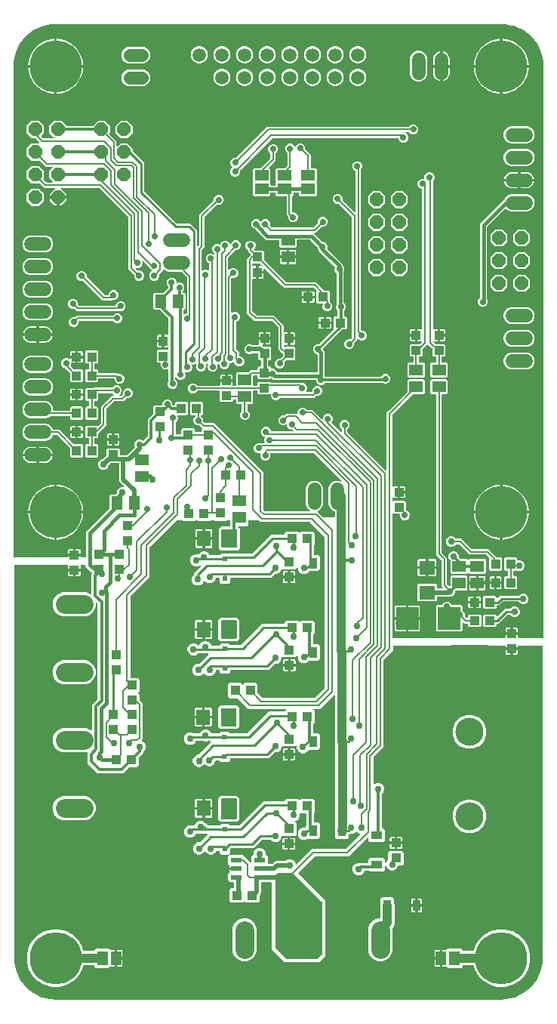
<source format=gbr>
G04 EAGLE Gerber RS-274X export*
G75*
%MOMM*%
%FSLAX34Y34*%
%LPD*%
%INBottom Copper*%
%IPPOS*%
%AMOC8*
5,1,8,0,0,1.08239X$1,22.5*%
G01*
%ADD10C,1.508000*%
%ADD11R,1.000000X1.100000*%
%ADD12R,1.100000X1.000000*%
%ADD13C,1.524000*%
%ADD14R,0.910000X1.220000*%
%ADD15P,3.409096X8X112.500000*%
%ADD16C,3.149600*%
%ADD17R,1.600000X1.800000*%
%ADD18R,1.220000X0.910000*%
%ADD19C,2.095500*%
%ADD20R,1.300000X1.500000*%
%ADD21R,1.600200X1.168400*%
%ADD22C,5.842000*%
%ADD23R,0.600000X0.600000*%
%ADD24P,1.649562X8X112.500000*%
%ADD25R,1.200000X0.550000*%
%ADD26P,3.409096X8X292.500000*%
%ADD27R,1.500000X1.300000*%
%ADD28R,1.800000X1.600000*%
%ADD29P,1.649562X8X292.500000*%
%ADD30R,1.168400X1.600200*%
%ADD31C,1.422400*%
%ADD32R,2.540000X2.540000*%
%ADD33C,0.254000*%
%ADD34C,0.756400*%
%ADD35C,0.200000*%
%ADD36C,0.152400*%
%ADD37C,0.500000*%
%ADD38C,0.304800*%
%ADD39C,0.300000*%
%ADD40C,0.706400*%
%ADD41C,1.000000*%
%ADD42C,0.400000*%
%ADD43C,0.250000*%
%ADD44C,0.150000*%

G36*
X553734Y-690758D02*
X553734Y-690758D01*
X553753Y-690760D01*
X553855Y-690738D01*
X553957Y-690722D01*
X553974Y-690712D01*
X553994Y-690708D01*
X554083Y-690655D01*
X554174Y-690606D01*
X554188Y-690592D01*
X554205Y-690582D01*
X554272Y-690503D01*
X554344Y-690428D01*
X554352Y-690410D01*
X554365Y-690395D01*
X554404Y-690299D01*
X554447Y-690205D01*
X554449Y-690185D01*
X554457Y-690167D01*
X554475Y-690000D01*
X554475Y-687523D01*
X560738Y-687523D01*
X560758Y-687520D01*
X560777Y-687522D01*
X560879Y-687500D01*
X560981Y-687483D01*
X560998Y-687474D01*
X561018Y-687470D01*
X561107Y-687417D01*
X561198Y-687368D01*
X561212Y-687354D01*
X561229Y-687344D01*
X561296Y-687265D01*
X561367Y-687190D01*
X561376Y-687172D01*
X561389Y-687157D01*
X561428Y-687061D01*
X561471Y-686967D01*
X561473Y-686947D01*
X561481Y-686929D01*
X561499Y-686762D01*
X561499Y-685999D01*
X561501Y-685999D01*
X561501Y-686762D01*
X561504Y-686782D01*
X561502Y-686801D01*
X561524Y-686903D01*
X561541Y-687005D01*
X561550Y-687022D01*
X561554Y-687042D01*
X561607Y-687131D01*
X561656Y-687222D01*
X561670Y-687236D01*
X561680Y-687253D01*
X561759Y-687320D01*
X561834Y-687391D01*
X561852Y-687400D01*
X561867Y-687413D01*
X561963Y-687452D01*
X562057Y-687495D01*
X562077Y-687497D01*
X562095Y-687505D01*
X562262Y-687523D01*
X568525Y-687523D01*
X568525Y-690000D01*
X568528Y-690020D01*
X568526Y-690039D01*
X568548Y-690141D01*
X568564Y-690243D01*
X568574Y-690260D01*
X568578Y-690280D01*
X568631Y-690369D01*
X568680Y-690460D01*
X568694Y-690474D01*
X568704Y-690491D01*
X568783Y-690558D01*
X568858Y-690630D01*
X568876Y-690638D01*
X568891Y-690651D01*
X568987Y-690690D01*
X569081Y-690733D01*
X569101Y-690735D01*
X569119Y-690743D01*
X569286Y-690761D01*
X596738Y-690761D01*
X596758Y-690758D01*
X596777Y-690760D01*
X596879Y-690738D01*
X596981Y-690722D01*
X596998Y-690712D01*
X597018Y-690708D01*
X597107Y-690655D01*
X597198Y-690606D01*
X597212Y-690592D01*
X597229Y-690582D01*
X597296Y-690503D01*
X597368Y-690428D01*
X597376Y-690410D01*
X597389Y-690395D01*
X597428Y-690299D01*
X597471Y-690205D01*
X597473Y-690185D01*
X597481Y-690167D01*
X597499Y-690000D01*
X597499Y-50000D01*
X597497Y-49984D01*
X597498Y-49957D01*
X597204Y-44724D01*
X597197Y-44693D01*
X597186Y-44598D01*
X594857Y-34394D01*
X594857Y-34393D01*
X594857Y-34391D01*
X594830Y-34316D01*
X594823Y-34284D01*
X594813Y-34267D01*
X594801Y-34233D01*
X590260Y-24804D01*
X590259Y-24802D01*
X590259Y-24801D01*
X590169Y-24659D01*
X583644Y-16477D01*
X583643Y-16476D01*
X583642Y-16474D01*
X583523Y-16356D01*
X575341Y-9831D01*
X575340Y-9830D01*
X575339Y-9829D01*
X575196Y-9740D01*
X565767Y-5199D01*
X565765Y-5198D01*
X565764Y-5198D01*
X565606Y-5143D01*
X564515Y-4894D01*
X564515Y-4893D01*
X564514Y-4893D01*
X561179Y-4132D01*
X557844Y-3371D01*
X555402Y-2814D01*
X555370Y-2812D01*
X555276Y-2796D01*
X550043Y-2502D01*
X550026Y-2504D01*
X550000Y-2501D01*
X50000Y-2501D01*
X49984Y-2503D01*
X49957Y-2502D01*
X44724Y-2796D01*
X44693Y-2803D01*
X44598Y-2814D01*
X34394Y-5143D01*
X34393Y-5143D01*
X34391Y-5143D01*
X34233Y-5199D01*
X24804Y-9740D01*
X24802Y-9741D01*
X24801Y-9741D01*
X24659Y-9831D01*
X16477Y-16356D01*
X16476Y-16357D01*
X16474Y-16358D01*
X16356Y-16477D01*
X9831Y-24659D01*
X9830Y-24660D01*
X9829Y-24661D01*
X9740Y-24804D01*
X5199Y-34233D01*
X5198Y-34235D01*
X5198Y-34236D01*
X5165Y-34330D01*
X5152Y-34359D01*
X5150Y-34373D01*
X5143Y-34394D01*
X2814Y-44598D01*
X2812Y-44630D01*
X2796Y-44724D01*
X2502Y-49957D01*
X2504Y-49974D01*
X2501Y-50000D01*
X2501Y-600000D01*
X2504Y-600020D01*
X2502Y-600039D01*
X2524Y-600141D01*
X2540Y-600243D01*
X2550Y-600260D01*
X2554Y-600280D01*
X2607Y-600369D01*
X2656Y-600460D01*
X2670Y-600474D01*
X2680Y-600491D01*
X2759Y-600558D01*
X2834Y-600630D01*
X2852Y-600638D01*
X2867Y-600651D01*
X2963Y-600690D01*
X3057Y-600733D01*
X3077Y-600735D01*
X3095Y-600743D01*
X3262Y-600761D01*
X63214Y-600761D01*
X63234Y-600758D01*
X63253Y-600760D01*
X63355Y-600738D01*
X63457Y-600722D01*
X63474Y-600712D01*
X63494Y-600708D01*
X63583Y-600655D01*
X63674Y-600606D01*
X63688Y-600592D01*
X63705Y-600582D01*
X63772Y-600503D01*
X63844Y-600428D01*
X63852Y-600410D01*
X63865Y-600395D01*
X63904Y-600299D01*
X63947Y-600205D01*
X63949Y-600185D01*
X63957Y-600167D01*
X63975Y-600000D01*
X63975Y-599523D01*
X70238Y-599523D01*
X70258Y-599520D01*
X70277Y-599522D01*
X70379Y-599500D01*
X70481Y-599483D01*
X70498Y-599474D01*
X70518Y-599470D01*
X70607Y-599417D01*
X70698Y-599368D01*
X70712Y-599354D01*
X70729Y-599344D01*
X70796Y-599265D01*
X70867Y-599190D01*
X70876Y-599172D01*
X70889Y-599157D01*
X70928Y-599061D01*
X70971Y-598967D01*
X70973Y-598947D01*
X70981Y-598929D01*
X70999Y-598762D01*
X70999Y-597999D01*
X71001Y-597999D01*
X71001Y-598762D01*
X71004Y-598782D01*
X71002Y-598801D01*
X71024Y-598903D01*
X71041Y-599005D01*
X71050Y-599022D01*
X71054Y-599042D01*
X71107Y-599131D01*
X71156Y-599222D01*
X71170Y-599236D01*
X71180Y-599253D01*
X71259Y-599320D01*
X71334Y-599391D01*
X71352Y-599400D01*
X71367Y-599413D01*
X71463Y-599452D01*
X71557Y-599495D01*
X71577Y-599497D01*
X71595Y-599505D01*
X71762Y-599523D01*
X78025Y-599523D01*
X78025Y-600000D01*
X78028Y-600020D01*
X78026Y-600039D01*
X78048Y-600141D01*
X78064Y-600243D01*
X78074Y-600260D01*
X78078Y-600280D01*
X78131Y-600369D01*
X78180Y-600460D01*
X78194Y-600474D01*
X78204Y-600491D01*
X78283Y-600558D01*
X78358Y-600630D01*
X78376Y-600638D01*
X78391Y-600651D01*
X78487Y-600690D01*
X78581Y-600733D01*
X78601Y-600735D01*
X78619Y-600743D01*
X78786Y-600761D01*
X83706Y-600761D01*
X83726Y-600758D01*
X83745Y-600760D01*
X83847Y-600738D01*
X83949Y-600722D01*
X83966Y-600712D01*
X83986Y-600708D01*
X84075Y-600655D01*
X84166Y-600606D01*
X84180Y-600592D01*
X84197Y-600582D01*
X84264Y-600503D01*
X84336Y-600428D01*
X84344Y-600410D01*
X84357Y-600395D01*
X84396Y-600299D01*
X84439Y-600205D01*
X84441Y-600185D01*
X84449Y-600167D01*
X84467Y-600000D01*
X84467Y-571830D01*
X110244Y-546053D01*
X110297Y-545979D01*
X110357Y-545909D01*
X110369Y-545879D01*
X110388Y-545853D01*
X110415Y-545766D01*
X110449Y-545681D01*
X110453Y-545640D01*
X110460Y-545618D01*
X110459Y-545586D01*
X110467Y-545514D01*
X110467Y-531158D01*
X111658Y-529967D01*
X117307Y-529967D01*
X117397Y-529953D01*
X117488Y-529945D01*
X117518Y-529933D01*
X117550Y-529928D01*
X117631Y-529885D01*
X117715Y-529849D01*
X117747Y-529823D01*
X117767Y-529812D01*
X117789Y-529789D01*
X117845Y-529744D01*
X118962Y-528627D01*
X119015Y-528553D01*
X119075Y-528484D01*
X119087Y-528454D01*
X119106Y-528428D01*
X119133Y-528341D01*
X119167Y-528256D01*
X119171Y-528215D01*
X119178Y-528193D01*
X119177Y-528160D01*
X119185Y-528089D01*
X119185Y-526343D01*
X120071Y-524206D01*
X121706Y-522571D01*
X123843Y-521685D01*
X126195Y-521685D01*
X126266Y-521674D01*
X126337Y-521672D01*
X126386Y-521654D01*
X126438Y-521646D01*
X126501Y-521612D01*
X126568Y-521587D01*
X126609Y-521555D01*
X126655Y-521530D01*
X126704Y-521479D01*
X126760Y-521434D01*
X126789Y-521390D01*
X126825Y-521352D01*
X126855Y-521287D01*
X126893Y-521227D01*
X126906Y-521176D01*
X126928Y-521129D01*
X126936Y-521058D01*
X126954Y-520988D01*
X126949Y-520936D01*
X126955Y-520885D01*
X126940Y-520814D01*
X126934Y-520743D01*
X126914Y-520695D01*
X126903Y-520644D01*
X126866Y-520583D01*
X126838Y-520517D01*
X126793Y-520461D01*
X126777Y-520433D01*
X126759Y-520418D01*
X126733Y-520386D01*
X124345Y-517998D01*
X121467Y-515120D01*
X121467Y-495794D01*
X121464Y-495774D01*
X121466Y-495755D01*
X121444Y-495653D01*
X121428Y-495551D01*
X121418Y-495534D01*
X121414Y-495514D01*
X121361Y-495425D01*
X121312Y-495334D01*
X121298Y-495320D01*
X121288Y-495303D01*
X121209Y-495236D01*
X121134Y-495164D01*
X121116Y-495156D01*
X121101Y-495143D01*
X121005Y-495104D01*
X120911Y-495061D01*
X120891Y-495059D01*
X120873Y-495051D01*
X120706Y-495033D01*
X111693Y-495033D01*
X111603Y-495047D01*
X111512Y-495055D01*
X111482Y-495067D01*
X111450Y-495072D01*
X111369Y-495115D01*
X111286Y-495151D01*
X111253Y-495177D01*
X111233Y-495188D01*
X111211Y-495211D01*
X111155Y-495256D01*
X109538Y-496873D01*
X109495Y-496932D01*
X109454Y-496976D01*
X109446Y-496991D01*
X109425Y-497016D01*
X109413Y-497046D01*
X109394Y-497072D01*
X109367Y-497159D01*
X109362Y-497174D01*
X109350Y-497199D01*
X109349Y-497204D01*
X109333Y-497244D01*
X109329Y-497285D01*
X109322Y-497307D01*
X109323Y-497340D01*
X109315Y-497411D01*
X109315Y-497657D01*
X108429Y-499794D01*
X106794Y-501429D01*
X104657Y-502315D01*
X102343Y-502315D01*
X100206Y-501429D01*
X98571Y-499794D01*
X97685Y-497657D01*
X97685Y-495343D01*
X98571Y-493206D01*
X100206Y-491571D01*
X102343Y-490685D01*
X102589Y-490685D01*
X102679Y-490671D01*
X102770Y-490663D01*
X102800Y-490651D01*
X102832Y-490646D01*
X102913Y-490603D01*
X102996Y-490567D01*
X103029Y-490541D01*
X103049Y-490530D01*
X103071Y-490507D01*
X103127Y-490462D01*
X106744Y-486845D01*
X106797Y-486771D01*
X106857Y-486702D01*
X106869Y-486672D01*
X106888Y-486646D01*
X106915Y-486559D01*
X106949Y-486474D01*
X106953Y-486433D01*
X106960Y-486411D01*
X106959Y-486378D01*
X106967Y-486307D01*
X106967Y-479658D01*
X108158Y-478467D01*
X120842Y-478467D01*
X122033Y-479658D01*
X122033Y-485206D01*
X122036Y-485226D01*
X122034Y-485245D01*
X122056Y-485347D01*
X122072Y-485449D01*
X122082Y-485466D01*
X122086Y-485486D01*
X122139Y-485575D01*
X122188Y-485666D01*
X122202Y-485680D01*
X122212Y-485697D01*
X122291Y-485764D01*
X122366Y-485836D01*
X122384Y-485844D01*
X122399Y-485857D01*
X122495Y-485896D01*
X122589Y-485939D01*
X122609Y-485941D01*
X122627Y-485949D01*
X122794Y-485967D01*
X129807Y-485967D01*
X129897Y-485953D01*
X129988Y-485945D01*
X130018Y-485933D01*
X130050Y-485928D01*
X130131Y-485885D01*
X130214Y-485849D01*
X130247Y-485823D01*
X130267Y-485812D01*
X130289Y-485789D01*
X130345Y-485744D01*
X131494Y-484595D01*
X138630Y-477459D01*
X138698Y-477365D01*
X138768Y-477271D01*
X138770Y-477265D01*
X138774Y-477260D01*
X138808Y-477148D01*
X138845Y-477037D01*
X138844Y-477030D01*
X138846Y-477025D01*
X138843Y-476908D01*
X138842Y-476791D01*
X138840Y-476784D01*
X138840Y-476779D01*
X138834Y-476761D01*
X138795Y-476630D01*
X138185Y-475157D01*
X138185Y-472843D01*
X139071Y-470706D01*
X140706Y-469071D01*
X142843Y-468185D01*
X145157Y-468185D01*
X147294Y-469070D01*
X147828Y-469605D01*
X147844Y-469616D01*
X147856Y-469632D01*
X147944Y-469688D01*
X148028Y-469748D01*
X148047Y-469754D01*
X148063Y-469765D01*
X148164Y-469790D01*
X148263Y-469820D01*
X148283Y-469820D01*
X148302Y-469825D01*
X148405Y-469817D01*
X148509Y-469814D01*
X148527Y-469807D01*
X148547Y-469806D01*
X148642Y-469765D01*
X148740Y-469730D01*
X148755Y-469717D01*
X148773Y-469709D01*
X148904Y-469605D01*
X153276Y-465233D01*
X153329Y-465159D01*
X153389Y-465089D01*
X153401Y-465059D01*
X153420Y-465033D01*
X153447Y-464946D01*
X153481Y-464861D01*
X153485Y-464820D01*
X153492Y-464798D01*
X153491Y-464766D01*
X153499Y-464694D01*
X153499Y-446005D01*
X159244Y-440260D01*
X159297Y-440186D01*
X159357Y-440116D01*
X159369Y-440086D01*
X159388Y-440060D01*
X159415Y-439973D01*
X159449Y-439888D01*
X159453Y-439847D01*
X159460Y-439825D01*
X159459Y-439793D01*
X159467Y-439721D01*
X159467Y-431658D01*
X160658Y-430467D01*
X169174Y-430467D01*
X169194Y-430464D01*
X169213Y-430466D01*
X169315Y-430444D01*
X169417Y-430428D01*
X169434Y-430418D01*
X169454Y-430414D01*
X169543Y-430361D01*
X169634Y-430312D01*
X169648Y-430298D01*
X169665Y-430288D01*
X169732Y-430209D01*
X169804Y-430134D01*
X169812Y-430116D01*
X169825Y-430101D01*
X169864Y-430005D01*
X169907Y-429911D01*
X169909Y-429891D01*
X169917Y-429873D01*
X169935Y-429706D01*
X169935Y-427893D01*
X170782Y-425848D01*
X172348Y-424282D01*
X174393Y-423435D01*
X176607Y-423435D01*
X178652Y-424282D01*
X180218Y-425848D01*
X181065Y-427893D01*
X181065Y-429206D01*
X181068Y-429226D01*
X181066Y-429245D01*
X181088Y-429347D01*
X181104Y-429449D01*
X181114Y-429466D01*
X181118Y-429486D01*
X181171Y-429575D01*
X181220Y-429666D01*
X181234Y-429680D01*
X181244Y-429697D01*
X181323Y-429764D01*
X181398Y-429836D01*
X181416Y-429844D01*
X181431Y-429857D01*
X181527Y-429896D01*
X181621Y-429939D01*
X181641Y-429941D01*
X181659Y-429949D01*
X181826Y-429967D01*
X183206Y-429967D01*
X183226Y-429964D01*
X183245Y-429966D01*
X183347Y-429944D01*
X183449Y-429928D01*
X183466Y-429918D01*
X183486Y-429914D01*
X183575Y-429861D01*
X183666Y-429812D01*
X183680Y-429798D01*
X183697Y-429788D01*
X183764Y-429709D01*
X183836Y-429634D01*
X183844Y-429616D01*
X183857Y-429601D01*
X183896Y-429505D01*
X183939Y-429411D01*
X183941Y-429391D01*
X183949Y-429373D01*
X183967Y-429206D01*
X183967Y-427158D01*
X185158Y-425967D01*
X196842Y-425967D01*
X198033Y-427158D01*
X198033Y-439842D01*
X196842Y-441033D01*
X187433Y-441033D01*
X187388Y-441040D01*
X187342Y-441038D01*
X187267Y-441060D01*
X187191Y-441072D01*
X187150Y-441094D01*
X187106Y-441107D01*
X187042Y-441151D01*
X186973Y-441188D01*
X186942Y-441221D01*
X186904Y-441247D01*
X186858Y-441309D01*
X186804Y-441366D01*
X186785Y-441408D01*
X186757Y-441444D01*
X186733Y-441518D01*
X186700Y-441589D01*
X186695Y-441635D01*
X186681Y-441678D01*
X186682Y-441756D01*
X186673Y-441833D01*
X186683Y-441878D01*
X186683Y-441924D01*
X186722Y-442056D01*
X186725Y-442074D01*
X186728Y-442078D01*
X186730Y-442085D01*
X187065Y-442893D01*
X187065Y-445107D01*
X186218Y-447152D01*
X184756Y-448614D01*
X184703Y-448688D01*
X184643Y-448757D01*
X184631Y-448788D01*
X184612Y-448814D01*
X184585Y-448901D01*
X184551Y-448986D01*
X184547Y-449027D01*
X184540Y-449049D01*
X184541Y-449081D01*
X184533Y-449152D01*
X184533Y-462182D01*
X184536Y-462202D01*
X184534Y-462221D01*
X184556Y-462323D01*
X184572Y-462425D01*
X184582Y-462442D01*
X184586Y-462462D01*
X184639Y-462551D01*
X184688Y-462642D01*
X184702Y-462656D01*
X184712Y-462673D01*
X184791Y-462740D01*
X184866Y-462812D01*
X184884Y-462820D01*
X184899Y-462833D01*
X184995Y-462872D01*
X185089Y-462915D01*
X185109Y-462917D01*
X185127Y-462925D01*
X185294Y-462943D01*
X190206Y-462943D01*
X190226Y-462940D01*
X190245Y-462942D01*
X190347Y-462920D01*
X190449Y-462904D01*
X190466Y-462894D01*
X190486Y-462890D01*
X190575Y-462837D01*
X190666Y-462788D01*
X190680Y-462774D01*
X190697Y-462764D01*
X190764Y-462685D01*
X190836Y-462610D01*
X190844Y-462592D01*
X190857Y-462577D01*
X190896Y-462481D01*
X190939Y-462387D01*
X190941Y-462367D01*
X190949Y-462349D01*
X190967Y-462182D01*
X190967Y-457158D01*
X192158Y-455967D01*
X204842Y-455967D01*
X206033Y-457158D01*
X206033Y-459206D01*
X206036Y-459226D01*
X206034Y-459245D01*
X206056Y-459347D01*
X206072Y-459449D01*
X206082Y-459466D01*
X206086Y-459486D01*
X206139Y-459575D01*
X206188Y-459666D01*
X206202Y-459680D01*
X206212Y-459697D01*
X206291Y-459764D01*
X206366Y-459836D01*
X206384Y-459844D01*
X206399Y-459857D01*
X206495Y-459896D01*
X206589Y-459939D01*
X206609Y-459941D01*
X206627Y-459949D01*
X206794Y-459967D01*
X213206Y-459967D01*
X213226Y-459964D01*
X213245Y-459966D01*
X213347Y-459944D01*
X213449Y-459928D01*
X213466Y-459918D01*
X213486Y-459914D01*
X213575Y-459861D01*
X213666Y-459812D01*
X213680Y-459798D01*
X213697Y-459788D01*
X213764Y-459709D01*
X213836Y-459634D01*
X213844Y-459616D01*
X213857Y-459601D01*
X213896Y-459505D01*
X213939Y-459411D01*
X213941Y-459391D01*
X213949Y-459373D01*
X213967Y-459206D01*
X213967Y-457158D01*
X214380Y-456745D01*
X214392Y-456729D01*
X214407Y-456717D01*
X214463Y-456630D01*
X214523Y-456546D01*
X214529Y-456527D01*
X214540Y-456510D01*
X214565Y-456409D01*
X214596Y-456311D01*
X214595Y-456291D01*
X214600Y-456271D01*
X214592Y-456168D01*
X214589Y-456065D01*
X214583Y-456046D01*
X214581Y-456026D01*
X214541Y-455931D01*
X214505Y-455834D01*
X214492Y-455818D01*
X214485Y-455800D01*
X214380Y-455669D01*
X211499Y-452788D01*
X211425Y-452735D01*
X211355Y-452675D01*
X211325Y-452663D01*
X211299Y-452644D01*
X211212Y-452617D01*
X211127Y-452583D01*
X211086Y-452579D01*
X211064Y-452572D01*
X211032Y-452573D01*
X210960Y-452565D01*
X208893Y-452565D01*
X206848Y-451718D01*
X205282Y-450152D01*
X204435Y-448107D01*
X204435Y-445893D01*
X205282Y-443848D01*
X206744Y-442386D01*
X206797Y-442312D01*
X206857Y-442243D01*
X206869Y-442212D01*
X206888Y-442186D01*
X206915Y-442099D01*
X206949Y-442014D01*
X206953Y-441973D01*
X206960Y-441951D01*
X206959Y-441919D01*
X206967Y-441848D01*
X206967Y-441794D01*
X206964Y-441774D01*
X206966Y-441755D01*
X206944Y-441653D01*
X206928Y-441551D01*
X206918Y-441534D01*
X206914Y-441514D01*
X206861Y-441425D01*
X206812Y-441334D01*
X206798Y-441320D01*
X206788Y-441303D01*
X206709Y-441236D01*
X206634Y-441164D01*
X206616Y-441156D01*
X206601Y-441143D01*
X206505Y-441104D01*
X206411Y-441061D01*
X206391Y-441059D01*
X206373Y-441051D01*
X206206Y-441033D01*
X202158Y-441033D01*
X200967Y-439842D01*
X200967Y-427158D01*
X202158Y-425967D01*
X213842Y-425967D01*
X215033Y-427158D01*
X215033Y-439842D01*
X213842Y-441033D01*
X213794Y-441033D01*
X213774Y-441036D01*
X213755Y-441034D01*
X213653Y-441056D01*
X213551Y-441072D01*
X213534Y-441082D01*
X213514Y-441086D01*
X213425Y-441139D01*
X213334Y-441188D01*
X213320Y-441202D01*
X213303Y-441212D01*
X213236Y-441291D01*
X213164Y-441366D01*
X213156Y-441384D01*
X213143Y-441399D01*
X213104Y-441495D01*
X213061Y-441589D01*
X213059Y-441609D01*
X213051Y-441627D01*
X213033Y-441794D01*
X213033Y-441848D01*
X213035Y-441861D01*
X213034Y-441872D01*
X213046Y-441927D01*
X213047Y-441938D01*
X213055Y-442029D01*
X213067Y-442058D01*
X213072Y-442090D01*
X213115Y-442171D01*
X213151Y-442255D01*
X213177Y-442287D01*
X213188Y-442308D01*
X213211Y-442330D01*
X213256Y-442386D01*
X214718Y-443848D01*
X215565Y-445893D01*
X215565Y-447960D01*
X215579Y-448051D01*
X215587Y-448141D01*
X215599Y-448171D01*
X215604Y-448203D01*
X215647Y-448284D01*
X215683Y-448368D01*
X215709Y-448400D01*
X215720Y-448421D01*
X215743Y-448443D01*
X215788Y-448499D01*
X217033Y-449744D01*
X217107Y-449797D01*
X217177Y-449857D01*
X217207Y-449869D01*
X217233Y-449888D01*
X217320Y-449915D01*
X217405Y-449949D01*
X217446Y-449953D01*
X217468Y-449960D01*
X217500Y-449959D01*
X217572Y-449967D01*
X227756Y-449967D01*
X283033Y-505244D01*
X283033Y-547146D01*
X283047Y-547236D01*
X283055Y-547327D01*
X283067Y-547356D01*
X283072Y-547388D01*
X283115Y-547469D01*
X283151Y-547553D01*
X283177Y-547585D01*
X283188Y-547606D01*
X283211Y-547628D01*
X283256Y-547684D01*
X284675Y-549103D01*
X284749Y-549156D01*
X284818Y-549215D01*
X284848Y-549228D01*
X284874Y-549246D01*
X284961Y-549273D01*
X285046Y-549307D01*
X285087Y-549312D01*
X285110Y-549319D01*
X285142Y-549318D01*
X285213Y-549326D01*
X334681Y-549326D01*
X334777Y-549310D01*
X334874Y-549301D01*
X334898Y-549290D01*
X334924Y-549286D01*
X335010Y-549241D01*
X335099Y-549201D01*
X335118Y-549183D01*
X335141Y-549171D01*
X335208Y-549100D01*
X335280Y-549034D01*
X335293Y-549012D01*
X335311Y-548993D01*
X335352Y-548904D01*
X335399Y-548819D01*
X335403Y-548793D01*
X335414Y-548770D01*
X335425Y-548673D01*
X335442Y-548577D01*
X335438Y-548551D01*
X335441Y-548525D01*
X335421Y-548430D01*
X335406Y-548334D01*
X335395Y-548310D01*
X335389Y-548285D01*
X335339Y-548201D01*
X335295Y-548114D01*
X335276Y-548096D01*
X335263Y-548074D01*
X335189Y-548010D01*
X335119Y-547942D01*
X335091Y-547926D01*
X335076Y-547914D01*
X335045Y-547901D01*
X334972Y-547861D01*
X334832Y-547803D01*
X332117Y-545088D01*
X330647Y-541540D01*
X330647Y-522460D01*
X332117Y-518912D01*
X334832Y-516197D01*
X338380Y-514727D01*
X342220Y-514727D01*
X345768Y-516197D01*
X348483Y-518912D01*
X349953Y-522460D01*
X349953Y-541540D01*
X348483Y-545088D01*
X345768Y-547803D01*
X344221Y-548444D01*
X344182Y-548468D01*
X344139Y-548484D01*
X344078Y-548532D01*
X344012Y-548573D01*
X343983Y-548609D01*
X343947Y-548637D01*
X343905Y-548703D01*
X343855Y-548763D01*
X343839Y-548806D01*
X343814Y-548844D01*
X343795Y-548920D01*
X343767Y-548993D01*
X343765Y-549038D01*
X343754Y-549083D01*
X343760Y-549160D01*
X343757Y-549238D01*
X343770Y-549282D01*
X343773Y-549328D01*
X343804Y-549400D01*
X343825Y-549474D01*
X343852Y-549512D01*
X343869Y-549554D01*
X343949Y-549654D01*
X343952Y-549660D01*
X343956Y-549663D01*
X343966Y-549677D01*
X343970Y-549680D01*
X343974Y-549685D01*
X345614Y-551325D01*
X349755Y-555466D01*
X349829Y-555519D01*
X349899Y-555579D01*
X349929Y-555591D01*
X349955Y-555610D01*
X350042Y-555637D01*
X350127Y-555671D01*
X350168Y-555675D01*
X350190Y-555682D01*
X350222Y-555681D01*
X350294Y-555689D01*
X362392Y-555689D01*
X362412Y-555686D01*
X362431Y-555688D01*
X362533Y-555666D01*
X362635Y-555650D01*
X362652Y-555640D01*
X362672Y-555636D01*
X362761Y-555583D01*
X362852Y-555534D01*
X362866Y-555520D01*
X362883Y-555510D01*
X362950Y-555431D01*
X363022Y-555356D01*
X363030Y-555338D01*
X363043Y-555323D01*
X363082Y-555227D01*
X363125Y-555133D01*
X363127Y-555113D01*
X363135Y-555095D01*
X363153Y-554928D01*
X363153Y-549522D01*
X363134Y-549407D01*
X363117Y-549291D01*
X363115Y-549285D01*
X363114Y-549279D01*
X363059Y-549176D01*
X363006Y-549072D01*
X363001Y-549067D01*
X362998Y-549062D01*
X362914Y-548982D01*
X362830Y-548899D01*
X362824Y-548896D01*
X362820Y-548892D01*
X362803Y-548884D01*
X362683Y-548818D01*
X360232Y-547803D01*
X357517Y-545088D01*
X356047Y-541540D01*
X356047Y-522460D01*
X357517Y-518912D01*
X360232Y-516197D01*
X363780Y-514727D01*
X367620Y-514727D01*
X369749Y-515609D01*
X369844Y-515631D01*
X369937Y-515660D01*
X369963Y-515659D01*
X369989Y-515665D01*
X370085Y-515656D01*
X370183Y-515654D01*
X370207Y-515645D01*
X370233Y-515642D01*
X370322Y-515603D01*
X370414Y-515569D01*
X370434Y-515553D01*
X370458Y-515542D01*
X370530Y-515476D01*
X370606Y-515415D01*
X370620Y-515394D01*
X370639Y-515376D01*
X370686Y-515290D01*
X370739Y-515209D01*
X370745Y-515183D01*
X370758Y-515160D01*
X370775Y-515064D01*
X370799Y-514970D01*
X370797Y-514944D01*
X370802Y-514918D01*
X370787Y-514822D01*
X370780Y-514725D01*
X370770Y-514701D01*
X370766Y-514675D01*
X370721Y-514588D01*
X370683Y-514499D01*
X370663Y-514473D01*
X370654Y-514456D01*
X370631Y-514432D01*
X370579Y-514368D01*
X340217Y-484006D01*
X340143Y-483953D01*
X340073Y-483893D01*
X340043Y-483881D01*
X340017Y-483862D01*
X339930Y-483835D01*
X339845Y-483801D01*
X339804Y-483797D01*
X339782Y-483790D01*
X339750Y-483791D01*
X339678Y-483783D01*
X291287Y-483783D01*
X291242Y-483790D01*
X291196Y-483788D01*
X291121Y-483810D01*
X291044Y-483822D01*
X291004Y-483844D01*
X290960Y-483857D01*
X290896Y-483901D01*
X290827Y-483938D01*
X290795Y-483971D01*
X290758Y-483997D01*
X290711Y-484059D01*
X290657Y-484116D01*
X290638Y-484158D01*
X290611Y-484194D01*
X290587Y-484268D01*
X290554Y-484339D01*
X290549Y-484385D01*
X290535Y-484428D01*
X290535Y-484506D01*
X290527Y-484583D01*
X290537Y-484628D01*
X290537Y-484674D01*
X290575Y-484806D01*
X290579Y-484824D01*
X290582Y-484828D01*
X290584Y-484835D01*
X290815Y-485393D01*
X290815Y-487607D01*
X289968Y-489652D01*
X288402Y-491218D01*
X286357Y-492065D01*
X284143Y-492065D01*
X282098Y-491218D01*
X280532Y-489652D01*
X279685Y-487607D01*
X279685Y-485393D01*
X280029Y-484563D01*
X280046Y-484493D01*
X280071Y-484426D01*
X280073Y-484374D01*
X280085Y-484323D01*
X280079Y-484252D01*
X280082Y-484180D01*
X280067Y-484130D01*
X280062Y-484078D01*
X280033Y-484013D01*
X280013Y-483944D01*
X279983Y-483901D01*
X279962Y-483854D01*
X279914Y-483801D01*
X279873Y-483742D01*
X279831Y-483711D01*
X279796Y-483673D01*
X279733Y-483638D01*
X279675Y-483595D01*
X279626Y-483579D01*
X279580Y-483554D01*
X279510Y-483541D01*
X279442Y-483519D01*
X279390Y-483520D01*
X279338Y-483510D01*
X279267Y-483521D01*
X279196Y-483521D01*
X279127Y-483541D01*
X279095Y-483546D01*
X279074Y-483557D01*
X279046Y-483565D01*
X276829Y-483565D01*
X274784Y-482718D01*
X273218Y-481152D01*
X272371Y-479107D01*
X272371Y-476893D01*
X273218Y-474848D01*
X274784Y-473282D01*
X276829Y-472435D01*
X279043Y-472435D01*
X279223Y-472510D01*
X279337Y-472536D01*
X279450Y-472565D01*
X279456Y-472564D01*
X279462Y-472566D01*
X279579Y-472555D01*
X279695Y-472546D01*
X279701Y-472543D01*
X279707Y-472543D01*
X279815Y-472495D01*
X279880Y-472467D01*
X283800Y-472467D01*
X283845Y-472460D01*
X283891Y-472462D01*
X283966Y-472440D01*
X284043Y-472428D01*
X284083Y-472406D01*
X284128Y-472393D01*
X284192Y-472349D01*
X284260Y-472312D01*
X284292Y-472279D01*
X284330Y-472253D01*
X284376Y-472190D01*
X284430Y-472134D01*
X284449Y-472092D01*
X284476Y-472056D01*
X284501Y-471982D01*
X284533Y-471911D01*
X284538Y-471865D01*
X284553Y-471822D01*
X284552Y-471744D01*
X284560Y-471667D01*
X284551Y-471622D01*
X284550Y-471576D01*
X284512Y-471444D01*
X284508Y-471426D01*
X284506Y-471422D01*
X284503Y-471415D01*
X283935Y-470043D01*
X283935Y-467829D01*
X284585Y-466261D01*
X284589Y-466242D01*
X284599Y-466224D01*
X284617Y-466122D01*
X284641Y-466022D01*
X284639Y-466002D01*
X284643Y-465982D01*
X284628Y-465880D01*
X284618Y-465777D01*
X284610Y-465758D01*
X284607Y-465739D01*
X284560Y-465646D01*
X284518Y-465552D01*
X284504Y-465537D01*
X284495Y-465519D01*
X284421Y-465447D01*
X284351Y-465371D01*
X284334Y-465361D01*
X284320Y-465347D01*
X284173Y-465266D01*
X282848Y-464718D01*
X281282Y-463152D01*
X280435Y-461107D01*
X280435Y-458893D01*
X281282Y-456848D01*
X282848Y-455282D01*
X284893Y-454435D01*
X287107Y-454435D01*
X289152Y-455282D01*
X290718Y-456848D01*
X291504Y-458747D01*
X291566Y-458847D01*
X291626Y-458947D01*
X291631Y-458951D01*
X291634Y-458956D01*
X291725Y-459031D01*
X291813Y-459107D01*
X291819Y-459109D01*
X291823Y-459113D01*
X291932Y-459155D01*
X292041Y-459199D01*
X292048Y-459200D01*
X292053Y-459201D01*
X292071Y-459202D01*
X292208Y-459217D01*
X316155Y-459217D01*
X316225Y-459206D01*
X316297Y-459204D01*
X316346Y-459186D01*
X316397Y-459178D01*
X316461Y-459144D01*
X316528Y-459119D01*
X316569Y-459087D01*
X316615Y-459062D01*
X316664Y-459011D01*
X316720Y-458966D01*
X316748Y-458922D01*
X316784Y-458884D01*
X316814Y-458819D01*
X316853Y-458759D01*
X316866Y-458708D01*
X316888Y-458661D01*
X316896Y-458590D01*
X316913Y-458520D01*
X316909Y-458468D01*
X316915Y-458417D01*
X316900Y-458346D01*
X316894Y-458275D01*
X316874Y-458227D01*
X316863Y-458176D01*
X316826Y-458115D01*
X316798Y-458049D01*
X316753Y-457993D01*
X316736Y-457965D01*
X316719Y-457950D01*
X316693Y-457918D01*
X316499Y-457724D01*
X316425Y-457670D01*
X316355Y-457611D01*
X316325Y-457599D01*
X316299Y-457580D01*
X316212Y-457553D01*
X316127Y-457519D01*
X316086Y-457515D01*
X316064Y-457508D01*
X316032Y-457509D01*
X315960Y-457501D01*
X313893Y-457501D01*
X311848Y-456654D01*
X310282Y-455088D01*
X309435Y-453043D01*
X309435Y-452480D01*
X309433Y-452465D01*
X309434Y-452451D01*
X309428Y-452423D01*
X309430Y-452389D01*
X309408Y-452314D01*
X309396Y-452238D01*
X309383Y-452213D01*
X309382Y-452210D01*
X309374Y-452197D01*
X309361Y-452153D01*
X309317Y-452089D01*
X309280Y-452020D01*
X309247Y-451989D01*
X309221Y-451951D01*
X309158Y-451904D01*
X309102Y-451851D01*
X309060Y-451831D01*
X309024Y-451804D01*
X308950Y-451780D01*
X308879Y-451747D01*
X308833Y-451742D01*
X308790Y-451728D01*
X308712Y-451729D01*
X308635Y-451720D01*
X308590Y-451730D01*
X308544Y-451730D01*
X308417Y-451767D01*
X308408Y-451769D01*
X308405Y-451770D01*
X308394Y-451772D01*
X308390Y-451775D01*
X308383Y-451777D01*
X306557Y-452533D01*
X304343Y-452533D01*
X302298Y-451686D01*
X300732Y-450121D01*
X299885Y-448075D01*
X299885Y-445862D01*
X300732Y-443816D01*
X302298Y-442251D01*
X304343Y-441404D01*
X306410Y-441404D01*
X306501Y-441389D01*
X306591Y-441382D01*
X306621Y-441369D01*
X306653Y-441364D01*
X306734Y-441321D01*
X306818Y-441286D01*
X306850Y-441260D01*
X306871Y-441249D01*
X306893Y-441226D01*
X306949Y-441181D01*
X308694Y-439436D01*
X320674Y-439436D01*
X320694Y-439433D01*
X320713Y-439435D01*
X320815Y-439413D01*
X320917Y-439396D01*
X320934Y-439387D01*
X320954Y-439382D01*
X321043Y-439329D01*
X321134Y-439281D01*
X321148Y-439267D01*
X321165Y-439256D01*
X321232Y-439178D01*
X321304Y-439103D01*
X321312Y-439085D01*
X321325Y-439069D01*
X321364Y-438973D01*
X321407Y-438880D01*
X321409Y-438860D01*
X321417Y-438841D01*
X321435Y-438675D01*
X321435Y-437143D01*
X322282Y-435098D01*
X323848Y-433532D01*
X325893Y-432685D01*
X328107Y-432685D01*
X330152Y-433532D01*
X331614Y-434994D01*
X331688Y-435047D01*
X331757Y-435107D01*
X331788Y-435119D01*
X331814Y-435138D01*
X331901Y-435165D01*
X331986Y-435199D01*
X332027Y-435203D01*
X332049Y-435210D01*
X332081Y-435209D01*
X332152Y-435217D01*
X338256Y-435217D01*
X340256Y-437217D01*
X348386Y-445347D01*
X348444Y-445389D01*
X348496Y-445438D01*
X348543Y-445460D01*
X348585Y-445490D01*
X348654Y-445511D01*
X348719Y-445542D01*
X348771Y-445547D01*
X348821Y-445563D01*
X348892Y-445561D01*
X348963Y-445569D01*
X349014Y-445558D01*
X349066Y-445556D01*
X349134Y-445532D01*
X349204Y-445517D01*
X349249Y-445490D01*
X349297Y-445472D01*
X349353Y-445427D01*
X349415Y-445390D01*
X349449Y-445351D01*
X349489Y-445318D01*
X349528Y-445258D01*
X349575Y-445203D01*
X349594Y-445155D01*
X349622Y-445111D01*
X349640Y-445042D01*
X349667Y-444975D01*
X349675Y-444904D01*
X349683Y-444873D01*
X349681Y-444849D01*
X349685Y-444809D01*
X349685Y-444143D01*
X350532Y-442098D01*
X352098Y-440532D01*
X354143Y-439685D01*
X356357Y-439685D01*
X358402Y-440532D01*
X359968Y-442098D01*
X360815Y-444143D01*
X360815Y-446357D01*
X359968Y-448402D01*
X359743Y-448627D01*
X359731Y-448643D01*
X359715Y-448656D01*
X359659Y-448743D01*
X359599Y-448827D01*
X359593Y-448846D01*
X359582Y-448863D01*
X359557Y-448963D01*
X359527Y-449062D01*
X359527Y-449082D01*
X359522Y-449101D01*
X359530Y-449204D01*
X359533Y-449308D01*
X359540Y-449327D01*
X359541Y-449346D01*
X359582Y-449441D01*
X359618Y-449539D01*
X359630Y-449554D01*
X359638Y-449573D01*
X359743Y-449704D01*
X369918Y-459879D01*
X369976Y-459921D01*
X370028Y-459970D01*
X370075Y-459992D01*
X370117Y-460022D01*
X370186Y-460043D01*
X370251Y-460074D01*
X370303Y-460079D01*
X370353Y-460095D01*
X370424Y-460093D01*
X370495Y-460101D01*
X370546Y-460090D01*
X370598Y-460088D01*
X370666Y-460064D01*
X370736Y-460049D01*
X370781Y-460022D01*
X370829Y-460004D01*
X370885Y-459959D01*
X370947Y-459922D01*
X370981Y-459883D01*
X371021Y-459850D01*
X371060Y-459790D01*
X371107Y-459735D01*
X371126Y-459687D01*
X371154Y-459643D01*
X371172Y-459574D01*
X371199Y-459507D01*
X371207Y-459436D01*
X371215Y-459405D01*
X371213Y-459381D01*
X371217Y-459341D01*
X371217Y-457152D01*
X371203Y-457062D01*
X371195Y-456971D01*
X371183Y-456942D01*
X371178Y-456910D01*
X371135Y-456829D01*
X371099Y-456745D01*
X371073Y-456713D01*
X371062Y-456692D01*
X371039Y-456670D01*
X370994Y-456614D01*
X369532Y-455152D01*
X368685Y-453107D01*
X368685Y-450893D01*
X369532Y-448848D01*
X371098Y-447282D01*
X373143Y-446435D01*
X375357Y-446435D01*
X377402Y-447282D01*
X378968Y-448848D01*
X379815Y-450893D01*
X379815Y-453107D01*
X378968Y-455152D01*
X377506Y-456614D01*
X377453Y-456688D01*
X377393Y-456757D01*
X377381Y-456788D01*
X377362Y-456814D01*
X377335Y-456901D01*
X377301Y-456986D01*
X377297Y-457027D01*
X377290Y-457049D01*
X377291Y-457081D01*
X377283Y-457152D01*
X377283Y-459928D01*
X377297Y-460019D01*
X377305Y-460109D01*
X377317Y-460139D01*
X377322Y-460171D01*
X377365Y-460252D01*
X377401Y-460336D01*
X377427Y-460368D01*
X377438Y-460389D01*
X377461Y-460411D01*
X377506Y-460467D01*
X420168Y-503129D01*
X420226Y-503171D01*
X420278Y-503220D01*
X420325Y-503242D01*
X420367Y-503272D01*
X420436Y-503293D01*
X420501Y-503324D01*
X420553Y-503329D01*
X420603Y-503345D01*
X420674Y-503343D01*
X420745Y-503351D01*
X420796Y-503340D01*
X420848Y-503338D01*
X420916Y-503314D01*
X420986Y-503299D01*
X421031Y-503272D01*
X421079Y-503254D01*
X421135Y-503209D01*
X421197Y-503172D01*
X421231Y-503133D01*
X421271Y-503100D01*
X421310Y-503040D01*
X421357Y-502985D01*
X421376Y-502937D01*
X421404Y-502893D01*
X421422Y-502824D01*
X421449Y-502757D01*
X421457Y-502686D01*
X421465Y-502655D01*
X421463Y-502631D01*
X421467Y-502591D01*
X421467Y-438244D01*
X423467Y-436244D01*
X444744Y-414967D01*
X444789Y-414905D01*
X444836Y-414856D01*
X444843Y-414840D01*
X444857Y-414823D01*
X444869Y-414793D01*
X444888Y-414767D01*
X444910Y-414696D01*
X444939Y-414633D01*
X444941Y-414614D01*
X444949Y-414595D01*
X444953Y-414554D01*
X444960Y-414532D01*
X444959Y-414500D01*
X444967Y-414428D01*
X444967Y-402158D01*
X446158Y-400967D01*
X462842Y-400967D01*
X464033Y-402158D01*
X464033Y-416842D01*
X462842Y-418033D01*
X450572Y-418033D01*
X450481Y-418047D01*
X450391Y-418055D01*
X450361Y-418067D01*
X450329Y-418072D01*
X450248Y-418115D01*
X450164Y-418151D01*
X450132Y-418177D01*
X450111Y-418188D01*
X450089Y-418211D01*
X450033Y-418256D01*
X427756Y-440533D01*
X427714Y-440591D01*
X427665Y-440643D01*
X427656Y-440661D01*
X427643Y-440677D01*
X427631Y-440707D01*
X427612Y-440733D01*
X427591Y-440802D01*
X427561Y-440866D01*
X427559Y-440886D01*
X427551Y-440905D01*
X427547Y-440946D01*
X427540Y-440968D01*
X427541Y-441000D01*
X427533Y-441071D01*
X427533Y-520723D01*
X427544Y-520794D01*
X427546Y-520866D01*
X427564Y-520915D01*
X427572Y-520966D01*
X427606Y-521029D01*
X427631Y-521097D01*
X427663Y-521137D01*
X427688Y-521183D01*
X427740Y-521233D01*
X427784Y-521289D01*
X427828Y-521317D01*
X427866Y-521353D01*
X427931Y-521383D01*
X427991Y-521422D01*
X428042Y-521434D01*
X428089Y-521456D01*
X428160Y-521464D01*
X428230Y-521482D01*
X428282Y-521478D01*
X428333Y-521483D01*
X428404Y-521468D01*
X428475Y-521463D01*
X428523Y-521442D01*
X428574Y-521431D01*
X428635Y-521394D01*
X428701Y-521366D01*
X428757Y-521321D01*
X428785Y-521305D01*
X428800Y-521287D01*
X428832Y-521261D01*
X428886Y-521207D01*
X429447Y-520975D01*
X433727Y-520975D01*
X433727Y-526738D01*
X433730Y-526758D01*
X433728Y-526777D01*
X433750Y-526879D01*
X433767Y-526981D01*
X433776Y-526998D01*
X433780Y-527018D01*
X433833Y-527107D01*
X433882Y-527198D01*
X433896Y-527212D01*
X433906Y-527229D01*
X433985Y-527296D01*
X434060Y-527367D01*
X434078Y-527376D01*
X434093Y-527389D01*
X434189Y-527428D01*
X434283Y-527471D01*
X434303Y-527473D01*
X434321Y-527481D01*
X434488Y-527499D01*
X435251Y-527499D01*
X435251Y-527501D01*
X434488Y-527501D01*
X434468Y-527504D01*
X434449Y-527502D01*
X434347Y-527524D01*
X434245Y-527541D01*
X434228Y-527550D01*
X434208Y-527554D01*
X434119Y-527607D01*
X434028Y-527656D01*
X434014Y-527670D01*
X433997Y-527680D01*
X433930Y-527759D01*
X433859Y-527834D01*
X433850Y-527852D01*
X433837Y-527867D01*
X433798Y-527963D01*
X433755Y-528057D01*
X433753Y-528077D01*
X433745Y-528095D01*
X433727Y-528262D01*
X433727Y-534025D01*
X429447Y-534025D01*
X428886Y-533793D01*
X428832Y-533739D01*
X428774Y-533697D01*
X428722Y-533647D01*
X428675Y-533625D01*
X428633Y-533595D01*
X428564Y-533574D01*
X428499Y-533544D01*
X428447Y-533538D01*
X428398Y-533523D01*
X428326Y-533525D01*
X428255Y-533517D01*
X428204Y-533528D01*
X428152Y-533529D01*
X428084Y-533554D01*
X428014Y-533569D01*
X427969Y-533596D01*
X427921Y-533613D01*
X427865Y-533658D01*
X427803Y-533695D01*
X427769Y-533735D01*
X427729Y-533767D01*
X427690Y-533827D01*
X427643Y-533882D01*
X427624Y-533930D01*
X427596Y-533974D01*
X427578Y-534044D01*
X427551Y-534110D01*
X427543Y-534181D01*
X427535Y-534213D01*
X427537Y-534236D01*
X427533Y-534277D01*
X427533Y-537005D01*
X427535Y-537018D01*
X427534Y-537028D01*
X427544Y-537077D01*
X427546Y-537147D01*
X427564Y-537196D01*
X427572Y-537247D01*
X427606Y-537311D01*
X427631Y-537378D01*
X427663Y-537419D01*
X427688Y-537465D01*
X427739Y-537514D01*
X427784Y-537570D01*
X427828Y-537598D01*
X427866Y-537634D01*
X427931Y-537664D01*
X427991Y-537703D01*
X428042Y-537716D01*
X428089Y-537738D01*
X428160Y-537746D01*
X428230Y-537763D01*
X428282Y-537759D01*
X428333Y-537765D01*
X428404Y-537750D01*
X428475Y-537744D01*
X428523Y-537724D01*
X428574Y-537713D01*
X428635Y-537676D01*
X428701Y-537648D01*
X428757Y-537603D01*
X428785Y-537587D01*
X428800Y-537569D01*
X428832Y-537543D01*
X428908Y-537467D01*
X441592Y-537467D01*
X442783Y-538658D01*
X442783Y-547249D01*
X442802Y-547364D01*
X442819Y-547480D01*
X442821Y-547486D01*
X442822Y-547492D01*
X442877Y-547595D01*
X442930Y-547700D01*
X442935Y-547704D01*
X442938Y-547710D01*
X443022Y-547789D01*
X443106Y-547872D01*
X443112Y-547876D01*
X443116Y-547879D01*
X443133Y-547887D01*
X443253Y-547953D01*
X444652Y-548532D01*
X446218Y-550098D01*
X447065Y-552143D01*
X447065Y-554357D01*
X446218Y-556402D01*
X444652Y-557968D01*
X442607Y-558815D01*
X440393Y-558815D01*
X438348Y-557968D01*
X436782Y-556402D01*
X435935Y-554357D01*
X435935Y-552294D01*
X435932Y-552274D01*
X435934Y-552255D01*
X435912Y-552153D01*
X435896Y-552051D01*
X435886Y-552034D01*
X435882Y-552014D01*
X435829Y-551925D01*
X435780Y-551834D01*
X435766Y-551820D01*
X435756Y-551803D01*
X435677Y-551736D01*
X435602Y-551664D01*
X435584Y-551656D01*
X435569Y-551643D01*
X435473Y-551604D01*
X435379Y-551561D01*
X435359Y-551559D01*
X435341Y-551551D01*
X435174Y-551533D01*
X428908Y-551533D01*
X428832Y-551457D01*
X428774Y-551415D01*
X428722Y-551366D01*
X428675Y-551344D01*
X428633Y-551313D01*
X428564Y-551292D01*
X428499Y-551262D01*
X428447Y-551256D01*
X428397Y-551241D01*
X428326Y-551243D01*
X428255Y-551235D01*
X428204Y-551246D01*
X428152Y-551247D01*
X428084Y-551272D01*
X428014Y-551287D01*
X427969Y-551314D01*
X427921Y-551332D01*
X427865Y-551377D01*
X427803Y-551413D01*
X427769Y-551453D01*
X427729Y-551486D01*
X427690Y-551546D01*
X427643Y-551600D01*
X427624Y-551649D01*
X427596Y-551692D01*
X427578Y-551762D01*
X427551Y-551829D01*
X427543Y-551900D01*
X427535Y-551931D01*
X427537Y-551954D01*
X427533Y-551995D01*
X427533Y-690000D01*
X427536Y-690020D01*
X427534Y-690039D01*
X427556Y-690141D01*
X427572Y-690243D01*
X427582Y-690260D01*
X427586Y-690280D01*
X427639Y-690369D01*
X427688Y-690460D01*
X427702Y-690474D01*
X427712Y-690491D01*
X427791Y-690558D01*
X427866Y-690630D01*
X427884Y-690638D01*
X427899Y-690651D01*
X427995Y-690690D01*
X428089Y-690733D01*
X428109Y-690735D01*
X428127Y-690743D01*
X428294Y-690761D01*
X553714Y-690761D01*
X553734Y-690758D01*
G37*
G36*
X550016Y-1096449D02*
X550016Y-1096449D01*
X550043Y-1096450D01*
X555158Y-1096163D01*
X555190Y-1096156D01*
X555285Y-1096145D01*
X565260Y-1093868D01*
X565261Y-1093868D01*
X565263Y-1093868D01*
X565421Y-1093812D01*
X574639Y-1089373D01*
X574640Y-1089372D01*
X574641Y-1089371D01*
X574783Y-1089282D01*
X582782Y-1082903D01*
X582783Y-1082902D01*
X582784Y-1082901D01*
X582903Y-1082782D01*
X589282Y-1074783D01*
X589283Y-1074782D01*
X589284Y-1074781D01*
X589373Y-1074639D01*
X593812Y-1065421D01*
X593812Y-1065419D01*
X593813Y-1065418D01*
X593868Y-1065260D01*
X596145Y-1055285D01*
X596147Y-1055253D01*
X596163Y-1055158D01*
X596450Y-1050043D01*
X596448Y-1050026D01*
X596451Y-1050000D01*
X596451Y-700000D01*
X596448Y-699980D01*
X596450Y-699961D01*
X596428Y-699859D01*
X596412Y-699757D01*
X596402Y-699740D01*
X596398Y-699720D01*
X596345Y-699631D01*
X596296Y-699540D01*
X596282Y-699526D01*
X596272Y-699509D01*
X596193Y-699442D01*
X596118Y-699371D01*
X596100Y-699362D01*
X596085Y-699349D01*
X595989Y-699310D01*
X595895Y-699267D01*
X595875Y-699265D01*
X595857Y-699257D01*
X595690Y-699239D01*
X569286Y-699239D01*
X569266Y-699242D01*
X569247Y-699240D01*
X569145Y-699262D01*
X569043Y-699279D01*
X569026Y-699288D01*
X569006Y-699292D01*
X568917Y-699345D01*
X568826Y-699394D01*
X568812Y-699408D01*
X568795Y-699418D01*
X568728Y-699497D01*
X568656Y-699572D01*
X568648Y-699590D01*
X568635Y-699605D01*
X568596Y-699701D01*
X568553Y-699795D01*
X568551Y-699815D01*
X568543Y-699833D01*
X568525Y-700000D01*
X568525Y-701477D01*
X562262Y-701477D01*
X562242Y-701480D01*
X562223Y-701478D01*
X562121Y-701500D01*
X562019Y-701517D01*
X562002Y-701526D01*
X561982Y-701530D01*
X561893Y-701583D01*
X561802Y-701632D01*
X561788Y-701646D01*
X561771Y-701656D01*
X561704Y-701735D01*
X561633Y-701810D01*
X561624Y-701828D01*
X561611Y-701843D01*
X561572Y-701939D01*
X561529Y-702033D01*
X561527Y-702053D01*
X561519Y-702071D01*
X561501Y-702238D01*
X561501Y-703001D01*
X561499Y-703001D01*
X561499Y-702238D01*
X561496Y-702218D01*
X561498Y-702199D01*
X561476Y-702097D01*
X561459Y-701995D01*
X561450Y-701978D01*
X561446Y-701958D01*
X561393Y-701869D01*
X561344Y-701778D01*
X561330Y-701764D01*
X561320Y-701747D01*
X561241Y-701680D01*
X561166Y-701609D01*
X561148Y-701600D01*
X561133Y-701587D01*
X561037Y-701548D01*
X560943Y-701505D01*
X560923Y-701503D01*
X560905Y-701495D01*
X560738Y-701477D01*
X554475Y-701477D01*
X554475Y-700000D01*
X554472Y-699980D01*
X554474Y-699961D01*
X554452Y-699860D01*
X554436Y-699757D01*
X554426Y-699740D01*
X554422Y-699720D01*
X554369Y-699632D01*
X554320Y-699540D01*
X554306Y-699526D01*
X554296Y-699509D01*
X554217Y-699442D01*
X554142Y-699371D01*
X554124Y-699362D01*
X554109Y-699349D01*
X554013Y-699310D01*
X553919Y-699267D01*
X553899Y-699265D01*
X553881Y-699257D01*
X553714Y-699239D01*
X535355Y-699239D01*
X535343Y-699214D01*
X535301Y-699165D01*
X535268Y-699110D01*
X535210Y-699058D01*
X535160Y-699000D01*
X535106Y-698964D01*
X535058Y-698921D01*
X534989Y-698888D01*
X534924Y-698845D01*
X534862Y-698826D01*
X534805Y-698798D01*
X534735Y-698787D01*
X534654Y-698763D01*
X534569Y-698762D01*
X534500Y-698751D01*
X494500Y-698751D01*
X494436Y-698760D01*
X494372Y-698759D01*
X494297Y-698780D01*
X494221Y-698791D01*
X494162Y-698817D01*
X494100Y-698834D01*
X494034Y-698875D01*
X493964Y-698907D01*
X493915Y-698949D01*
X493860Y-698982D01*
X493808Y-699040D01*
X493750Y-699090D01*
X493714Y-699144D01*
X493671Y-699192D01*
X493648Y-699239D01*
X429310Y-699239D01*
X429290Y-699242D01*
X429271Y-699240D01*
X429169Y-699262D01*
X429067Y-699279D01*
X429050Y-699288D01*
X429030Y-699292D01*
X428941Y-699345D01*
X428850Y-699394D01*
X428836Y-699408D01*
X428819Y-699418D01*
X428752Y-699497D01*
X428680Y-699572D01*
X428672Y-699590D01*
X428659Y-699605D01*
X428620Y-699701D01*
X428577Y-699795D01*
X428575Y-699815D01*
X428567Y-699833D01*
X428549Y-700000D01*
X428549Y-704976D01*
X425954Y-707570D01*
X418304Y-715221D01*
X418251Y-715294D01*
X418191Y-715364D01*
X418179Y-715394D01*
X418160Y-715420D01*
X418133Y-715507D01*
X418099Y-715592D01*
X418095Y-715633D01*
X418088Y-715655D01*
X418089Y-715688D01*
X418081Y-715759D01*
X418081Y-813347D01*
X415486Y-815942D01*
X407118Y-824310D01*
X407065Y-824384D01*
X407005Y-824454D01*
X406993Y-824484D01*
X406974Y-824510D01*
X406947Y-824597D01*
X406913Y-824682D01*
X406909Y-824723D01*
X406902Y-824745D01*
X406903Y-824777D01*
X406895Y-824848D01*
X406895Y-853728D01*
X406902Y-853774D01*
X406900Y-853819D01*
X406922Y-853894D01*
X406934Y-853971D01*
X406956Y-854012D01*
X406969Y-854056D01*
X407013Y-854120D01*
X407050Y-854188D01*
X407083Y-854220D01*
X407109Y-854258D01*
X407172Y-854304D01*
X407228Y-854358D01*
X407270Y-854377D01*
X407306Y-854405D01*
X407380Y-854429D01*
X407451Y-854461D01*
X407497Y-854466D01*
X407540Y-854481D01*
X407618Y-854480D01*
X407695Y-854489D01*
X407740Y-854479D01*
X407786Y-854478D01*
X407918Y-854440D01*
X407936Y-854436D01*
X407940Y-854434D01*
X407947Y-854432D01*
X410391Y-853419D01*
X413109Y-853419D01*
X415619Y-854459D01*
X417541Y-856381D01*
X418581Y-858891D01*
X418581Y-861609D01*
X417541Y-864119D01*
X416546Y-865114D01*
X416493Y-865188D01*
X416433Y-865258D01*
X416421Y-865288D01*
X416402Y-865314D01*
X416375Y-865401D01*
X416341Y-865486D01*
X416337Y-865527D01*
X416330Y-865549D01*
X416331Y-865581D01*
X416323Y-865653D01*
X416323Y-903765D01*
X416326Y-903785D01*
X416324Y-903804D01*
X416346Y-903906D01*
X416362Y-904008D01*
X416372Y-904025D01*
X416376Y-904045D01*
X416429Y-904134D01*
X416478Y-904225D01*
X416492Y-904239D01*
X416502Y-904256D01*
X416581Y-904323D01*
X416656Y-904395D01*
X416674Y-904403D01*
X416689Y-904416D01*
X416785Y-904455D01*
X416879Y-904498D01*
X416899Y-904500D01*
X416917Y-904508D01*
X417084Y-904526D01*
X417363Y-904526D01*
X419149Y-906312D01*
X419149Y-917938D01*
X417363Y-919724D01*
X402637Y-919724D01*
X400851Y-917938D01*
X400851Y-915599D01*
X400840Y-915528D01*
X400838Y-915456D01*
X400820Y-915407D01*
X400812Y-915356D01*
X400778Y-915293D01*
X400753Y-915225D01*
X400721Y-915185D01*
X400696Y-915139D01*
X400645Y-915089D01*
X400600Y-915033D01*
X400556Y-915005D01*
X400518Y-914969D01*
X400453Y-914939D01*
X400393Y-914900D01*
X400342Y-914888D01*
X400295Y-914866D01*
X400224Y-914858D01*
X400154Y-914840D01*
X400102Y-914844D01*
X400051Y-914839D01*
X399980Y-914854D01*
X399909Y-914859D01*
X399861Y-914880D01*
X399810Y-914891D01*
X399749Y-914928D01*
X399683Y-914956D01*
X399627Y-915000D01*
X399599Y-915017D01*
X399584Y-915035D01*
X399552Y-915061D01*
X381658Y-932954D01*
X379064Y-935549D01*
X341379Y-935549D01*
X341289Y-935563D01*
X341198Y-935571D01*
X341168Y-935583D01*
X341136Y-935588D01*
X341055Y-935631D01*
X340972Y-935667D01*
X340939Y-935693D01*
X340919Y-935704D01*
X340897Y-935727D01*
X340841Y-935772D01*
X322579Y-954034D01*
X322567Y-954050D01*
X322551Y-954062D01*
X322495Y-954150D01*
X322435Y-954233D01*
X322429Y-954252D01*
X322418Y-954269D01*
X322393Y-954370D01*
X322363Y-954468D01*
X322363Y-954488D01*
X322358Y-954508D01*
X322366Y-954611D01*
X322369Y-954714D01*
X322376Y-954733D01*
X322378Y-954753D01*
X322418Y-954848D01*
X322454Y-954945D01*
X322466Y-954961D01*
X322474Y-954979D01*
X322579Y-955110D01*
X352751Y-985282D01*
X352751Y-1047718D01*
X345718Y-1054751D01*
X307032Y-1054751D01*
X292249Y-1039968D01*
X292249Y-965560D01*
X292246Y-965540D01*
X292248Y-965521D01*
X292226Y-965419D01*
X292210Y-965317D01*
X292200Y-965300D01*
X292196Y-965280D01*
X292143Y-965191D01*
X292094Y-965100D01*
X292080Y-965086D01*
X292070Y-965069D01*
X291991Y-965002D01*
X291916Y-964930D01*
X291898Y-964922D01*
X291883Y-964909D01*
X291787Y-964870D01*
X291693Y-964827D01*
X291673Y-964825D01*
X291655Y-964817D01*
X291488Y-964799D01*
X286578Y-964799D01*
X286488Y-964813D01*
X286397Y-964821D01*
X286367Y-964833D01*
X286335Y-964838D01*
X286255Y-964881D01*
X286171Y-964917D01*
X286139Y-964943D01*
X286118Y-964954D01*
X286096Y-964977D01*
X286040Y-965022D01*
X286013Y-965049D01*
X281610Y-965049D01*
X281590Y-965052D01*
X281571Y-965050D01*
X281469Y-965072D01*
X281367Y-965088D01*
X281350Y-965098D01*
X281330Y-965102D01*
X281241Y-965155D01*
X281150Y-965204D01*
X281136Y-965218D01*
X281119Y-965228D01*
X281052Y-965307D01*
X280980Y-965382D01*
X280972Y-965400D01*
X280959Y-965415D01*
X280920Y-965511D01*
X280877Y-965605D01*
X280875Y-965625D01*
X280867Y-965643D01*
X280849Y-965810D01*
X280849Y-976804D01*
X280004Y-978843D01*
X279272Y-979575D01*
X279219Y-979649D01*
X279159Y-979719D01*
X279147Y-979749D01*
X279128Y-979775D01*
X279101Y-979862D01*
X279067Y-979947D01*
X279063Y-979988D01*
X279056Y-980010D01*
X279057Y-980042D01*
X279049Y-980114D01*
X279049Y-985763D01*
X277263Y-987549D01*
X263737Y-987549D01*
X262538Y-986350D01*
X262522Y-986338D01*
X262510Y-986323D01*
X262422Y-986267D01*
X262339Y-986206D01*
X262320Y-986200D01*
X262303Y-986190D01*
X262202Y-986164D01*
X262103Y-986134D01*
X262084Y-986134D01*
X262064Y-986130D01*
X261961Y-986138D01*
X261858Y-986140D01*
X261839Y-986147D01*
X261819Y-986149D01*
X261724Y-986189D01*
X261627Y-986225D01*
X261611Y-986237D01*
X261593Y-986245D01*
X261462Y-986350D01*
X260263Y-987549D01*
X246737Y-987549D01*
X244951Y-985763D01*
X244951Y-973237D01*
X246737Y-971451D01*
X249190Y-971451D01*
X249210Y-971448D01*
X249229Y-971450D01*
X249331Y-971428D01*
X249433Y-971412D01*
X249450Y-971402D01*
X249470Y-971398D01*
X249559Y-971345D01*
X249650Y-971296D01*
X249664Y-971282D01*
X249681Y-971272D01*
X249748Y-971193D01*
X249820Y-971118D01*
X249828Y-971100D01*
X249841Y-971085D01*
X249880Y-970989D01*
X249923Y-970895D01*
X249925Y-970875D01*
X249933Y-970857D01*
X249951Y-970690D01*
X249951Y-965810D01*
X249948Y-965790D01*
X249950Y-965771D01*
X249928Y-965669D01*
X249912Y-965567D01*
X249902Y-965550D01*
X249898Y-965530D01*
X249845Y-965441D01*
X249796Y-965350D01*
X249782Y-965336D01*
X249772Y-965319D01*
X249693Y-965252D01*
X249618Y-965180D01*
X249600Y-965172D01*
X249585Y-965159D01*
X249489Y-965120D01*
X249395Y-965077D01*
X249375Y-965075D01*
X249357Y-965067D01*
X249190Y-965049D01*
X245487Y-965049D01*
X243701Y-963263D01*
X243701Y-955237D01*
X245132Y-953806D01*
X245200Y-953712D01*
X245270Y-953618D01*
X245272Y-953612D01*
X245276Y-953607D01*
X245310Y-953495D01*
X245346Y-953384D01*
X245346Y-953377D01*
X245348Y-953372D01*
X245345Y-953255D01*
X245344Y-953138D01*
X245342Y-953131D01*
X245342Y-953126D01*
X245335Y-953108D01*
X245297Y-952977D01*
X245225Y-952803D01*
X245225Y-951124D01*
X252137Y-951124D01*
X252156Y-951121D01*
X252176Y-951123D01*
X252278Y-951101D01*
X252380Y-951085D01*
X252397Y-951075D01*
X252417Y-951071D01*
X252506Y-951018D01*
X252597Y-950969D01*
X252611Y-950955D01*
X252628Y-950945D01*
X252695Y-950866D01*
X252766Y-950791D01*
X252775Y-950773D01*
X252788Y-950758D01*
X252826Y-950662D01*
X252870Y-950568D01*
X252872Y-950548D01*
X252880Y-950530D01*
X252898Y-950363D01*
X252898Y-949137D01*
X252895Y-949117D01*
X252897Y-949097D01*
X252875Y-948996D01*
X252858Y-948894D01*
X252849Y-948877D01*
X252845Y-948857D01*
X252792Y-948768D01*
X252743Y-948677D01*
X252729Y-948663D01*
X252719Y-948646D01*
X252640Y-948579D01*
X252565Y-948507D01*
X252547Y-948499D01*
X252532Y-948486D01*
X252435Y-948447D01*
X252342Y-948404D01*
X252322Y-948402D01*
X252304Y-948394D01*
X252137Y-948376D01*
X245225Y-948376D01*
X245225Y-946697D01*
X245297Y-946523D01*
X245324Y-946410D01*
X245352Y-946296D01*
X245352Y-946290D01*
X245353Y-946284D01*
X245342Y-946167D01*
X245333Y-946051D01*
X245331Y-946045D01*
X245330Y-946039D01*
X245282Y-945931D01*
X245237Y-945825D01*
X245232Y-945819D01*
X245230Y-945814D01*
X245217Y-945800D01*
X245132Y-945694D01*
X243701Y-944263D01*
X243701Y-936237D01*
X244840Y-935098D01*
X244882Y-935040D01*
X244931Y-934988D01*
X244953Y-934941D01*
X244984Y-934899D01*
X245005Y-934830D01*
X245035Y-934765D01*
X245041Y-934713D01*
X245056Y-934663D01*
X245054Y-934592D01*
X245062Y-934521D01*
X245051Y-934470D01*
X245050Y-934418D01*
X245025Y-934350D01*
X245016Y-934309D01*
X245053Y-934341D01*
X245102Y-934360D01*
X245145Y-934388D01*
X245215Y-934406D01*
X245281Y-934433D01*
X245353Y-934441D01*
X245384Y-934449D01*
X245407Y-934447D01*
X245448Y-934451D01*
X260013Y-934451D01*
X261540Y-935978D01*
X261614Y-936031D01*
X261683Y-936091D01*
X261713Y-936103D01*
X261740Y-936122D01*
X261827Y-936149D01*
X261907Y-936181D01*
X266704Y-940978D01*
X268402Y-942676D01*
X268460Y-942718D01*
X268512Y-942767D01*
X268559Y-942789D01*
X268601Y-942820D01*
X268670Y-942841D01*
X268735Y-942871D01*
X268787Y-942877D01*
X268837Y-942892D01*
X268908Y-942890D01*
X268979Y-942898D01*
X269030Y-942887D01*
X269082Y-942886D01*
X269150Y-942861D01*
X269220Y-942846D01*
X269265Y-942819D01*
X269313Y-942801D01*
X269369Y-942756D01*
X269431Y-942719D01*
X269465Y-942680D01*
X269505Y-942647D01*
X269544Y-942587D01*
X269591Y-942533D01*
X269610Y-942484D01*
X269638Y-942440D01*
X269656Y-942371D01*
X269683Y-942304D01*
X269691Y-942233D01*
X269699Y-942202D01*
X269697Y-942179D01*
X269701Y-942138D01*
X269701Y-936237D01*
X271696Y-934242D01*
X271749Y-934168D01*
X271809Y-934099D01*
X271821Y-934069D01*
X271840Y-934042D01*
X271867Y-933955D01*
X271901Y-933871D01*
X271905Y-933830D01*
X271912Y-933807D01*
X271911Y-933775D01*
X271919Y-933704D01*
X271919Y-931641D01*
X272959Y-929131D01*
X274881Y-927209D01*
X277391Y-926169D01*
X280109Y-926169D01*
X282619Y-927209D01*
X284541Y-929131D01*
X285581Y-931641D01*
X285581Y-933704D01*
X285595Y-933794D01*
X285603Y-933885D01*
X285615Y-933915D01*
X285620Y-933947D01*
X285663Y-934027D01*
X285699Y-934111D01*
X285725Y-934143D01*
X285736Y-934164D01*
X285759Y-934186D01*
X285804Y-934242D01*
X287799Y-936237D01*
X287799Y-943440D01*
X287802Y-943460D01*
X287800Y-943479D01*
X287822Y-943581D01*
X287838Y-943683D01*
X287848Y-943700D01*
X287852Y-943720D01*
X287905Y-943809D01*
X287954Y-943900D01*
X287968Y-943914D01*
X287978Y-943931D01*
X288057Y-943998D01*
X288132Y-944070D01*
X288150Y-944078D01*
X288165Y-944091D01*
X288261Y-944130D01*
X288355Y-944173D01*
X288375Y-944175D01*
X288393Y-944183D01*
X288560Y-944201D01*
X292636Y-944201D01*
X292726Y-944187D01*
X292817Y-944179D01*
X292847Y-944167D01*
X292879Y-944162D01*
X292960Y-944119D01*
X293044Y-944083D01*
X293076Y-944057D01*
X293096Y-944046D01*
X293119Y-944023D01*
X293175Y-943978D01*
X293939Y-943214D01*
X295607Y-941546D01*
X297646Y-940701D01*
X307573Y-940701D01*
X307663Y-940687D01*
X307754Y-940679D01*
X307784Y-940667D01*
X307816Y-940662D01*
X307897Y-940619D01*
X307981Y-940583D01*
X308013Y-940557D01*
X308033Y-940546D01*
X308056Y-940523D01*
X308112Y-940478D01*
X308631Y-939959D01*
X311141Y-938919D01*
X313859Y-938919D01*
X316369Y-939959D01*
X318291Y-941881D01*
X319316Y-944356D01*
X319340Y-944395D01*
X319356Y-944438D01*
X319405Y-944499D01*
X319446Y-944565D01*
X319481Y-944594D01*
X319510Y-944630D01*
X319575Y-944672D01*
X319635Y-944722D01*
X319678Y-944738D01*
X319717Y-944763D01*
X319792Y-944782D01*
X319865Y-944810D01*
X319911Y-944812D01*
X319955Y-944823D01*
X320033Y-944817D01*
X320111Y-944821D01*
X320155Y-944808D01*
X320200Y-944804D01*
X320272Y-944774D01*
X320347Y-944752D01*
X320385Y-944726D01*
X320427Y-944708D01*
X320533Y-944622D01*
X320549Y-944612D01*
X320552Y-944608D01*
X320558Y-944603D01*
X337709Y-927451D01*
X375394Y-927451D01*
X375484Y-927437D01*
X375575Y-927429D01*
X375605Y-927417D01*
X375637Y-927412D01*
X375718Y-927369D01*
X375801Y-927333D01*
X375834Y-927307D01*
X375854Y-927296D01*
X375876Y-927273D01*
X375932Y-927228D01*
X391603Y-911558D01*
X391630Y-911520D01*
X391664Y-911489D01*
X391701Y-911421D01*
X391747Y-911358D01*
X391760Y-911314D01*
X391782Y-911274D01*
X391796Y-911197D01*
X391819Y-911123D01*
X391818Y-911077D01*
X391826Y-911032D01*
X391815Y-910955D01*
X391813Y-910877D01*
X391797Y-910834D01*
X391790Y-910788D01*
X391755Y-910719D01*
X391728Y-910646D01*
X391699Y-910610D01*
X391679Y-910569D01*
X391623Y-910515D01*
X391574Y-910454D01*
X391536Y-910429D01*
X391503Y-910397D01*
X391383Y-910331D01*
X391368Y-910321D01*
X391363Y-910320D01*
X391356Y-910316D01*
X388881Y-909291D01*
X387913Y-908323D01*
X387897Y-908312D01*
X387885Y-908296D01*
X387797Y-908240D01*
X387714Y-908180D01*
X387695Y-908174D01*
X387678Y-908163D01*
X387577Y-908138D01*
X387478Y-908107D01*
X387459Y-908108D01*
X387439Y-908103D01*
X387336Y-908111D01*
X387233Y-908114D01*
X387214Y-908121D01*
X387194Y-908122D01*
X387099Y-908163D01*
X387002Y-908198D01*
X386986Y-908211D01*
X386968Y-908219D01*
X386837Y-908323D01*
X385369Y-909791D01*
X382859Y-910831D01*
X381092Y-910831D01*
X381002Y-910845D01*
X380911Y-910853D01*
X380881Y-910865D01*
X380849Y-910870D01*
X380769Y-910913D01*
X380685Y-910949D01*
X380653Y-910975D01*
X380632Y-910986D01*
X380610Y-911009D01*
X380554Y-911054D01*
X380289Y-911319D01*
X379735Y-911319D01*
X379715Y-911322D01*
X379696Y-911320D01*
X379594Y-911342D01*
X379492Y-911358D01*
X379475Y-911368D01*
X379455Y-911372D01*
X379366Y-911425D01*
X379275Y-911474D01*
X379261Y-911488D01*
X379244Y-911498D01*
X379177Y-911577D01*
X379105Y-911652D01*
X379097Y-911670D01*
X379084Y-911685D01*
X379045Y-911781D01*
X379002Y-911875D01*
X379000Y-911895D01*
X378992Y-911913D01*
X378974Y-912080D01*
X378974Y-914363D01*
X377188Y-916149D01*
X365562Y-916149D01*
X363776Y-914363D01*
X363776Y-909839D01*
X363766Y-909774D01*
X363765Y-909709D01*
X363742Y-909629D01*
X363737Y-909596D01*
X363727Y-909579D01*
X363718Y-909547D01*
X363326Y-908601D01*
X363326Y-905399D01*
X363579Y-904788D01*
X363594Y-904724D01*
X363619Y-904663D01*
X363628Y-904581D01*
X363635Y-904549D01*
X363634Y-904529D01*
X363637Y-904497D01*
X363637Y-809503D01*
X363627Y-809439D01*
X363626Y-809373D01*
X363603Y-809293D01*
X363598Y-809260D01*
X363588Y-809243D01*
X363579Y-809212D01*
X363326Y-808601D01*
X363326Y-802399D01*
X363329Y-802392D01*
X363344Y-802328D01*
X363369Y-802267D01*
X363378Y-802184D01*
X363385Y-802152D01*
X363384Y-802133D01*
X363387Y-802100D01*
X363387Y-755676D01*
X363376Y-755606D01*
X363374Y-755534D01*
X363356Y-755485D01*
X363348Y-755434D01*
X363314Y-755370D01*
X363289Y-755303D01*
X363257Y-755262D01*
X363232Y-755216D01*
X363180Y-755167D01*
X363136Y-755111D01*
X363092Y-755083D01*
X363054Y-755047D01*
X362989Y-755017D01*
X362929Y-754978D01*
X362878Y-754965D01*
X362831Y-754943D01*
X362760Y-754935D01*
X362690Y-754918D01*
X362638Y-754922D01*
X362587Y-754916D01*
X362516Y-754931D01*
X362445Y-754937D01*
X362397Y-754957D01*
X362346Y-754968D01*
X362285Y-755005D01*
X362219Y-755033D01*
X362163Y-755078D01*
X362135Y-755095D01*
X362120Y-755112D01*
X362088Y-755138D01*
X346677Y-770549D01*
X339948Y-770549D01*
X339877Y-770560D01*
X339806Y-770562D01*
X339757Y-770580D01*
X339705Y-770588D01*
X339642Y-770622D01*
X339575Y-770647D01*
X339534Y-770679D01*
X339488Y-770704D01*
X339439Y-770756D01*
X339383Y-770800D01*
X339354Y-770844D01*
X339319Y-770882D01*
X339288Y-770947D01*
X339250Y-771007D01*
X339237Y-771058D01*
X339215Y-771105D01*
X339207Y-771176D01*
X339190Y-771246D01*
X339194Y-771298D01*
X339188Y-771349D01*
X339203Y-771420D01*
X339209Y-771491D01*
X339229Y-771539D01*
X339240Y-771590D01*
X339277Y-771651D01*
X339305Y-771717D01*
X339350Y-771773D01*
X339366Y-771801D01*
X339384Y-771816D01*
X339410Y-771848D01*
X340799Y-773237D01*
X340799Y-785763D01*
X339522Y-787040D01*
X339469Y-787114D01*
X339409Y-787183D01*
X339397Y-787213D01*
X339378Y-787240D01*
X339351Y-787327D01*
X339317Y-787411D01*
X339313Y-787452D01*
X339306Y-787475D01*
X339307Y-787507D01*
X339299Y-787578D01*
X339299Y-797090D01*
X339302Y-797110D01*
X339300Y-797129D01*
X339322Y-797231D01*
X339338Y-797333D01*
X339348Y-797350D01*
X339352Y-797370D01*
X339405Y-797459D01*
X339454Y-797550D01*
X339468Y-797564D01*
X339478Y-797581D01*
X339557Y-797648D01*
X339632Y-797720D01*
X339650Y-797728D01*
X339665Y-797741D01*
X339761Y-797780D01*
X339855Y-797823D01*
X339875Y-797825D01*
X339893Y-797833D01*
X340060Y-797851D01*
X344438Y-797851D01*
X346224Y-799637D01*
X346224Y-814363D01*
X344438Y-816149D01*
X334305Y-816149D01*
X334190Y-816168D01*
X334074Y-816185D01*
X334068Y-816187D01*
X334062Y-816188D01*
X333960Y-816243D01*
X333855Y-816296D01*
X333850Y-816301D01*
X333845Y-816304D01*
X333765Y-816388D01*
X333683Y-816472D01*
X333679Y-816478D01*
X333676Y-816482D01*
X333668Y-816499D01*
X333602Y-816619D01*
X333291Y-817369D01*
X331369Y-819291D01*
X328859Y-820331D01*
X326141Y-820331D01*
X323631Y-819291D01*
X321709Y-817369D01*
X320669Y-814859D01*
X320669Y-812230D01*
X320658Y-812159D01*
X320656Y-812088D01*
X320638Y-812039D01*
X320630Y-811987D01*
X320596Y-811924D01*
X320571Y-811857D01*
X320539Y-811816D01*
X320514Y-811770D01*
X320462Y-811721D01*
X320418Y-811665D01*
X320374Y-811636D01*
X320336Y-811601D01*
X320271Y-811570D01*
X320211Y-811532D01*
X320160Y-811519D01*
X320113Y-811497D01*
X320042Y-811489D01*
X319972Y-811472D01*
X319920Y-811476D01*
X319869Y-811470D01*
X319798Y-811485D01*
X319727Y-811491D01*
X319679Y-811511D01*
X319628Y-811522D01*
X319567Y-811559D01*
X319501Y-811587D01*
X319445Y-811632D01*
X319417Y-811648D01*
X319402Y-811666D01*
X319370Y-811692D01*
X318513Y-812549D01*
X304931Y-812549D01*
X304931Y-812548D01*
X304862Y-812527D01*
X304797Y-812497D01*
X304745Y-812491D01*
X304696Y-812476D01*
X304624Y-812478D01*
X304553Y-812470D01*
X304502Y-812481D01*
X304450Y-812482D01*
X304382Y-812507D01*
X304312Y-812522D01*
X304268Y-812549D01*
X304219Y-812567D01*
X304163Y-812612D01*
X304101Y-812648D01*
X304067Y-812688D01*
X304027Y-812720D01*
X303988Y-812781D01*
X303941Y-812835D01*
X303922Y-812884D01*
X303894Y-812927D01*
X303876Y-812997D01*
X303849Y-813063D01*
X303841Y-813135D01*
X303833Y-813166D01*
X303835Y-813189D01*
X303831Y-813230D01*
X303831Y-813609D01*
X302791Y-816119D01*
X300869Y-818041D01*
X298359Y-819081D01*
X296592Y-819081D01*
X296502Y-819095D01*
X296411Y-819103D01*
X296381Y-819115D01*
X296349Y-819120D01*
X296269Y-819163D01*
X296185Y-819199D01*
X296153Y-819225D01*
X296132Y-819236D01*
X296110Y-819259D01*
X296054Y-819304D01*
X289539Y-825819D01*
X246310Y-825819D01*
X246290Y-825822D01*
X246271Y-825820D01*
X246169Y-825842D01*
X246067Y-825858D01*
X246050Y-825868D01*
X246030Y-825872D01*
X245941Y-825925D01*
X245850Y-825974D01*
X245836Y-825988D01*
X245819Y-825998D01*
X245752Y-826077D01*
X245680Y-826152D01*
X245672Y-826170D01*
X245659Y-826185D01*
X245620Y-826281D01*
X245577Y-826375D01*
X245575Y-826395D01*
X245567Y-826413D01*
X245549Y-826580D01*
X245549Y-828513D01*
X243763Y-830299D01*
X235237Y-830299D01*
X233730Y-828792D01*
X233656Y-828739D01*
X233587Y-828679D01*
X233557Y-828667D01*
X233530Y-828648D01*
X233443Y-828621D01*
X233359Y-828587D01*
X233318Y-828583D01*
X233295Y-828576D01*
X233263Y-828577D01*
X233192Y-828569D01*
X229842Y-828569D01*
X229822Y-828572D01*
X229803Y-828570D01*
X229701Y-828592D01*
X229599Y-828608D01*
X229582Y-828618D01*
X229562Y-828622D01*
X229473Y-828675D01*
X229382Y-828724D01*
X229368Y-828738D01*
X229351Y-828748D01*
X229284Y-828827D01*
X229212Y-828902D01*
X229204Y-828920D01*
X229191Y-828935D01*
X229152Y-829031D01*
X229109Y-829125D01*
X229107Y-829145D01*
X229099Y-829163D01*
X229081Y-829330D01*
X229081Y-829359D01*
X228041Y-831869D01*
X226119Y-833791D01*
X223609Y-834831D01*
X220891Y-834831D01*
X218381Y-833791D01*
X217413Y-832823D01*
X217397Y-832812D01*
X217385Y-832796D01*
X217297Y-832740D01*
X217214Y-832680D01*
X217195Y-832674D01*
X217178Y-832663D01*
X217077Y-832638D01*
X216978Y-832607D01*
X216959Y-832608D01*
X216939Y-832603D01*
X216836Y-832611D01*
X216733Y-832614D01*
X216714Y-832621D01*
X216694Y-832622D01*
X216599Y-832663D01*
X216502Y-832698D01*
X216486Y-832711D01*
X216468Y-832719D01*
X216337Y-832823D01*
X214619Y-834541D01*
X212109Y-835581D01*
X209391Y-835581D01*
X206881Y-834541D01*
X204959Y-832619D01*
X203919Y-830109D01*
X203919Y-827391D01*
X204959Y-824881D01*
X206881Y-822959D01*
X209391Y-821919D01*
X209658Y-821919D01*
X209748Y-821905D01*
X209839Y-821897D01*
X209869Y-821885D01*
X209901Y-821880D01*
X209981Y-821837D01*
X210065Y-821801D01*
X210097Y-821775D01*
X210118Y-821764D01*
X210140Y-821741D01*
X210196Y-821696D01*
X222208Y-809684D01*
X224024Y-807868D01*
X224066Y-807810D01*
X224115Y-807758D01*
X224137Y-807711D01*
X224168Y-807669D01*
X224189Y-807600D01*
X224219Y-807535D01*
X224225Y-807483D01*
X224240Y-807433D01*
X224238Y-807362D01*
X224246Y-807291D01*
X224235Y-807240D01*
X224234Y-807188D01*
X224209Y-807120D01*
X224194Y-807050D01*
X224167Y-807005D01*
X224149Y-806957D01*
X224104Y-806901D01*
X224068Y-806839D01*
X224028Y-806805D01*
X223996Y-806765D01*
X223935Y-806726D01*
X223881Y-806679D01*
X223832Y-806660D01*
X223789Y-806632D01*
X223719Y-806614D01*
X223653Y-806587D01*
X223581Y-806579D01*
X223550Y-806571D01*
X223527Y-806573D01*
X223486Y-806569D01*
X221238Y-806569D01*
X221173Y-806579D01*
X221107Y-806580D01*
X221027Y-806603D01*
X220995Y-806608D01*
X220978Y-806618D01*
X220946Y-806627D01*
X219609Y-807181D01*
X216891Y-807181D01*
X215554Y-806627D01*
X215490Y-806612D01*
X215429Y-806587D01*
X215346Y-806578D01*
X215314Y-806571D01*
X215295Y-806572D01*
X215262Y-806569D01*
X207735Y-806569D01*
X207620Y-806588D01*
X207504Y-806605D01*
X207498Y-806607D01*
X207492Y-806608D01*
X207390Y-806663D01*
X207284Y-806716D01*
X207280Y-806721D01*
X207274Y-806724D01*
X207194Y-806808D01*
X207112Y-806892D01*
X207109Y-806898D01*
X207105Y-806902D01*
X207097Y-806919D01*
X207031Y-807039D01*
X206791Y-807619D01*
X204869Y-809541D01*
X202359Y-810581D01*
X199641Y-810581D01*
X197131Y-809541D01*
X195209Y-807619D01*
X194169Y-805109D01*
X194169Y-802391D01*
X195209Y-799881D01*
X197131Y-797959D01*
X199641Y-796919D01*
X202359Y-796919D01*
X204662Y-797873D01*
X204726Y-797888D01*
X204787Y-797913D01*
X204869Y-797922D01*
X204901Y-797929D01*
X204921Y-797928D01*
X204953Y-797931D01*
X211350Y-797931D01*
X211464Y-797912D01*
X211581Y-797895D01*
X211586Y-797893D01*
X211592Y-797892D01*
X211695Y-797837D01*
X211800Y-797784D01*
X211804Y-797779D01*
X211810Y-797776D01*
X211890Y-797692D01*
X211972Y-797608D01*
X211976Y-797602D01*
X211979Y-797598D01*
X211987Y-797581D01*
X212053Y-797461D01*
X212459Y-796481D01*
X214381Y-794559D01*
X216891Y-793519D01*
X219609Y-793519D01*
X222119Y-794559D01*
X224041Y-796481D01*
X224447Y-797461D01*
X224509Y-797561D01*
X224569Y-797661D01*
X224573Y-797665D01*
X224577Y-797670D01*
X224667Y-797745D01*
X224755Y-797821D01*
X224761Y-797823D01*
X224766Y-797827D01*
X224874Y-797869D01*
X224984Y-797913D01*
X224991Y-797914D01*
X224996Y-797915D01*
X225014Y-797916D01*
X225150Y-797931D01*
X233192Y-797931D01*
X233282Y-797917D01*
X233373Y-797909D01*
X233403Y-797897D01*
X233435Y-797892D01*
X233515Y-797849D01*
X233599Y-797813D01*
X233631Y-797787D01*
X233652Y-797776D01*
X233674Y-797753D01*
X233730Y-797708D01*
X235237Y-796201D01*
X243763Y-796201D01*
X245270Y-797708D01*
X245344Y-797761D01*
X245413Y-797821D01*
X245443Y-797833D01*
X245470Y-797852D01*
X245557Y-797879D01*
X245641Y-797913D01*
X245682Y-797917D01*
X245705Y-797924D01*
X245737Y-797923D01*
X245808Y-797931D01*
X264646Y-797931D01*
X264736Y-797917D01*
X264827Y-797909D01*
X264857Y-797897D01*
X264889Y-797892D01*
X264969Y-797849D01*
X265053Y-797813D01*
X265085Y-797787D01*
X265106Y-797776D01*
X265128Y-797753D01*
X265184Y-797708D01*
X289211Y-773681D01*
X305942Y-773681D01*
X306032Y-773667D01*
X306123Y-773659D01*
X306153Y-773647D01*
X306185Y-773642D01*
X306265Y-773599D01*
X306349Y-773563D01*
X306381Y-773537D01*
X306402Y-773526D01*
X306424Y-773503D01*
X306480Y-773458D01*
X308090Y-771848D01*
X308132Y-771790D01*
X308181Y-771738D01*
X308203Y-771691D01*
X308234Y-771649D01*
X308255Y-771580D01*
X308285Y-771515D01*
X308291Y-771463D01*
X308306Y-771413D01*
X308304Y-771342D01*
X308312Y-771271D01*
X308301Y-771220D01*
X308300Y-771168D01*
X308275Y-771100D01*
X308260Y-771030D01*
X308233Y-770985D01*
X308215Y-770937D01*
X308170Y-770881D01*
X308134Y-770819D01*
X308094Y-770785D01*
X308062Y-770745D01*
X308001Y-770706D01*
X307947Y-770659D01*
X307898Y-770640D01*
X307855Y-770612D01*
X307785Y-770594D01*
X307719Y-770567D01*
X307647Y-770559D01*
X307616Y-770551D01*
X307593Y-770553D01*
X307552Y-770549D01*
X266323Y-770549D01*
X254546Y-758772D01*
X254472Y-758719D01*
X254403Y-758659D01*
X254372Y-758647D01*
X254346Y-758628D01*
X254259Y-758601D01*
X254174Y-758567D01*
X254133Y-758563D01*
X254111Y-758556D01*
X254079Y-758557D01*
X254008Y-758549D01*
X245237Y-758549D01*
X243451Y-756763D01*
X243451Y-743237D01*
X245237Y-741451D01*
X257763Y-741451D01*
X259462Y-743150D01*
X259478Y-743162D01*
X259490Y-743177D01*
X259578Y-743233D01*
X259661Y-743294D01*
X259680Y-743300D01*
X259697Y-743310D01*
X259798Y-743336D01*
X259897Y-743366D01*
X259916Y-743366D01*
X259936Y-743370D01*
X260039Y-743362D01*
X260142Y-743360D01*
X260161Y-743353D01*
X260181Y-743351D01*
X260276Y-743311D01*
X260373Y-743275D01*
X260389Y-743263D01*
X260407Y-743255D01*
X260538Y-743150D01*
X262237Y-741451D01*
X274763Y-741451D01*
X276549Y-743237D01*
X276549Y-752008D01*
X276563Y-752098D01*
X276571Y-752189D01*
X276583Y-752218D01*
X276588Y-752250D01*
X276631Y-752331D01*
X276667Y-752415D01*
X276693Y-752447D01*
X276704Y-752468D01*
X276727Y-752490D01*
X276772Y-752546D01*
X282422Y-758196D01*
X282496Y-758249D01*
X282565Y-758309D01*
X282596Y-758321D01*
X282622Y-758340D01*
X282709Y-758367D01*
X282794Y-758401D01*
X282835Y-758405D01*
X282857Y-758412D01*
X282889Y-758411D01*
X282960Y-758419D01*
X340008Y-758419D01*
X340098Y-758405D01*
X340189Y-758397D01*
X340218Y-758385D01*
X340250Y-758380D01*
X340331Y-758337D01*
X340415Y-758301D01*
X340447Y-758275D01*
X340468Y-758264D01*
X340490Y-758241D01*
X340546Y-758196D01*
X351728Y-747014D01*
X351781Y-746940D01*
X351841Y-746871D01*
X351853Y-746840D01*
X351872Y-746814D01*
X351899Y-746727D01*
X351933Y-746642D01*
X351937Y-746601D01*
X351944Y-746579D01*
X351943Y-746547D01*
X351951Y-746476D01*
X351951Y-577992D01*
X351937Y-577902D01*
X351929Y-577811D01*
X351917Y-577782D01*
X351912Y-577750D01*
X351869Y-577669D01*
X351833Y-577585D01*
X351807Y-577553D01*
X351796Y-577532D01*
X351773Y-577510D01*
X351728Y-577454D01*
X335546Y-561272D01*
X335472Y-561219D01*
X335403Y-561159D01*
X335372Y-561147D01*
X335346Y-561128D01*
X335259Y-561101D01*
X335174Y-561067D01*
X335133Y-561063D01*
X335111Y-561056D01*
X335079Y-561057D01*
X335008Y-561049D01*
X279323Y-561049D01*
X277236Y-558962D01*
X277162Y-558909D01*
X277093Y-558849D01*
X277062Y-558837D01*
X277036Y-558818D01*
X276949Y-558791D01*
X276864Y-558757D01*
X276823Y-558753D01*
X276801Y-558746D01*
X276769Y-558747D01*
X276698Y-558739D01*
X267310Y-558739D01*
X267290Y-558742D01*
X267271Y-558740D01*
X267169Y-558762D01*
X267067Y-558779D01*
X267050Y-558788D01*
X267030Y-558792D01*
X266941Y-558845D01*
X266850Y-558894D01*
X266836Y-558908D01*
X266819Y-558918D01*
X266752Y-558997D01*
X266680Y-559072D01*
X266672Y-559090D01*
X266659Y-559105D01*
X266620Y-559201D01*
X266577Y-559295D01*
X266575Y-559315D01*
X266567Y-559333D01*
X266549Y-559500D01*
X266549Y-563763D01*
X264763Y-565549D01*
X255310Y-565549D01*
X255290Y-565552D01*
X255271Y-565550D01*
X255169Y-565572D01*
X255067Y-565588D01*
X255050Y-565598D01*
X255030Y-565602D01*
X254941Y-565655D01*
X254850Y-565704D01*
X254836Y-565718D01*
X254819Y-565728D01*
X254752Y-565807D01*
X254680Y-565882D01*
X254672Y-565900D01*
X254659Y-565915D01*
X254620Y-566011D01*
X254577Y-566105D01*
X254575Y-566125D01*
X254567Y-566143D01*
X254549Y-566310D01*
X254549Y-566376D01*
X254563Y-566466D01*
X254571Y-566557D01*
X254583Y-566587D01*
X254588Y-566619D01*
X254631Y-566699D01*
X254667Y-566783D01*
X254693Y-566815D01*
X254704Y-566836D01*
X254727Y-566858D01*
X254772Y-566914D01*
X256569Y-568711D01*
X256569Y-590289D01*
X254039Y-592819D01*
X235461Y-592819D01*
X232931Y-590289D01*
X232931Y-568711D01*
X235461Y-566181D01*
X244690Y-566181D01*
X244710Y-566178D01*
X244729Y-566180D01*
X244831Y-566158D01*
X244933Y-566142D01*
X244950Y-566132D01*
X244970Y-566128D01*
X245059Y-566075D01*
X245150Y-566026D01*
X245164Y-566012D01*
X245181Y-566002D01*
X245248Y-565923D01*
X245320Y-565848D01*
X245328Y-565830D01*
X245341Y-565815D01*
X245380Y-565719D01*
X245423Y-565625D01*
X245425Y-565605D01*
X245433Y-565587D01*
X245451Y-565420D01*
X245451Y-559500D01*
X245448Y-559480D01*
X245450Y-559461D01*
X245428Y-559359D01*
X245412Y-559257D01*
X245402Y-559240D01*
X245398Y-559220D01*
X245345Y-559131D01*
X245296Y-559040D01*
X245282Y-559026D01*
X245272Y-559009D01*
X245193Y-558942D01*
X245118Y-558871D01*
X245100Y-558862D01*
X245085Y-558849D01*
X244989Y-558810D01*
X244895Y-558767D01*
X244875Y-558765D01*
X244857Y-558757D01*
X244690Y-558739D01*
X241888Y-558739D01*
X241798Y-558754D01*
X241707Y-558761D01*
X241677Y-558773D01*
X241645Y-558779D01*
X241565Y-558821D01*
X241481Y-558857D01*
X241449Y-558883D01*
X241428Y-558894D01*
X241406Y-558917D01*
X241350Y-558962D01*
X240763Y-559549D01*
X228237Y-559549D01*
X227650Y-558962D01*
X227576Y-558909D01*
X227507Y-558849D01*
X227477Y-558837D01*
X227450Y-558818D01*
X227363Y-558791D01*
X227279Y-558757D01*
X227238Y-558753D01*
X227215Y-558746D01*
X227183Y-558747D01*
X227112Y-558739D01*
X224388Y-558739D01*
X224298Y-558754D01*
X224207Y-558761D01*
X224177Y-558773D01*
X224145Y-558779D01*
X224065Y-558821D01*
X223981Y-558857D01*
X223949Y-558883D01*
X223928Y-558894D01*
X223906Y-558917D01*
X223850Y-558962D01*
X222763Y-560049D01*
X210237Y-560049D01*
X209150Y-558962D01*
X209076Y-558909D01*
X209007Y-558849D01*
X208977Y-558837D01*
X208950Y-558818D01*
X208863Y-558791D01*
X208779Y-558757D01*
X208738Y-558753D01*
X208715Y-558746D01*
X208683Y-558747D01*
X208612Y-558739D01*
X207388Y-558739D01*
X207298Y-558754D01*
X207207Y-558761D01*
X207177Y-558773D01*
X207145Y-558779D01*
X207065Y-558821D01*
X206981Y-558857D01*
X206949Y-558883D01*
X206928Y-558894D01*
X206906Y-558917D01*
X206850Y-558962D01*
X205763Y-560049D01*
X193237Y-560049D01*
X192150Y-558962D01*
X192076Y-558909D01*
X192007Y-558849D01*
X191977Y-558837D01*
X191950Y-558818D01*
X191863Y-558791D01*
X191779Y-558757D01*
X191738Y-558753D01*
X191715Y-558746D01*
X191683Y-558747D01*
X191612Y-558739D01*
X186004Y-558739D01*
X185914Y-558754D01*
X185823Y-558761D01*
X185794Y-558773D01*
X185762Y-558779D01*
X185681Y-558821D01*
X185597Y-558857D01*
X185565Y-558883D01*
X185544Y-558894D01*
X185522Y-558917D01*
X185466Y-558962D01*
X155772Y-588656D01*
X155719Y-588730D01*
X155659Y-588800D01*
X155647Y-588830D01*
X155628Y-588856D01*
X155601Y-588943D01*
X155567Y-589028D01*
X155563Y-589069D01*
X155556Y-589091D01*
X155557Y-589123D01*
X155549Y-589194D01*
X155549Y-622677D01*
X134272Y-643954D01*
X134219Y-644028D01*
X134159Y-644097D01*
X134147Y-644128D01*
X134128Y-644154D01*
X134101Y-644241D01*
X134067Y-644326D01*
X134063Y-644367D01*
X134056Y-644389D01*
X134057Y-644421D01*
X134049Y-644492D01*
X134049Y-735190D01*
X134052Y-735210D01*
X134050Y-735229D01*
X134072Y-735331D01*
X134088Y-735433D01*
X134098Y-735450D01*
X134102Y-735470D01*
X134155Y-735559D01*
X134204Y-735650D01*
X134218Y-735664D01*
X134228Y-735681D01*
X134307Y-735748D01*
X134382Y-735820D01*
X134400Y-735828D01*
X134415Y-735841D01*
X134511Y-735880D01*
X134605Y-735923D01*
X134625Y-735925D01*
X134643Y-735933D01*
X134810Y-735951D01*
X142263Y-735951D01*
X144049Y-737737D01*
X144049Y-750263D01*
X142350Y-751962D01*
X142338Y-751978D01*
X142323Y-751990D01*
X142267Y-752078D01*
X142206Y-752161D01*
X142200Y-752180D01*
X142190Y-752197D01*
X142164Y-752298D01*
X142134Y-752397D01*
X142134Y-752416D01*
X142130Y-752436D01*
X142138Y-752539D01*
X142140Y-752642D01*
X142147Y-752661D01*
X142149Y-752681D01*
X142189Y-752776D01*
X142225Y-752873D01*
X142237Y-752889D01*
X142245Y-752907D01*
X142350Y-753038D01*
X144049Y-754737D01*
X144049Y-760008D01*
X144050Y-760016D01*
X144050Y-760018D01*
X144053Y-760031D01*
X144063Y-760098D01*
X144071Y-760189D01*
X144083Y-760218D01*
X144088Y-760250D01*
X144131Y-760331D01*
X144167Y-760415D01*
X144193Y-760447D01*
X144204Y-760468D01*
X144227Y-760490D01*
X144272Y-760546D01*
X148049Y-764323D01*
X148049Y-804177D01*
X146658Y-805568D01*
X146631Y-805605D01*
X146597Y-805636D01*
X146560Y-805705D01*
X146514Y-805768D01*
X146501Y-805812D01*
X146479Y-805852D01*
X146465Y-805929D01*
X146442Y-806003D01*
X146443Y-806049D01*
X146435Y-806094D01*
X146446Y-806171D01*
X146448Y-806249D01*
X146464Y-806292D01*
X146471Y-806337D01*
X146506Y-806407D01*
X146533Y-806480D01*
X146561Y-806516D01*
X146582Y-806557D01*
X146638Y-806611D01*
X146686Y-806672D01*
X146725Y-806697D01*
X146758Y-806729D01*
X146878Y-806795D01*
X146893Y-806805D01*
X146898Y-806806D01*
X146905Y-806810D01*
X147869Y-807209D01*
X149791Y-809131D01*
X150831Y-811641D01*
X150831Y-814359D01*
X149791Y-816869D01*
X148772Y-817888D01*
X148719Y-817962D01*
X148659Y-818032D01*
X148647Y-818062D01*
X148628Y-818088D01*
X148601Y-818175D01*
X148567Y-818260D01*
X148563Y-818301D01*
X148556Y-818323D01*
X148557Y-818355D01*
X148549Y-818427D01*
X148549Y-820384D01*
X143772Y-825161D01*
X143719Y-825235D01*
X143659Y-825305D01*
X143647Y-825335D01*
X143628Y-825361D01*
X143601Y-825448D01*
X143567Y-825533D01*
X143563Y-825574D01*
X143556Y-825596D01*
X143557Y-825628D01*
X143549Y-825699D01*
X143549Y-833763D01*
X141763Y-835549D01*
X133699Y-835549D01*
X133609Y-835563D01*
X133518Y-835571D01*
X133489Y-835583D01*
X133457Y-835588D01*
X133376Y-835631D01*
X133292Y-835667D01*
X133260Y-835693D01*
X133239Y-835704D01*
X133217Y-835727D01*
X133161Y-835772D01*
X125884Y-843049D01*
X97116Y-843049D01*
X85451Y-831384D01*
X85451Y-819651D01*
X85444Y-819606D01*
X85446Y-819560D01*
X85424Y-819485D01*
X85412Y-819408D01*
X85390Y-819368D01*
X85377Y-819324D01*
X85333Y-819260D01*
X85296Y-819191D01*
X85263Y-819159D01*
X85237Y-819122D01*
X85174Y-819075D01*
X85118Y-819022D01*
X85076Y-819002D01*
X85040Y-818975D01*
X84966Y-818951D01*
X84895Y-818918D01*
X84849Y-818913D01*
X84806Y-818899D01*
X84728Y-818899D01*
X84651Y-818891D01*
X84606Y-818901D01*
X84560Y-818901D01*
X84429Y-818939D01*
X84410Y-818943D01*
X84406Y-818946D01*
X84399Y-818948D01*
X83968Y-819126D01*
X57632Y-819126D01*
X52660Y-817067D01*
X48856Y-813262D01*
X46796Y-808291D01*
X46796Y-802909D01*
X48856Y-797938D01*
X52660Y-794133D01*
X57632Y-792074D01*
X83968Y-792074D01*
X88939Y-794133D01*
X89439Y-794632D01*
X89497Y-794674D01*
X89549Y-794723D01*
X89596Y-794745D01*
X89638Y-794776D01*
X89707Y-794797D01*
X89772Y-794827D01*
X89824Y-794833D01*
X89874Y-794848D01*
X89945Y-794846D01*
X90016Y-794854D01*
X90067Y-794843D01*
X90119Y-794842D01*
X90187Y-794817D01*
X90257Y-794802D01*
X90302Y-794775D01*
X90350Y-794757D01*
X90406Y-794713D01*
X90468Y-794676D01*
X90502Y-794636D01*
X90542Y-794604D01*
X90581Y-794543D01*
X90628Y-794489D01*
X90647Y-794441D01*
X90675Y-794397D01*
X90693Y-794327D01*
X90720Y-794261D01*
X90728Y-794189D01*
X90736Y-794158D01*
X90734Y-794135D01*
X90738Y-794094D01*
X90738Y-765824D01*
X93626Y-762937D01*
X96946Y-759616D01*
X96999Y-759542D01*
X97059Y-759473D01*
X97071Y-759443D01*
X97090Y-759417D01*
X97117Y-759330D01*
X97151Y-759245D01*
X97155Y-759204D01*
X97162Y-759182D01*
X97161Y-759149D01*
X97169Y-759078D01*
X97169Y-653028D01*
X97155Y-652938D01*
X97147Y-652847D01*
X97135Y-652817D01*
X97130Y-652785D01*
X97087Y-652704D01*
X97051Y-652620D01*
X97025Y-652588D01*
X97014Y-652567D01*
X96991Y-652545D01*
X96946Y-652489D01*
X96103Y-651646D01*
X96045Y-651604D01*
X95993Y-651555D01*
X95946Y-651533D01*
X95904Y-651503D01*
X95835Y-651482D01*
X95770Y-651451D01*
X95718Y-651446D01*
X95668Y-651430D01*
X95597Y-651432D01*
X95526Y-651424D01*
X95475Y-651435D01*
X95423Y-651437D01*
X95355Y-651461D01*
X95285Y-651477D01*
X95240Y-651503D01*
X95192Y-651521D01*
X95136Y-651566D01*
X95074Y-651603D01*
X95040Y-651642D01*
X95000Y-651675D01*
X94961Y-651735D01*
X94914Y-651790D01*
X94895Y-651838D01*
X94867Y-651882D01*
X94849Y-651951D01*
X94822Y-652018D01*
X94814Y-652089D01*
X94806Y-652120D01*
X94808Y-652144D01*
X94804Y-652184D01*
X94804Y-655891D01*
X92744Y-660862D01*
X88940Y-664667D01*
X83968Y-666726D01*
X57632Y-666726D01*
X52660Y-664667D01*
X48856Y-660862D01*
X46796Y-655891D01*
X46796Y-650509D01*
X48856Y-645538D01*
X52660Y-641733D01*
X57632Y-639674D01*
X83968Y-639674D01*
X89032Y-641771D01*
X89035Y-641774D01*
X89046Y-641777D01*
X89079Y-641791D01*
X89112Y-641799D01*
X89171Y-641826D01*
X89222Y-641832D01*
X89270Y-641847D01*
X89314Y-641846D01*
X89319Y-641847D01*
X89338Y-641845D01*
X89343Y-641845D01*
X89415Y-641853D01*
X89465Y-641842D01*
X89516Y-641841D01*
X89564Y-641824D01*
X89585Y-641816D01*
X89656Y-641801D01*
X89700Y-641775D01*
X89748Y-641757D01*
X89804Y-641712D01*
X89867Y-641675D01*
X89900Y-641636D01*
X89940Y-641604D01*
X89979Y-641543D01*
X90027Y-641488D01*
X90046Y-641440D01*
X90074Y-641398D01*
X90087Y-641343D01*
X90088Y-641342D01*
X90089Y-641337D01*
X90092Y-641327D01*
X90119Y-641260D01*
X90126Y-641190D01*
X90134Y-641159D01*
X90133Y-641135D01*
X90137Y-641093D01*
X90137Y-619302D01*
X90478Y-618961D01*
X90531Y-618887D01*
X90591Y-618817D01*
X90603Y-618787D01*
X90622Y-618761D01*
X90637Y-618712D01*
X90638Y-618709D01*
X90642Y-618696D01*
X90649Y-618674D01*
X90683Y-618589D01*
X90687Y-618548D01*
X90694Y-618526D01*
X90693Y-618494D01*
X90694Y-618489D01*
X90699Y-618471D01*
X90697Y-618457D01*
X90701Y-618423D01*
X90701Y-618407D01*
X90689Y-618333D01*
X90688Y-618280D01*
X90683Y-618266D01*
X90679Y-618226D01*
X90667Y-618196D01*
X90662Y-618164D01*
X90619Y-618083D01*
X90583Y-617999D01*
X90557Y-617967D01*
X90546Y-617946D01*
X90523Y-617924D01*
X90506Y-617903D01*
X90501Y-617895D01*
X90497Y-617891D01*
X90478Y-617868D01*
X83451Y-610841D01*
X83451Y-610000D01*
X83449Y-609985D01*
X83450Y-609973D01*
X83449Y-609969D01*
X83450Y-609961D01*
X83428Y-609859D01*
X83412Y-609757D01*
X83402Y-609740D01*
X83398Y-609720D01*
X83345Y-609631D01*
X83296Y-609540D01*
X83282Y-609526D01*
X83272Y-609509D01*
X83193Y-609442D01*
X83118Y-609371D01*
X83100Y-609362D01*
X83085Y-609349D01*
X82989Y-609310D01*
X82895Y-609267D01*
X82875Y-609265D01*
X82857Y-609257D01*
X82690Y-609239D01*
X78786Y-609239D01*
X78766Y-609242D01*
X78747Y-609240D01*
X78645Y-609262D01*
X78543Y-609279D01*
X78526Y-609288D01*
X78506Y-609292D01*
X78417Y-609345D01*
X78326Y-609394D01*
X78312Y-609408D01*
X78295Y-609418D01*
X78228Y-609497D01*
X78156Y-609572D01*
X78148Y-609590D01*
X78135Y-609605D01*
X78096Y-609701D01*
X78053Y-609795D01*
X78051Y-609815D01*
X78043Y-609833D01*
X78025Y-610000D01*
X78025Y-613477D01*
X71762Y-613477D01*
X71742Y-613480D01*
X71723Y-613478D01*
X71621Y-613500D01*
X71519Y-613517D01*
X71502Y-613526D01*
X71482Y-613530D01*
X71393Y-613583D01*
X71302Y-613632D01*
X71288Y-613646D01*
X71271Y-613656D01*
X71204Y-613735D01*
X71133Y-613810D01*
X71124Y-613828D01*
X71111Y-613843D01*
X71072Y-613939D01*
X71029Y-614033D01*
X71027Y-614053D01*
X71019Y-614071D01*
X71001Y-614238D01*
X71001Y-615001D01*
X70999Y-615001D01*
X70999Y-614238D01*
X70996Y-614218D01*
X70998Y-614199D01*
X70976Y-614097D01*
X70959Y-613995D01*
X70950Y-613978D01*
X70946Y-613958D01*
X70893Y-613869D01*
X70844Y-613778D01*
X70830Y-613764D01*
X70820Y-613747D01*
X70741Y-613680D01*
X70666Y-613609D01*
X70648Y-613600D01*
X70633Y-613587D01*
X70537Y-613548D01*
X70443Y-613505D01*
X70423Y-613503D01*
X70405Y-613495D01*
X70238Y-613477D01*
X63975Y-613477D01*
X63975Y-610000D01*
X63973Y-609985D01*
X63974Y-609973D01*
X63973Y-609969D01*
X63974Y-609961D01*
X63952Y-609859D01*
X63936Y-609757D01*
X63926Y-609740D01*
X63922Y-609720D01*
X63869Y-609631D01*
X63820Y-609540D01*
X63806Y-609526D01*
X63796Y-609509D01*
X63717Y-609442D01*
X63642Y-609371D01*
X63624Y-609362D01*
X63609Y-609349D01*
X63513Y-609310D01*
X63419Y-609267D01*
X63399Y-609265D01*
X63381Y-609257D01*
X63214Y-609239D01*
X4310Y-609239D01*
X4290Y-609242D01*
X4271Y-609240D01*
X4169Y-609262D01*
X4067Y-609279D01*
X4050Y-609288D01*
X4030Y-609292D01*
X3941Y-609345D01*
X3850Y-609394D01*
X3836Y-609408D01*
X3819Y-609418D01*
X3752Y-609497D01*
X3680Y-609572D01*
X3672Y-609590D01*
X3659Y-609605D01*
X3620Y-609701D01*
X3577Y-609795D01*
X3575Y-609815D01*
X3567Y-609833D01*
X3549Y-610000D01*
X3549Y-1050000D01*
X3551Y-1050016D01*
X3550Y-1050043D01*
X3837Y-1055158D01*
X3844Y-1055190D01*
X3855Y-1055285D01*
X6132Y-1065260D01*
X6132Y-1065261D01*
X6132Y-1065263D01*
X6188Y-1065421D01*
X10627Y-1074639D01*
X10628Y-1074640D01*
X10629Y-1074641D01*
X10718Y-1074783D01*
X17097Y-1082782D01*
X17098Y-1082783D01*
X17099Y-1082784D01*
X17218Y-1082903D01*
X25217Y-1089282D01*
X25218Y-1089283D01*
X25219Y-1089284D01*
X25361Y-1089373D01*
X34579Y-1093812D01*
X34581Y-1093812D01*
X34582Y-1093813D01*
X34740Y-1093868D01*
X35970Y-1094149D01*
X35971Y-1094149D01*
X39306Y-1094910D01*
X42641Y-1095672D01*
X44715Y-1096145D01*
X44747Y-1096147D01*
X44842Y-1096163D01*
X49957Y-1096450D01*
X49974Y-1096448D01*
X50000Y-1096451D01*
X550000Y-1096451D01*
X550016Y-1096449D01*
G37*
%LPC*%
G36*
X180329Y-411503D02*
X180329Y-411503D01*
X178284Y-410656D01*
X176718Y-409091D01*
X175871Y-407045D01*
X175871Y-404832D01*
X176677Y-402887D01*
X176692Y-402823D01*
X176716Y-402762D01*
X176726Y-402679D01*
X176733Y-402647D01*
X176731Y-402628D01*
X176735Y-402595D01*
X176735Y-390153D01*
X176727Y-390108D01*
X176729Y-390062D01*
X176708Y-389987D01*
X176695Y-389911D01*
X176674Y-389870D01*
X176661Y-389826D01*
X176616Y-389762D01*
X176580Y-389693D01*
X176547Y-389662D01*
X176521Y-389624D01*
X176458Y-389578D01*
X176402Y-389524D01*
X176360Y-389505D01*
X176323Y-389477D01*
X176249Y-389453D01*
X176179Y-389420D01*
X176133Y-389415D01*
X176089Y-389401D01*
X176011Y-389402D01*
X175934Y-389393D01*
X175889Y-389403D01*
X175843Y-389403D01*
X175712Y-389441D01*
X175694Y-389445D01*
X175690Y-389448D01*
X175682Y-389450D01*
X174311Y-390018D01*
X172097Y-390018D01*
X170051Y-389171D01*
X168486Y-387606D01*
X167639Y-385561D01*
X167639Y-383294D01*
X167636Y-383274D01*
X167638Y-383255D01*
X167616Y-383153D01*
X167599Y-383051D01*
X167590Y-383034D01*
X167586Y-383014D01*
X167532Y-382925D01*
X167484Y-382834D01*
X167470Y-382820D01*
X167459Y-382803D01*
X167381Y-382736D01*
X167306Y-382664D01*
X167288Y-382656D01*
X167273Y-382643D01*
X167176Y-382604D01*
X167083Y-382561D01*
X167063Y-382559D01*
X167044Y-382551D01*
X166878Y-382533D01*
X164658Y-382533D01*
X163467Y-381342D01*
X163467Y-368658D01*
X164658Y-367467D01*
X175974Y-367467D01*
X175993Y-367464D01*
X176013Y-367466D01*
X176114Y-367444D01*
X176216Y-367428D01*
X176234Y-367418D01*
X176253Y-367414D01*
X176342Y-367361D01*
X176434Y-367312D01*
X176447Y-367298D01*
X176465Y-367288D01*
X176532Y-367209D01*
X176603Y-367134D01*
X176612Y-367116D01*
X176624Y-367101D01*
X176663Y-367005D01*
X176707Y-366911D01*
X176709Y-366891D01*
X176716Y-366873D01*
X176735Y-366706D01*
X176735Y-365778D01*
X176727Y-365733D01*
X176729Y-365687D01*
X176708Y-365612D01*
X176695Y-365535D01*
X176674Y-365495D01*
X176661Y-365450D01*
X176616Y-365387D01*
X176580Y-365318D01*
X176547Y-365286D01*
X176520Y-365248D01*
X176458Y-365202D01*
X176402Y-365149D01*
X176360Y-365129D01*
X176323Y-365102D01*
X176249Y-365078D01*
X176179Y-365045D01*
X176133Y-365040D01*
X176089Y-365026D01*
X176011Y-365026D01*
X175934Y-365018D01*
X175903Y-365025D01*
X172023Y-365025D01*
X172023Y-358762D01*
X172020Y-358742D01*
X172022Y-358723D01*
X172000Y-358621D01*
X171983Y-358519D01*
X171974Y-358502D01*
X171970Y-358482D01*
X171917Y-358393D01*
X171868Y-358302D01*
X171854Y-358288D01*
X171844Y-358271D01*
X171765Y-358204D01*
X171690Y-358133D01*
X171672Y-358124D01*
X171657Y-358111D01*
X171561Y-358072D01*
X171467Y-358029D01*
X171447Y-358027D01*
X171429Y-358019D01*
X171262Y-358001D01*
X170499Y-358001D01*
X170499Y-357999D01*
X171262Y-357999D01*
X171282Y-357996D01*
X171301Y-357998D01*
X171403Y-357976D01*
X171505Y-357959D01*
X171522Y-357950D01*
X171542Y-357946D01*
X171631Y-357893D01*
X171722Y-357844D01*
X171736Y-357830D01*
X171753Y-357820D01*
X171820Y-357741D01*
X171891Y-357666D01*
X171900Y-357648D01*
X171913Y-357633D01*
X171952Y-357537D01*
X171995Y-357443D01*
X171997Y-357423D01*
X172005Y-357405D01*
X172023Y-357238D01*
X172023Y-350975D01*
X175896Y-350975D01*
X175921Y-350981D01*
X175967Y-350977D01*
X176013Y-350982D01*
X176089Y-350966D01*
X176166Y-350958D01*
X176208Y-350940D01*
X176253Y-350930D01*
X176320Y-350890D01*
X176391Y-350858D01*
X176425Y-350827D01*
X176465Y-350804D01*
X176515Y-350745D01*
X176572Y-350692D01*
X176594Y-350652D01*
X176624Y-350617D01*
X176654Y-350545D01*
X176691Y-350477D01*
X176699Y-350431D01*
X176716Y-350389D01*
X176731Y-350254D01*
X176735Y-350235D01*
X176734Y-350230D01*
X176735Y-350222D01*
X176735Y-333279D01*
X176720Y-333189D01*
X176713Y-333098D01*
X176700Y-333068D01*
X176695Y-333036D01*
X176652Y-332955D01*
X176617Y-332871D01*
X176591Y-332839D01*
X176580Y-332819D01*
X176557Y-332796D01*
X176512Y-332740D01*
X167027Y-323256D01*
X166953Y-323203D01*
X166884Y-323143D01*
X166854Y-323131D01*
X166828Y-323112D01*
X166741Y-323085D01*
X166656Y-323051D01*
X166615Y-323047D01*
X166592Y-323040D01*
X166560Y-323041D01*
X166489Y-323033D01*
X160908Y-323033D01*
X159717Y-321842D01*
X159717Y-305158D01*
X160908Y-303967D01*
X170971Y-303967D01*
X171061Y-303953D01*
X171152Y-303945D01*
X171182Y-303933D01*
X171214Y-303928D01*
X171295Y-303885D01*
X171379Y-303849D01*
X171411Y-303823D01*
X171431Y-303812D01*
X171454Y-303789D01*
X171510Y-303744D01*
X176244Y-299010D01*
X176297Y-298936D01*
X176357Y-298866D01*
X176369Y-298836D01*
X176388Y-298810D01*
X176415Y-298723D01*
X176449Y-298638D01*
X176453Y-298597D01*
X176460Y-298575D01*
X176459Y-298543D01*
X176467Y-298471D01*
X176467Y-297152D01*
X176453Y-297062D01*
X176445Y-296971D01*
X176433Y-296942D01*
X176428Y-296910D01*
X176385Y-296829D01*
X176349Y-296745D01*
X176323Y-296713D01*
X176312Y-296692D01*
X176289Y-296670D01*
X176244Y-296614D01*
X175282Y-295652D01*
X174435Y-293607D01*
X174435Y-291393D01*
X175282Y-289348D01*
X176848Y-287782D01*
X178893Y-286935D01*
X181107Y-286935D01*
X183152Y-287782D01*
X184718Y-289348D01*
X185565Y-291393D01*
X185565Y-292434D01*
X185572Y-292480D01*
X185570Y-292526D01*
X185592Y-292600D01*
X185604Y-292677D01*
X185626Y-292718D01*
X185639Y-292762D01*
X185683Y-292826D01*
X185720Y-292895D01*
X185753Y-292926D01*
X185779Y-292964D01*
X185842Y-293010D01*
X185898Y-293064D01*
X185940Y-293083D01*
X185976Y-293111D01*
X186050Y-293135D01*
X186121Y-293168D01*
X186167Y-293173D01*
X186210Y-293187D01*
X186288Y-293186D01*
X186365Y-293195D01*
X186410Y-293185D01*
X186456Y-293184D01*
X186588Y-293146D01*
X186606Y-293142D01*
X186610Y-293140D01*
X186617Y-293138D01*
X187893Y-292609D01*
X190107Y-292609D01*
X192152Y-293456D01*
X193718Y-295022D01*
X194565Y-297067D01*
X194565Y-299281D01*
X193718Y-301326D01*
X192756Y-302288D01*
X192703Y-302362D01*
X192643Y-302431D01*
X192631Y-302462D01*
X192612Y-302488D01*
X192585Y-302575D01*
X192551Y-302660D01*
X192547Y-302701D01*
X192540Y-302723D01*
X192541Y-302755D01*
X192533Y-302826D01*
X192533Y-303206D01*
X192536Y-303226D01*
X192534Y-303245D01*
X192556Y-303347D01*
X192572Y-303449D01*
X192582Y-303466D01*
X192586Y-303486D01*
X192639Y-303575D01*
X192688Y-303666D01*
X192702Y-303680D01*
X192712Y-303697D01*
X192791Y-303764D01*
X192866Y-303836D01*
X192884Y-303844D01*
X192899Y-303857D01*
X192995Y-303896D01*
X193089Y-303939D01*
X193109Y-303941D01*
X193127Y-303949D01*
X193294Y-303967D01*
X194592Y-303967D01*
X195783Y-305158D01*
X195783Y-321842D01*
X194592Y-323033D01*
X194544Y-323033D01*
X194524Y-323036D01*
X194505Y-323034D01*
X194403Y-323056D01*
X194301Y-323072D01*
X194284Y-323082D01*
X194264Y-323086D01*
X194175Y-323139D01*
X194084Y-323188D01*
X194070Y-323202D01*
X194053Y-323212D01*
X193986Y-323291D01*
X193914Y-323366D01*
X193906Y-323384D01*
X193893Y-323399D01*
X193854Y-323495D01*
X193811Y-323589D01*
X193809Y-323609D01*
X193801Y-323627D01*
X193783Y-323794D01*
X193783Y-327526D01*
X193790Y-327572D01*
X193788Y-327618D01*
X193810Y-327692D01*
X193822Y-327769D01*
X193844Y-327810D01*
X193857Y-327854D01*
X193901Y-327918D01*
X193938Y-327986D01*
X193971Y-328018D01*
X193997Y-328056D01*
X194059Y-328102D01*
X194116Y-328156D01*
X194158Y-328175D01*
X194194Y-328203D01*
X194268Y-328227D01*
X194339Y-328259D01*
X194385Y-328265D01*
X194428Y-328279D01*
X194506Y-328278D01*
X194583Y-328287D01*
X194628Y-328277D01*
X194674Y-328276D01*
X194806Y-328238D01*
X194824Y-328234D01*
X194828Y-328232D01*
X194835Y-328230D01*
X196753Y-327435D01*
X196944Y-327435D01*
X196964Y-327432D01*
X196983Y-327434D01*
X197085Y-327412D01*
X197187Y-327396D01*
X197204Y-327386D01*
X197224Y-327382D01*
X197313Y-327329D01*
X197404Y-327280D01*
X197418Y-327266D01*
X197435Y-327256D01*
X197502Y-327177D01*
X197574Y-327102D01*
X197582Y-327084D01*
X197595Y-327069D01*
X197634Y-326973D01*
X197677Y-326879D01*
X197679Y-326859D01*
X197687Y-326841D01*
X197705Y-326674D01*
X197705Y-286673D01*
X197691Y-286583D01*
X197683Y-286492D01*
X197671Y-286462D01*
X197666Y-286430D01*
X197623Y-286350D01*
X197587Y-286266D01*
X197561Y-286234D01*
X197550Y-286213D01*
X197527Y-286191D01*
X197482Y-286135D01*
X191673Y-280326D01*
X191599Y-280273D01*
X191530Y-280213D01*
X191500Y-280201D01*
X191474Y-280182D01*
X191387Y-280155D01*
X191302Y-280121D01*
X191261Y-280117D01*
X191239Y-280110D01*
X191206Y-280111D01*
X191135Y-280103D01*
X176210Y-280103D01*
X172662Y-278633D01*
X171594Y-277565D01*
X171536Y-277523D01*
X171484Y-277474D01*
X171437Y-277452D01*
X171395Y-277422D01*
X171326Y-277401D01*
X171261Y-277370D01*
X171209Y-277365D01*
X171159Y-277349D01*
X171088Y-277351D01*
X171017Y-277343D01*
X170966Y-277354D01*
X170914Y-277356D01*
X170846Y-277380D01*
X170776Y-277396D01*
X170731Y-277422D01*
X170683Y-277440D01*
X170627Y-277485D01*
X170565Y-277522D01*
X170531Y-277561D01*
X170491Y-277594D01*
X170452Y-277654D01*
X170405Y-277709D01*
X170386Y-277757D01*
X170358Y-277801D01*
X170340Y-277870D01*
X170313Y-277937D01*
X170305Y-278008D01*
X170297Y-278039D01*
X170299Y-278063D01*
X170295Y-278104D01*
X170295Y-279408D01*
X166288Y-283415D01*
X166235Y-283489D01*
X166175Y-283558D01*
X166163Y-283588D01*
X166144Y-283614D01*
X166117Y-283701D01*
X166083Y-283786D01*
X166079Y-283827D01*
X166072Y-283849D01*
X166073Y-283882D01*
X166065Y-283953D01*
X166065Y-285857D01*
X165218Y-287902D01*
X163652Y-289468D01*
X161607Y-290315D01*
X159393Y-290315D01*
X157348Y-289468D01*
X155782Y-287902D01*
X154935Y-285857D01*
X154935Y-283643D01*
X155782Y-281598D01*
X157348Y-280032D01*
X157966Y-279777D01*
X158027Y-279739D01*
X158092Y-279710D01*
X158130Y-279674D01*
X158175Y-279647D01*
X158220Y-279592D01*
X158273Y-279543D01*
X158298Y-279498D01*
X158332Y-279457D01*
X158357Y-279391D01*
X158392Y-279328D01*
X158401Y-279276D01*
X158420Y-279228D01*
X158423Y-279156D01*
X158436Y-279086D01*
X158428Y-279034D01*
X158430Y-278982D01*
X158410Y-278913D01*
X158400Y-278842D01*
X158376Y-278796D01*
X158362Y-278746D01*
X158321Y-278687D01*
X158288Y-278623D01*
X158251Y-278587D01*
X158221Y-278544D01*
X158164Y-278501D01*
X158113Y-278451D01*
X158050Y-278416D01*
X158024Y-278397D01*
X158002Y-278390D01*
X157966Y-278370D01*
X157598Y-278218D01*
X156032Y-276652D01*
X155607Y-275624D01*
X155572Y-275568D01*
X155546Y-275508D01*
X155494Y-275443D01*
X155477Y-275415D01*
X155462Y-275402D01*
X155441Y-275377D01*
X148396Y-268332D01*
X148317Y-268275D01*
X148242Y-268213D01*
X148218Y-268203D01*
X148197Y-268188D01*
X148104Y-268160D01*
X148013Y-268125D01*
X147986Y-268123D01*
X147961Y-268116D01*
X147864Y-268118D01*
X147767Y-268114D01*
X147742Y-268121D01*
X147716Y-268122D01*
X147624Y-268156D01*
X147531Y-268183D01*
X147509Y-268198D01*
X147485Y-268207D01*
X147408Y-268268D01*
X147329Y-268323D01*
X147313Y-268344D01*
X147293Y-268360D01*
X147240Y-268442D01*
X147182Y-268520D01*
X147174Y-268545D01*
X147160Y-268567D01*
X147136Y-268662D01*
X147106Y-268754D01*
X147106Y-268780D01*
X147099Y-268806D01*
X147107Y-268903D01*
X147108Y-269000D01*
X147117Y-269032D01*
X147119Y-269051D01*
X147131Y-269081D01*
X147155Y-269161D01*
X147251Y-269393D01*
X147251Y-271607D01*
X146404Y-273652D01*
X144838Y-275218D01*
X142793Y-276065D01*
X140605Y-276065D01*
X140534Y-276076D01*
X140462Y-276078D01*
X140413Y-276096D01*
X140362Y-276104D01*
X140299Y-276138D01*
X140231Y-276163D01*
X140191Y-276195D01*
X140145Y-276220D01*
X140095Y-276271D01*
X140039Y-276316D01*
X140011Y-276360D01*
X139975Y-276398D01*
X139945Y-276463D01*
X139906Y-276523D01*
X139894Y-276574D01*
X139872Y-276621D01*
X139864Y-276692D01*
X139846Y-276762D01*
X139850Y-276814D01*
X139845Y-276865D01*
X139860Y-276936D01*
X139865Y-277007D01*
X139886Y-277055D01*
X139897Y-277106D01*
X139934Y-277167D01*
X139962Y-277233D01*
X140007Y-277289D01*
X140023Y-277317D01*
X140041Y-277332D01*
X140067Y-277364D01*
X141676Y-278974D01*
X141771Y-279042D01*
X141865Y-279112D01*
X141871Y-279114D01*
X141876Y-279117D01*
X141988Y-279152D01*
X142099Y-279188D01*
X142105Y-279188D01*
X142111Y-279190D01*
X142228Y-279187D01*
X142345Y-279185D01*
X144607Y-279185D01*
X146652Y-280032D01*
X148218Y-281598D01*
X149065Y-283643D01*
X149065Y-285857D01*
X148218Y-287902D01*
X146652Y-289468D01*
X144607Y-290315D01*
X142393Y-290315D01*
X140348Y-289468D01*
X138782Y-287902D01*
X137935Y-285857D01*
X137935Y-283563D01*
X137944Y-283529D01*
X137943Y-283523D01*
X137945Y-283517D01*
X137934Y-283399D01*
X137925Y-283283D01*
X137923Y-283278D01*
X137922Y-283272D01*
X137874Y-283164D01*
X137828Y-283057D01*
X137824Y-283052D01*
X137822Y-283047D01*
X137810Y-283034D01*
X137724Y-282926D01*
X131955Y-277158D01*
X131955Y-219223D01*
X131941Y-219133D01*
X131933Y-219042D01*
X131921Y-219012D01*
X131916Y-218980D01*
X131873Y-218900D01*
X131837Y-218816D01*
X131811Y-218784D01*
X131800Y-218763D01*
X131777Y-218741D01*
X131732Y-218685D01*
X99553Y-186506D01*
X99479Y-186453D01*
X99410Y-186393D01*
X99380Y-186381D01*
X99354Y-186362D01*
X99267Y-186335D01*
X99182Y-186301D01*
X99141Y-186297D01*
X99119Y-186290D01*
X99086Y-186291D01*
X99015Y-186283D01*
X56903Y-186283D01*
X56832Y-186294D01*
X56761Y-186296D01*
X56712Y-186314D01*
X56660Y-186322D01*
X56597Y-186356D01*
X56530Y-186381D01*
X56489Y-186413D01*
X56443Y-186438D01*
X56394Y-186490D01*
X56338Y-186534D01*
X56309Y-186578D01*
X56274Y-186616D01*
X56243Y-186681D01*
X56205Y-186741D01*
X56192Y-186792D01*
X56170Y-186839D01*
X56162Y-186910D01*
X56145Y-186980D01*
X56149Y-187032D01*
X56143Y-187083D01*
X56158Y-187154D01*
X56164Y-187225D01*
X56184Y-187273D01*
X56195Y-187324D01*
X56232Y-187385D01*
X56260Y-187451D01*
X56305Y-187507D01*
X56321Y-187535D01*
X56339Y-187550D01*
X56365Y-187582D01*
X61845Y-193062D01*
X61845Y-195327D01*
X53462Y-195327D01*
X53442Y-195330D01*
X53423Y-195328D01*
X53321Y-195350D01*
X53219Y-195367D01*
X53202Y-195376D01*
X53182Y-195380D01*
X53093Y-195433D01*
X53002Y-195482D01*
X52988Y-195496D01*
X52971Y-195506D01*
X52904Y-195585D01*
X52833Y-195660D01*
X52824Y-195678D01*
X52811Y-195693D01*
X52773Y-195789D01*
X52729Y-195883D01*
X52727Y-195903D01*
X52719Y-195921D01*
X52701Y-196088D01*
X52701Y-196851D01*
X52699Y-196851D01*
X52699Y-196088D01*
X52696Y-196068D01*
X52698Y-196049D01*
X52676Y-195947D01*
X52659Y-195845D01*
X52650Y-195828D01*
X52646Y-195808D01*
X52593Y-195719D01*
X52544Y-195628D01*
X52530Y-195614D01*
X52520Y-195597D01*
X52441Y-195530D01*
X52366Y-195459D01*
X52348Y-195450D01*
X52333Y-195437D01*
X52237Y-195398D01*
X52143Y-195355D01*
X52123Y-195353D01*
X52105Y-195345D01*
X51938Y-195327D01*
X43555Y-195327D01*
X43555Y-193062D01*
X49035Y-187582D01*
X49077Y-187524D01*
X49126Y-187472D01*
X49148Y-187425D01*
X49179Y-187383D01*
X49200Y-187314D01*
X49230Y-187249D01*
X49236Y-187197D01*
X49251Y-187147D01*
X49249Y-187076D01*
X49257Y-187005D01*
X49246Y-186954D01*
X49245Y-186902D01*
X49220Y-186834D01*
X49205Y-186764D01*
X49178Y-186719D01*
X49160Y-186671D01*
X49115Y-186615D01*
X49079Y-186553D01*
X49039Y-186519D01*
X49007Y-186479D01*
X48946Y-186440D01*
X48892Y-186393D01*
X48843Y-186374D01*
X48800Y-186346D01*
X48730Y-186328D01*
X48664Y-186301D01*
X48592Y-186293D01*
X48561Y-186285D01*
X48538Y-186287D01*
X48497Y-186283D01*
X37294Y-186283D01*
X32244Y-181233D01*
X32228Y-181222D01*
X32216Y-181206D01*
X32129Y-181150D01*
X32045Y-181090D01*
X32025Y-181084D01*
X32009Y-181073D01*
X31909Y-181048D01*
X31810Y-181017D01*
X31789Y-181018D01*
X31770Y-181013D01*
X31667Y-181021D01*
X31564Y-181024D01*
X31545Y-181031D01*
X31525Y-181032D01*
X31430Y-181073D01*
X31347Y-181103D01*
X23302Y-181103D01*
X17647Y-175448D01*
X17647Y-167452D01*
X23302Y-161797D01*
X31298Y-161797D01*
X36953Y-167452D01*
X36953Y-175448D01*
X36533Y-175868D01*
X36522Y-175884D01*
X36506Y-175896D01*
X36450Y-175983D01*
X36390Y-176067D01*
X36384Y-176086D01*
X36373Y-176103D01*
X36348Y-176204D01*
X36317Y-176303D01*
X36318Y-176323D01*
X36313Y-176342D01*
X36321Y-176445D01*
X36324Y-176548D01*
X36331Y-176567D01*
X36332Y-176587D01*
X36373Y-176682D01*
X36408Y-176779D01*
X36421Y-176795D01*
X36428Y-176813D01*
X36533Y-176944D01*
X39583Y-179994D01*
X39657Y-180047D01*
X39727Y-180107D01*
X39757Y-180119D01*
X39783Y-180138D01*
X39870Y-180165D01*
X39955Y-180199D01*
X39996Y-180203D01*
X40018Y-180210D01*
X40050Y-180209D01*
X40122Y-180217D01*
X45978Y-180217D01*
X46049Y-180206D01*
X46121Y-180204D01*
X46170Y-180186D01*
X46221Y-180178D01*
X46285Y-180144D01*
X46352Y-180119D01*
X46393Y-180087D01*
X46439Y-180062D01*
X46488Y-180010D01*
X46544Y-179966D01*
X46572Y-179922D01*
X46608Y-179884D01*
X46638Y-179819D01*
X46677Y-179759D01*
X46690Y-179708D01*
X46712Y-179661D01*
X46719Y-179590D01*
X46737Y-179520D01*
X46733Y-179468D01*
X46739Y-179417D01*
X46723Y-179346D01*
X46718Y-179275D01*
X46698Y-179227D01*
X46686Y-179176D01*
X46650Y-179115D01*
X46622Y-179049D01*
X46577Y-178993D01*
X46560Y-178965D01*
X46542Y-178950D01*
X46517Y-178918D01*
X43047Y-175448D01*
X43047Y-167452D01*
X46667Y-163832D01*
X46709Y-163774D01*
X46758Y-163722D01*
X46780Y-163675D01*
X46810Y-163633D01*
X46831Y-163564D01*
X46862Y-163499D01*
X46867Y-163447D01*
X46883Y-163397D01*
X46881Y-163326D01*
X46889Y-163255D01*
X46878Y-163204D01*
X46876Y-163152D01*
X46852Y-163084D01*
X46836Y-163014D01*
X46810Y-162969D01*
X46792Y-162921D01*
X46747Y-162865D01*
X46710Y-162803D01*
X46671Y-162769D01*
X46638Y-162729D01*
X46578Y-162690D01*
X46523Y-162643D01*
X46475Y-162624D01*
X46431Y-162596D01*
X46362Y-162578D01*
X46295Y-162551D01*
X46224Y-162543D01*
X46193Y-162535D01*
X46169Y-162537D01*
X46128Y-162533D01*
X38944Y-162533D01*
X32244Y-155833D01*
X32228Y-155822D01*
X32216Y-155806D01*
X32129Y-155750D01*
X32045Y-155690D01*
X32025Y-155684D01*
X32009Y-155673D01*
X31909Y-155648D01*
X31810Y-155617D01*
X31789Y-155618D01*
X31770Y-155613D01*
X31667Y-155621D01*
X31564Y-155624D01*
X31545Y-155631D01*
X31525Y-155632D01*
X31430Y-155673D01*
X31347Y-155703D01*
X23302Y-155703D01*
X17647Y-150048D01*
X17647Y-142052D01*
X23302Y-136397D01*
X31271Y-136397D01*
X31341Y-136386D01*
X31413Y-136384D01*
X31462Y-136366D01*
X31513Y-136358D01*
X31577Y-136324D01*
X31644Y-136299D01*
X31685Y-136267D01*
X31731Y-136242D01*
X31780Y-136191D01*
X31836Y-136146D01*
X31864Y-136102D01*
X31900Y-136064D01*
X31930Y-135999D01*
X31969Y-135939D01*
X31982Y-135888D01*
X32004Y-135841D01*
X32012Y-135770D01*
X32029Y-135700D01*
X32025Y-135648D01*
X32031Y-135597D01*
X32016Y-135526D01*
X32010Y-135455D01*
X31990Y-135407D01*
X31979Y-135356D01*
X31942Y-135295D01*
X31914Y-135229D01*
X31869Y-135173D01*
X31852Y-135145D01*
X31834Y-135130D01*
X31809Y-135098D01*
X31744Y-135033D01*
X27237Y-130526D01*
X27163Y-130473D01*
X27093Y-130413D01*
X27063Y-130401D01*
X27037Y-130382D01*
X26950Y-130355D01*
X26865Y-130321D01*
X26824Y-130317D01*
X26802Y-130310D01*
X26770Y-130311D01*
X26699Y-130303D01*
X23302Y-130303D01*
X17647Y-124648D01*
X17647Y-116652D01*
X23302Y-110997D01*
X31298Y-110997D01*
X36953Y-116652D01*
X36953Y-124648D01*
X33983Y-127618D01*
X33972Y-127634D01*
X33956Y-127646D01*
X33900Y-127734D01*
X33840Y-127817D01*
X33834Y-127836D01*
X33823Y-127853D01*
X33798Y-127954D01*
X33767Y-128053D01*
X33768Y-128073D01*
X33763Y-128092D01*
X33771Y-128195D01*
X33774Y-128298D01*
X33781Y-128317D01*
X33782Y-128337D01*
X33823Y-128432D01*
X33858Y-128529D01*
X33871Y-128545D01*
X33878Y-128563D01*
X33983Y-128694D01*
X36033Y-130744D01*
X36107Y-130797D01*
X36177Y-130857D01*
X36207Y-130869D01*
X36233Y-130888D01*
X36320Y-130915D01*
X36405Y-130949D01*
X36446Y-130953D01*
X36468Y-130960D01*
X36500Y-130959D01*
X36572Y-130967D01*
X47528Y-130967D01*
X47599Y-130956D01*
X47671Y-130954D01*
X47720Y-130936D01*
X47771Y-130928D01*
X47835Y-130894D01*
X47902Y-130869D01*
X47943Y-130837D01*
X47989Y-130812D01*
X48038Y-130760D01*
X48094Y-130716D01*
X48122Y-130672D01*
X48158Y-130634D01*
X48188Y-130569D01*
X48227Y-130509D01*
X48240Y-130458D01*
X48262Y-130411D01*
X48269Y-130340D01*
X48287Y-130270D01*
X48283Y-130218D01*
X48289Y-130167D01*
X48273Y-130096D01*
X48268Y-130025D01*
X48248Y-129977D01*
X48236Y-129926D01*
X48200Y-129865D01*
X48172Y-129799D01*
X48127Y-129743D01*
X48110Y-129715D01*
X48092Y-129700D01*
X48067Y-129668D01*
X43047Y-124648D01*
X43047Y-116652D01*
X48702Y-110997D01*
X56698Y-110997D01*
X62497Y-116796D01*
X62508Y-116816D01*
X62522Y-116830D01*
X62532Y-116847D01*
X62611Y-116914D01*
X62686Y-116986D01*
X62704Y-116994D01*
X62719Y-117007D01*
X62815Y-117046D01*
X62909Y-117089D01*
X62929Y-117091D01*
X62947Y-117099D01*
X63114Y-117117D01*
X91066Y-117117D01*
X91156Y-117103D01*
X91247Y-117095D01*
X91277Y-117083D01*
X91309Y-117078D01*
X91390Y-117035D01*
X91474Y-116999D01*
X91506Y-116973D01*
X91527Y-116962D01*
X91549Y-116939D01*
X91605Y-116894D01*
X97302Y-111197D01*
X105298Y-111197D01*
X110953Y-116852D01*
X110953Y-124848D01*
X110640Y-125161D01*
X110628Y-125177D01*
X110613Y-125190D01*
X110557Y-125277D01*
X110496Y-125361D01*
X110491Y-125380D01*
X110480Y-125397D01*
X110454Y-125497D01*
X110424Y-125596D01*
X110425Y-125616D01*
X110420Y-125635D01*
X110428Y-125738D01*
X110430Y-125842D01*
X110437Y-125861D01*
X110439Y-125880D01*
X110479Y-125975D01*
X110515Y-126073D01*
X110527Y-126088D01*
X110535Y-126107D01*
X110640Y-126238D01*
X116491Y-132088D01*
X118351Y-133948D01*
X118351Y-139110D01*
X118362Y-139181D01*
X118364Y-139253D01*
X118382Y-139302D01*
X118390Y-139353D01*
X118424Y-139417D01*
X118449Y-139484D01*
X118481Y-139525D01*
X118506Y-139571D01*
X118558Y-139620D01*
X118602Y-139676D01*
X118646Y-139704D01*
X118684Y-139740D01*
X118749Y-139770D01*
X118809Y-139809D01*
X118860Y-139822D01*
X118907Y-139844D01*
X118978Y-139851D01*
X119048Y-139869D01*
X119100Y-139865D01*
X119151Y-139871D01*
X119222Y-139855D01*
X119293Y-139850D01*
X119341Y-139830D01*
X119392Y-139818D01*
X119453Y-139782D01*
X119519Y-139754D01*
X119575Y-139709D01*
X119603Y-139692D01*
X119618Y-139674D01*
X119650Y-139649D01*
X122702Y-136597D01*
X130698Y-136597D01*
X136353Y-142252D01*
X136353Y-144472D01*
X136367Y-144562D01*
X136375Y-144653D01*
X136387Y-144683D01*
X136392Y-144715D01*
X136435Y-144796D01*
X136471Y-144879D01*
X136497Y-144912D01*
X136508Y-144932D01*
X136531Y-144954D01*
X136576Y-145010D01*
X147245Y-155680D01*
X149403Y-157837D01*
X149403Y-189817D01*
X149417Y-189907D01*
X149425Y-189998D01*
X149437Y-190027D01*
X149442Y-190059D01*
X149485Y-190140D01*
X149521Y-190224D01*
X149547Y-190256D01*
X149558Y-190277D01*
X149581Y-190299D01*
X149626Y-190355D01*
X185745Y-226474D01*
X185819Y-226527D01*
X185888Y-226587D01*
X185919Y-226599D01*
X185945Y-226618D01*
X186032Y-226645D01*
X186117Y-226679D01*
X186158Y-226683D01*
X186180Y-226690D01*
X186212Y-226689D01*
X186283Y-226697D01*
X201368Y-226697D01*
X206363Y-231692D01*
X208521Y-233850D01*
X208521Y-251103D01*
X208532Y-251173D01*
X208534Y-251245D01*
X208552Y-251294D01*
X208560Y-251345D01*
X208594Y-251409D01*
X208619Y-251476D01*
X208651Y-251517D01*
X208676Y-251563D01*
X208727Y-251612D01*
X208772Y-251668D01*
X208816Y-251696D01*
X208854Y-251732D01*
X208919Y-251762D01*
X208979Y-251801D01*
X209030Y-251814D01*
X209077Y-251836D01*
X209148Y-251844D01*
X209218Y-251861D01*
X209270Y-251857D01*
X209321Y-251863D01*
X209392Y-251848D01*
X209463Y-251842D01*
X209511Y-251822D01*
X209562Y-251811D01*
X209623Y-251774D01*
X209689Y-251746D01*
X209745Y-251701D01*
X209773Y-251684D01*
X209788Y-251667D01*
X209820Y-251641D01*
X210744Y-250717D01*
X210797Y-250643D01*
X210857Y-250573D01*
X210869Y-250543D01*
X210888Y-250517D01*
X210915Y-250430D01*
X210949Y-250345D01*
X210953Y-250304D01*
X210960Y-250282D01*
X210959Y-250250D01*
X210967Y-250179D01*
X210967Y-216744D01*
X212967Y-214744D01*
X227212Y-200499D01*
X227265Y-200425D01*
X227325Y-200355D01*
X227337Y-200325D01*
X227356Y-200299D01*
X227383Y-200212D01*
X227417Y-200127D01*
X227421Y-200086D01*
X227428Y-200064D01*
X227427Y-200032D01*
X227435Y-199961D01*
X227435Y-198643D01*
X228282Y-196598D01*
X229848Y-195032D01*
X231893Y-194185D01*
X234107Y-194185D01*
X236152Y-195032D01*
X237718Y-196598D01*
X238565Y-198643D01*
X238565Y-200857D01*
X237718Y-202902D01*
X236152Y-204468D01*
X234107Y-205315D01*
X231893Y-205315D01*
X231713Y-205240D01*
X231600Y-205214D01*
X231486Y-205185D01*
X231480Y-205186D01*
X231474Y-205184D01*
X231357Y-205195D01*
X231241Y-205204D01*
X231235Y-205207D01*
X231229Y-205207D01*
X231121Y-205255D01*
X231015Y-205300D01*
X231009Y-205305D01*
X231004Y-205307D01*
X230990Y-205320D01*
X230884Y-205405D01*
X217256Y-219033D01*
X217210Y-219097D01*
X217188Y-219119D01*
X217184Y-219129D01*
X217143Y-219177D01*
X217131Y-219207D01*
X217112Y-219233D01*
X217085Y-219320D01*
X217051Y-219405D01*
X217047Y-219446D01*
X217040Y-219468D01*
X217041Y-219500D01*
X217033Y-219572D01*
X217033Y-253006D01*
X215033Y-255006D01*
X214006Y-256033D01*
X213953Y-256107D01*
X213893Y-256177D01*
X213881Y-256207D01*
X213862Y-256233D01*
X213835Y-256320D01*
X213801Y-256405D01*
X213797Y-256446D01*
X213790Y-256468D01*
X213791Y-256500D01*
X213783Y-256572D01*
X213783Y-278007D01*
X213790Y-278053D01*
X213788Y-278098D01*
X213810Y-278173D01*
X213822Y-278250D01*
X213844Y-278291D01*
X213857Y-278335D01*
X213901Y-278399D01*
X213938Y-278467D01*
X213971Y-278499D01*
X213997Y-278537D01*
X214060Y-278583D01*
X214116Y-278637D01*
X214158Y-278656D01*
X214194Y-278684D01*
X214268Y-278708D01*
X214339Y-278740D01*
X214385Y-278745D01*
X214428Y-278760D01*
X214506Y-278759D01*
X214583Y-278768D01*
X214628Y-278758D01*
X214674Y-278757D01*
X214806Y-278719D01*
X214824Y-278715D01*
X214828Y-278713D01*
X214835Y-278711D01*
X216707Y-277935D01*
X218921Y-277935D01*
X220966Y-278782D01*
X221028Y-278844D01*
X221086Y-278886D01*
X221138Y-278935D01*
X221185Y-278957D01*
X221227Y-278988D01*
X221296Y-279009D01*
X221361Y-279039D01*
X221413Y-279045D01*
X221462Y-279060D01*
X221534Y-279058D01*
X221605Y-279066D01*
X221656Y-279055D01*
X221708Y-279054D01*
X221776Y-279029D01*
X221846Y-279014D01*
X221891Y-278987D01*
X221939Y-278969D01*
X221995Y-278924D01*
X222057Y-278888D01*
X222091Y-278848D01*
X222131Y-278815D01*
X222170Y-278755D01*
X222217Y-278701D01*
X222236Y-278652D01*
X222264Y-278609D01*
X222282Y-278539D01*
X222309Y-278472D01*
X222317Y-278401D01*
X222325Y-278370D01*
X222323Y-278347D01*
X222327Y-278306D01*
X222327Y-271393D01*
X222308Y-271278D01*
X222291Y-271162D01*
X222289Y-271156D01*
X222288Y-271150D01*
X222233Y-271047D01*
X222180Y-270942D01*
X222175Y-270938D01*
X222172Y-270933D01*
X222088Y-270853D01*
X222004Y-270770D01*
X221998Y-270767D01*
X221994Y-270763D01*
X221977Y-270755D01*
X221857Y-270689D01*
X220848Y-270271D01*
X219282Y-268706D01*
X218435Y-266661D01*
X218435Y-264447D01*
X219282Y-262401D01*
X220848Y-260836D01*
X222893Y-259989D01*
X225107Y-259989D01*
X227029Y-260785D01*
X227073Y-260795D01*
X227115Y-260815D01*
X227192Y-260823D01*
X227268Y-260841D01*
X227314Y-260837D01*
X227359Y-260842D01*
X227435Y-260825D01*
X227513Y-260818D01*
X227555Y-260799D01*
X227600Y-260790D01*
X227667Y-260750D01*
X227738Y-260718D01*
X227771Y-260687D01*
X227811Y-260663D01*
X227861Y-260604D01*
X227919Y-260552D01*
X227941Y-260511D01*
X227971Y-260476D01*
X228000Y-260404D01*
X228037Y-260336D01*
X228046Y-260291D01*
X228063Y-260248D01*
X228078Y-260112D01*
X228081Y-260094D01*
X228080Y-260089D01*
X228081Y-260082D01*
X228081Y-259880D01*
X228079Y-259866D01*
X228080Y-259854D01*
X228067Y-259795D01*
X228066Y-259790D01*
X228059Y-259699D01*
X228047Y-259669D01*
X228041Y-259637D01*
X227999Y-259557D01*
X227963Y-259473D01*
X227937Y-259441D01*
X227926Y-259420D01*
X227903Y-259398D01*
X227858Y-259342D01*
X226396Y-257880D01*
X225549Y-255835D01*
X225549Y-253621D01*
X226396Y-251575D01*
X227962Y-250010D01*
X230007Y-249163D01*
X232221Y-249163D01*
X233879Y-249850D01*
X233899Y-249854D01*
X233916Y-249864D01*
X234018Y-249882D01*
X234119Y-249906D01*
X234138Y-249904D01*
X234158Y-249908D01*
X234261Y-249893D01*
X234364Y-249883D01*
X234382Y-249875D01*
X234401Y-249872D01*
X234494Y-249825D01*
X234588Y-249783D01*
X234603Y-249769D01*
X234621Y-249760D01*
X234693Y-249686D01*
X234769Y-249616D01*
X234779Y-249599D01*
X234793Y-249585D01*
X234874Y-249438D01*
X235532Y-247848D01*
X237098Y-246282D01*
X239143Y-245435D01*
X241357Y-245435D01*
X243402Y-246282D01*
X244968Y-247848D01*
X245318Y-248694D01*
X245356Y-248755D01*
X245385Y-248821D01*
X245420Y-248859D01*
X245448Y-248903D01*
X245503Y-248949D01*
X245552Y-249002D01*
X245597Y-249027D01*
X245637Y-249060D01*
X245704Y-249086D01*
X245767Y-249120D01*
X245818Y-249130D01*
X245867Y-249148D01*
X245938Y-249151D01*
X246009Y-249164D01*
X246061Y-249157D01*
X246113Y-249159D01*
X246181Y-249139D01*
X246252Y-249128D01*
X246299Y-249105D01*
X246349Y-249090D01*
X246408Y-249049D01*
X246472Y-249017D01*
X246508Y-248980D01*
X246551Y-248950D01*
X246594Y-248892D01*
X246644Y-248841D01*
X246678Y-248778D01*
X246698Y-248753D01*
X246705Y-248730D01*
X246725Y-248694D01*
X247282Y-247348D01*
X248848Y-245782D01*
X250893Y-244935D01*
X253107Y-244935D01*
X255152Y-245782D01*
X256718Y-247348D01*
X257565Y-249393D01*
X257565Y-251607D01*
X256718Y-253652D01*
X255152Y-255218D01*
X253107Y-256065D01*
X252540Y-256065D01*
X252449Y-256079D01*
X252359Y-256087D01*
X252329Y-256099D01*
X252297Y-256104D01*
X252216Y-256147D01*
X252132Y-256183D01*
X252100Y-256209D01*
X252079Y-256220D01*
X252059Y-256241D01*
X252057Y-256242D01*
X252052Y-256247D01*
X252001Y-256288D01*
X243712Y-264577D01*
X243659Y-264651D01*
X243599Y-264721D01*
X243587Y-264751D01*
X243568Y-264777D01*
X243541Y-264864D01*
X243507Y-264949D01*
X243503Y-264990D01*
X243496Y-265012D01*
X243497Y-265044D01*
X243489Y-265116D01*
X243489Y-277804D01*
X243500Y-277874D01*
X243502Y-277946D01*
X243520Y-277995D01*
X243528Y-278046D01*
X243562Y-278110D01*
X243587Y-278177D01*
X243619Y-278218D01*
X243644Y-278264D01*
X243696Y-278313D01*
X243740Y-278369D01*
X243784Y-278397D01*
X243822Y-278433D01*
X243887Y-278463D01*
X243947Y-278502D01*
X243998Y-278515D01*
X244045Y-278537D01*
X244116Y-278545D01*
X244186Y-278562D01*
X244238Y-278558D01*
X244289Y-278564D01*
X244360Y-278549D01*
X244431Y-278543D01*
X244479Y-278523D01*
X244530Y-278512D01*
X244591Y-278475D01*
X244657Y-278447D01*
X244713Y-278402D01*
X244741Y-278386D01*
X244756Y-278368D01*
X244788Y-278342D01*
X246098Y-277032D01*
X248143Y-276185D01*
X250357Y-276185D01*
X252402Y-277032D01*
X253968Y-278598D01*
X254815Y-280643D01*
X254815Y-282857D01*
X253968Y-284902D01*
X252402Y-286468D01*
X250357Y-287315D01*
X248063Y-287315D01*
X248028Y-287306D01*
X248023Y-287307D01*
X248017Y-287305D01*
X247899Y-287316D01*
X247783Y-287325D01*
X247778Y-287327D01*
X247772Y-287328D01*
X247664Y-287376D01*
X247557Y-287422D01*
X247552Y-287426D01*
X247547Y-287428D01*
X247534Y-287440D01*
X247426Y-287526D01*
X247268Y-287685D01*
X247214Y-287759D01*
X247155Y-287828D01*
X247143Y-287858D01*
X247124Y-287884D01*
X247097Y-287972D01*
X247063Y-288056D01*
X247059Y-288097D01*
X247052Y-288120D01*
X247053Y-288152D01*
X247045Y-288223D01*
X247045Y-325579D01*
X247052Y-325625D01*
X247050Y-325671D01*
X247072Y-325745D01*
X247084Y-325822D01*
X247106Y-325863D01*
X247119Y-325907D01*
X247163Y-325971D01*
X247200Y-326039D01*
X247233Y-326071D01*
X247259Y-326109D01*
X247322Y-326155D01*
X247378Y-326209D01*
X247420Y-326228D01*
X247456Y-326256D01*
X247530Y-326280D01*
X247601Y-326312D01*
X247647Y-326318D01*
X247690Y-326332D01*
X247768Y-326331D01*
X247845Y-326340D01*
X247890Y-326330D01*
X247936Y-326329D01*
X248068Y-326291D01*
X248086Y-326287D01*
X248090Y-326285D01*
X248097Y-326283D01*
X250143Y-325435D01*
X252357Y-325435D01*
X254402Y-326282D01*
X255968Y-327848D01*
X256815Y-329893D01*
X256815Y-332107D01*
X255968Y-334152D01*
X254402Y-335718D01*
X253003Y-336297D01*
X252903Y-336359D01*
X252803Y-336419D01*
X252799Y-336423D01*
X252794Y-336427D01*
X252719Y-336517D01*
X252643Y-336606D01*
X252641Y-336612D01*
X252637Y-336616D01*
X252595Y-336725D01*
X252551Y-336834D01*
X252550Y-336841D01*
X252549Y-336846D01*
X252548Y-336864D01*
X252533Y-337001D01*
X252533Y-366678D01*
X252547Y-366769D01*
X252555Y-366859D01*
X252567Y-366889D01*
X252572Y-366921D01*
X252615Y-367002D01*
X252651Y-367086D01*
X252677Y-367118D01*
X252688Y-367139D01*
X252711Y-367161D01*
X252756Y-367217D01*
X256033Y-370494D01*
X256033Y-374424D01*
X256036Y-374444D01*
X256034Y-374463D01*
X256056Y-374565D01*
X256072Y-374667D01*
X256082Y-374684D01*
X256086Y-374704D01*
X256139Y-374793D01*
X256188Y-374884D01*
X256202Y-374898D01*
X256212Y-374915D01*
X256291Y-374982D01*
X256366Y-375054D01*
X256384Y-375062D01*
X256399Y-375075D01*
X256495Y-375114D01*
X256589Y-375157D01*
X256609Y-375159D01*
X256627Y-375167D01*
X256794Y-375185D01*
X257107Y-375185D01*
X259152Y-376032D01*
X260718Y-377598D01*
X261565Y-379643D01*
X261565Y-381857D01*
X260718Y-383902D01*
X259152Y-385468D01*
X257107Y-386315D01*
X254893Y-386315D01*
X252848Y-385468D01*
X251282Y-383902D01*
X250435Y-381857D01*
X250435Y-381772D01*
X250424Y-381702D01*
X250422Y-381630D01*
X250404Y-381581D01*
X250396Y-381530D01*
X250362Y-381466D01*
X250337Y-381399D01*
X250305Y-381358D01*
X250280Y-381312D01*
X250228Y-381263D01*
X250184Y-381207D01*
X250140Y-381179D01*
X250102Y-381143D01*
X250037Y-381113D01*
X249977Y-381074D01*
X249926Y-381061D01*
X249879Y-381039D01*
X249808Y-381031D01*
X249738Y-381014D01*
X249686Y-381018D01*
X249635Y-381012D01*
X249564Y-381027D01*
X249493Y-381033D01*
X249445Y-381053D01*
X249394Y-381064D01*
X249333Y-381101D01*
X249267Y-381129D01*
X249211Y-381174D01*
X249183Y-381190D01*
X249168Y-381208D01*
X249136Y-381234D01*
X248652Y-381718D01*
X246607Y-382565D01*
X245750Y-382565D01*
X245730Y-382568D01*
X245711Y-382566D01*
X245609Y-382588D01*
X245507Y-382604D01*
X245490Y-382614D01*
X245470Y-382618D01*
X245381Y-382671D01*
X245290Y-382720D01*
X245276Y-382734D01*
X245259Y-382744D01*
X245192Y-382823D01*
X245120Y-382898D01*
X245112Y-382916D01*
X245099Y-382931D01*
X245060Y-383027D01*
X245017Y-383121D01*
X245015Y-383141D01*
X245007Y-383159D01*
X244989Y-383326D01*
X244989Y-384895D01*
X244142Y-386940D01*
X242576Y-388505D01*
X240531Y-389352D01*
X238317Y-389352D01*
X236272Y-388505D01*
X234706Y-386940D01*
X233859Y-384895D01*
X233859Y-384302D01*
X233856Y-384282D01*
X233858Y-384263D01*
X233836Y-384161D01*
X233820Y-384059D01*
X233810Y-384042D01*
X233806Y-384022D01*
X233753Y-383933D01*
X233704Y-383842D01*
X233690Y-383828D01*
X233680Y-383811D01*
X233601Y-383744D01*
X233526Y-383672D01*
X233508Y-383664D01*
X233493Y-383651D01*
X233397Y-383612D01*
X233303Y-383569D01*
X233283Y-383567D01*
X233265Y-383559D01*
X233098Y-383541D01*
X232026Y-383541D01*
X231980Y-383548D01*
X231934Y-383546D01*
X231860Y-383568D01*
X231783Y-383580D01*
X231742Y-383602D01*
X231698Y-383615D01*
X231634Y-383659D01*
X231566Y-383696D01*
X231534Y-383729D01*
X231496Y-383755D01*
X231450Y-383818D01*
X231396Y-383874D01*
X231377Y-383916D01*
X231349Y-383952D01*
X231325Y-384026D01*
X231293Y-384097D01*
X231287Y-384143D01*
X231273Y-384186D01*
X231274Y-384264D01*
X231265Y-384341D01*
X231275Y-384386D01*
X231276Y-384432D01*
X231314Y-384564D01*
X231318Y-384582D01*
X231320Y-384586D01*
X231322Y-384593D01*
X231861Y-385893D01*
X231861Y-388107D01*
X231014Y-390152D01*
X229448Y-391718D01*
X227403Y-392565D01*
X225189Y-392565D01*
X223144Y-391718D01*
X221578Y-390152D01*
X220731Y-388107D01*
X220731Y-385893D01*
X221446Y-384167D01*
X221462Y-384098D01*
X221488Y-384031D01*
X221490Y-383979D01*
X221502Y-383928D01*
X221495Y-383857D01*
X221499Y-383785D01*
X221484Y-383735D01*
X221479Y-383683D01*
X221450Y-383618D01*
X221430Y-383549D01*
X221400Y-383506D01*
X221379Y-383458D01*
X221331Y-383406D01*
X221290Y-383347D01*
X221248Y-383316D01*
X221213Y-383277D01*
X221150Y-383243D01*
X221092Y-383200D01*
X221043Y-383184D01*
X220997Y-383159D01*
X220927Y-383146D01*
X220858Y-383124D01*
X220806Y-383124D01*
X220755Y-383115D01*
X220684Y-383125D01*
X220613Y-383126D01*
X220544Y-383146D01*
X220512Y-383151D01*
X220491Y-383161D01*
X220451Y-383173D01*
X219351Y-383629D01*
X219164Y-383629D01*
X219118Y-383636D01*
X219072Y-383634D01*
X218998Y-383656D01*
X218921Y-383668D01*
X218880Y-383690D01*
X218836Y-383703D01*
X218772Y-383747D01*
X218704Y-383784D01*
X218672Y-383817D01*
X218634Y-383843D01*
X218588Y-383906D01*
X218534Y-383962D01*
X218515Y-384004D01*
X218487Y-384040D01*
X218463Y-384114D01*
X218431Y-384185D01*
X218425Y-384231D01*
X218411Y-384274D01*
X218412Y-384352D01*
X218403Y-384429D01*
X218413Y-384474D01*
X218414Y-384520D01*
X218452Y-384651D01*
X218456Y-384670D01*
X218458Y-384674D01*
X218460Y-384681D01*
X218733Y-385339D01*
X218733Y-387553D01*
X217886Y-389598D01*
X216320Y-391163D01*
X214275Y-392010D01*
X212061Y-392010D01*
X210016Y-391163D01*
X208450Y-389598D01*
X207603Y-387553D01*
X207603Y-385339D01*
X208089Y-384165D01*
X208104Y-384102D01*
X208129Y-384041D01*
X208138Y-383958D01*
X208145Y-383926D01*
X208144Y-383907D01*
X208147Y-383874D01*
X208147Y-383810D01*
X208136Y-383740D01*
X208134Y-383668D01*
X208116Y-383619D01*
X208108Y-383568D01*
X208074Y-383504D01*
X208049Y-383437D01*
X208017Y-383396D01*
X207992Y-383350D01*
X207940Y-383301D01*
X207896Y-383245D01*
X207852Y-383217D01*
X207814Y-383181D01*
X207749Y-383151D01*
X207689Y-383112D01*
X207638Y-383099D01*
X207591Y-383077D01*
X207520Y-383069D01*
X207450Y-383052D01*
X207398Y-383056D01*
X207347Y-383050D01*
X207276Y-383065D01*
X207205Y-383071D01*
X207157Y-383091D01*
X207106Y-383102D01*
X207045Y-383139D01*
X206979Y-383167D01*
X206923Y-383212D01*
X206895Y-383228D01*
X206880Y-383246D01*
X206848Y-383272D01*
X206402Y-383718D01*
X204357Y-384565D01*
X203748Y-384565D01*
X203703Y-384572D01*
X203657Y-384570D01*
X203582Y-384592D01*
X203505Y-384604D01*
X203465Y-384626D01*
X203421Y-384639D01*
X203357Y-384683D01*
X203288Y-384720D01*
X203256Y-384753D01*
X203219Y-384779D01*
X203172Y-384842D01*
X203119Y-384898D01*
X203099Y-384939D01*
X203072Y-384976D01*
X203048Y-385051D01*
X203015Y-385121D01*
X203010Y-385167D01*
X202996Y-385210D01*
X202996Y-385288D01*
X202988Y-385365D01*
X202998Y-385410D01*
X202998Y-385456D01*
X203036Y-385587D01*
X203040Y-385606D01*
X203043Y-385610D01*
X203045Y-385617D01*
X203226Y-386054D01*
X203226Y-388268D01*
X202379Y-390313D01*
X200813Y-391879D01*
X198768Y-392726D01*
X196554Y-392726D01*
X196276Y-392610D01*
X196206Y-392594D01*
X196139Y-392568D01*
X196087Y-392566D01*
X196036Y-392554D01*
X195965Y-392561D01*
X195893Y-392558D01*
X195843Y-392573D01*
X195792Y-392577D01*
X195726Y-392607D01*
X195657Y-392627D01*
X195614Y-392656D01*
X195567Y-392677D01*
X195514Y-392726D01*
X195455Y-392767D01*
X195424Y-392809D01*
X195386Y-392844D01*
X195351Y-392907D01*
X195308Y-392964D01*
X195292Y-393014D01*
X195267Y-393059D01*
X195254Y-393130D01*
X195232Y-393198D01*
X195233Y-393250D01*
X195223Y-393301D01*
X195234Y-393372D01*
X195234Y-393444D01*
X195254Y-393513D01*
X195259Y-393545D01*
X195270Y-393566D01*
X195281Y-393605D01*
X195815Y-394893D01*
X195815Y-397107D01*
X194968Y-399152D01*
X193402Y-400718D01*
X191357Y-401565D01*
X189143Y-401565D01*
X187098Y-400718D01*
X185532Y-399152D01*
X185265Y-398506D01*
X185214Y-398423D01*
X185168Y-398337D01*
X185149Y-398319D01*
X185135Y-398297D01*
X185060Y-398235D01*
X184990Y-398168D01*
X184966Y-398157D01*
X184946Y-398140D01*
X184855Y-398105D01*
X184767Y-398064D01*
X184741Y-398062D01*
X184716Y-398052D01*
X184619Y-398048D01*
X184522Y-398037D01*
X184497Y-398043D01*
X184470Y-398042D01*
X184377Y-398069D01*
X184282Y-398090D01*
X184259Y-398103D01*
X184234Y-398110D01*
X184154Y-398166D01*
X184071Y-398216D01*
X184054Y-398236D01*
X184032Y-398251D01*
X183974Y-398329D01*
X183911Y-398403D01*
X183901Y-398427D01*
X183885Y-398448D01*
X183855Y-398540D01*
X183819Y-398631D01*
X183815Y-398663D01*
X183809Y-398682D01*
X183810Y-398715D01*
X183800Y-398798D01*
X183800Y-400386D01*
X183819Y-400500D01*
X183836Y-400617D01*
X183839Y-400623D01*
X183840Y-400629D01*
X183894Y-400731D01*
X183948Y-400836D01*
X183952Y-400841D01*
X183955Y-400846D01*
X184040Y-400926D01*
X184123Y-401008D01*
X184130Y-401012D01*
X184134Y-401015D01*
X184151Y-401023D01*
X184270Y-401089D01*
X184588Y-401221D01*
X186154Y-402786D01*
X187001Y-404832D01*
X187001Y-407045D01*
X186154Y-409091D01*
X184588Y-410656D01*
X182543Y-411503D01*
X180329Y-411503D01*
G37*
%LPD*%
%LPC*%
G36*
X261393Y-446565D02*
X261393Y-446565D01*
X259348Y-445718D01*
X257782Y-444152D01*
X256935Y-442107D01*
X256935Y-439893D01*
X257782Y-437848D01*
X258744Y-436886D01*
X258797Y-436812D01*
X258857Y-436743D01*
X258869Y-436712D01*
X258888Y-436686D01*
X258915Y-436599D01*
X258949Y-436514D01*
X258953Y-436473D01*
X258960Y-436451D01*
X258959Y-436419D01*
X258967Y-436348D01*
X258967Y-429794D01*
X258964Y-429774D01*
X258966Y-429755D01*
X258944Y-429653D01*
X258928Y-429551D01*
X258918Y-429534D01*
X258914Y-429514D01*
X258861Y-429425D01*
X258812Y-429334D01*
X258798Y-429320D01*
X258788Y-429303D01*
X258709Y-429236D01*
X258634Y-429164D01*
X258616Y-429156D01*
X258601Y-429143D01*
X258505Y-429104D01*
X258411Y-429061D01*
X258391Y-429059D01*
X258373Y-429051D01*
X258206Y-429033D01*
X253658Y-429033D01*
X252467Y-427842D01*
X252467Y-424294D01*
X252466Y-424286D01*
X252466Y-424284D01*
X252464Y-424274D01*
X252466Y-424255D01*
X252444Y-424153D01*
X252428Y-424051D01*
X252418Y-424034D01*
X252414Y-424014D01*
X252361Y-423925D01*
X252312Y-423834D01*
X252298Y-423820D01*
X252288Y-423803D01*
X252209Y-423736D01*
X252134Y-423664D01*
X252116Y-423656D01*
X252101Y-423643D01*
X252005Y-423604D01*
X251911Y-423561D01*
X251891Y-423559D01*
X251873Y-423551D01*
X251706Y-423533D01*
X249794Y-423533D01*
X249774Y-423536D01*
X249755Y-423534D01*
X249653Y-423556D01*
X249551Y-423572D01*
X249534Y-423582D01*
X249514Y-423586D01*
X249425Y-423639D01*
X249334Y-423688D01*
X249320Y-423702D01*
X249303Y-423712D01*
X249236Y-423791D01*
X249164Y-423866D01*
X249156Y-423884D01*
X249143Y-423899D01*
X249104Y-423995D01*
X249061Y-424089D01*
X249059Y-424109D01*
X249051Y-424127D01*
X249033Y-424294D01*
X249033Y-425342D01*
X247842Y-426533D01*
X235158Y-426533D01*
X233967Y-425342D01*
X233967Y-414556D01*
X233964Y-414536D01*
X233966Y-414517D01*
X233944Y-414415D01*
X233928Y-414313D01*
X233918Y-414296D01*
X233914Y-414276D01*
X233861Y-414187D01*
X233812Y-414096D01*
X233798Y-414082D01*
X233788Y-414065D01*
X233709Y-413998D01*
X233634Y-413926D01*
X233616Y-413918D01*
X233601Y-413905D01*
X233505Y-413866D01*
X233411Y-413823D01*
X233391Y-413821D01*
X233373Y-413813D01*
X233206Y-413795D01*
X209374Y-413795D01*
X209259Y-413814D01*
X209143Y-413831D01*
X209138Y-413833D01*
X209132Y-413834D01*
X209028Y-413889D01*
X208924Y-413942D01*
X208920Y-413947D01*
X208914Y-413950D01*
X208834Y-414034D01*
X208752Y-414118D01*
X207152Y-415718D01*
X205107Y-416565D01*
X202893Y-416565D01*
X200848Y-415718D01*
X199282Y-414152D01*
X198435Y-412107D01*
X198435Y-409893D01*
X199282Y-407848D01*
X200848Y-406282D01*
X202893Y-405435D01*
X205107Y-405435D01*
X207152Y-406282D01*
X208774Y-407905D01*
X208792Y-407935D01*
X208797Y-407939D01*
X208800Y-407944D01*
X208891Y-408019D01*
X208979Y-408095D01*
X208985Y-408097D01*
X208990Y-408101D01*
X209099Y-408143D01*
X209208Y-408187D01*
X209215Y-408188D01*
X209219Y-408189D01*
X209238Y-408190D01*
X209374Y-408205D01*
X233714Y-408205D01*
X233734Y-408202D01*
X233753Y-408204D01*
X233855Y-408182D01*
X233957Y-408166D01*
X233974Y-408156D01*
X233994Y-408152D01*
X234083Y-408099D01*
X234174Y-408050D01*
X234188Y-408036D01*
X234205Y-408026D01*
X234272Y-407947D01*
X234344Y-407872D01*
X234352Y-407854D01*
X234365Y-407839D01*
X234404Y-407743D01*
X234447Y-407649D01*
X234449Y-407629D01*
X234457Y-407611D01*
X234475Y-407444D01*
X234475Y-404023D01*
X240738Y-404023D01*
X240758Y-404020D01*
X240777Y-404022D01*
X240879Y-404000D01*
X240981Y-403983D01*
X240998Y-403974D01*
X241018Y-403970D01*
X241107Y-403917D01*
X241198Y-403868D01*
X241212Y-403854D01*
X241229Y-403844D01*
X241296Y-403765D01*
X241367Y-403690D01*
X241376Y-403672D01*
X241389Y-403657D01*
X241428Y-403561D01*
X241471Y-403467D01*
X241473Y-403447D01*
X241481Y-403429D01*
X241499Y-403262D01*
X241499Y-402499D01*
X241501Y-402499D01*
X241501Y-403262D01*
X241504Y-403282D01*
X241502Y-403301D01*
X241524Y-403403D01*
X241541Y-403505D01*
X241550Y-403522D01*
X241554Y-403542D01*
X241607Y-403631D01*
X241656Y-403722D01*
X241670Y-403736D01*
X241680Y-403753D01*
X241759Y-403820D01*
X241834Y-403891D01*
X241852Y-403900D01*
X241867Y-403913D01*
X241963Y-403952D01*
X242057Y-403995D01*
X242077Y-403997D01*
X242095Y-404005D01*
X242262Y-404023D01*
X248525Y-404023D01*
X248525Y-407444D01*
X248528Y-407464D01*
X248526Y-407483D01*
X248548Y-407585D01*
X248564Y-407687D01*
X248574Y-407704D01*
X248578Y-407724D01*
X248631Y-407813D01*
X248680Y-407904D01*
X248694Y-407918D01*
X248704Y-407935D01*
X248783Y-408002D01*
X248858Y-408074D01*
X248876Y-408082D01*
X248891Y-408095D01*
X248987Y-408134D01*
X249081Y-408177D01*
X249101Y-408179D01*
X249119Y-408187D01*
X249286Y-408205D01*
X251706Y-408205D01*
X251726Y-408202D01*
X251745Y-408204D01*
X251847Y-408182D01*
X251949Y-408166D01*
X251966Y-408156D01*
X251986Y-408152D01*
X252075Y-408099D01*
X252166Y-408050D01*
X252180Y-408036D01*
X252197Y-408026D01*
X252264Y-407947D01*
X252336Y-407872D01*
X252344Y-407854D01*
X252357Y-407839D01*
X252396Y-407743D01*
X252439Y-407649D01*
X252441Y-407629D01*
X252449Y-407611D01*
X252467Y-407444D01*
X252467Y-394158D01*
X253658Y-392967D01*
X265928Y-392967D01*
X266019Y-392953D01*
X266109Y-392945D01*
X266139Y-392933D01*
X266171Y-392928D01*
X266252Y-392885D01*
X266336Y-392849D01*
X266368Y-392823D01*
X266389Y-392812D01*
X266411Y-392789D01*
X266467Y-392744D01*
X268494Y-390717D01*
X275706Y-390717D01*
X275726Y-390714D01*
X275745Y-390716D01*
X275847Y-390694D01*
X275949Y-390678D01*
X275966Y-390668D01*
X275986Y-390664D01*
X276075Y-390611D01*
X276166Y-390562D01*
X276180Y-390548D01*
X276197Y-390538D01*
X276264Y-390459D01*
X276336Y-390384D01*
X276344Y-390366D01*
X276357Y-390351D01*
X276396Y-390255D01*
X276439Y-390161D01*
X276441Y-390141D01*
X276449Y-390123D01*
X276467Y-389956D01*
X276467Y-387908D01*
X277658Y-386717D01*
X279706Y-386717D01*
X279726Y-386714D01*
X279745Y-386716D01*
X279847Y-386694D01*
X279949Y-386678D01*
X279966Y-386668D01*
X279986Y-386664D01*
X280075Y-386611D01*
X280166Y-386562D01*
X280180Y-386548D01*
X280197Y-386538D01*
X280264Y-386459D01*
X280336Y-386384D01*
X280344Y-386366D01*
X280357Y-386351D01*
X280396Y-386255D01*
X280439Y-386161D01*
X280441Y-386141D01*
X280449Y-386123D01*
X280467Y-385956D01*
X280467Y-380294D01*
X280464Y-380274D01*
X280466Y-380255D01*
X280444Y-380153D01*
X280428Y-380051D01*
X280418Y-380034D01*
X280414Y-380014D01*
X280361Y-379925D01*
X280312Y-379834D01*
X280298Y-379820D01*
X280288Y-379803D01*
X280209Y-379736D01*
X280134Y-379664D01*
X280116Y-379656D01*
X280101Y-379643D01*
X280005Y-379604D01*
X279911Y-379561D01*
X279891Y-379559D01*
X279873Y-379551D01*
X279706Y-379533D01*
X278658Y-379533D01*
X277467Y-378342D01*
X277467Y-372544D01*
X277465Y-372530D01*
X277466Y-372519D01*
X277465Y-372514D01*
X277466Y-372505D01*
X277444Y-372403D01*
X277428Y-372301D01*
X277418Y-372284D01*
X277414Y-372264D01*
X277361Y-372175D01*
X277312Y-372084D01*
X277298Y-372070D01*
X277288Y-372053D01*
X277209Y-371986D01*
X277134Y-371914D01*
X277116Y-371906D01*
X277101Y-371893D01*
X277005Y-371854D01*
X276911Y-371811D01*
X276891Y-371809D01*
X276873Y-371801D01*
X276706Y-371783D01*
X270902Y-371783D01*
X270812Y-371797D01*
X270721Y-371805D01*
X270691Y-371817D01*
X270660Y-371822D01*
X270579Y-371865D01*
X270495Y-371901D01*
X270463Y-371927D01*
X270442Y-371938D01*
X270429Y-371952D01*
X270427Y-371952D01*
X270420Y-371960D01*
X268357Y-372815D01*
X266143Y-372815D01*
X264098Y-371968D01*
X262532Y-370402D01*
X261685Y-368357D01*
X261685Y-366143D01*
X262532Y-364098D01*
X264098Y-362532D01*
X266143Y-361685D01*
X268357Y-361685D01*
X270437Y-362547D01*
X270438Y-362547D01*
X270507Y-362607D01*
X270537Y-362619D01*
X270564Y-362638D01*
X270651Y-362665D01*
X270736Y-362699D01*
X270776Y-362703D01*
X270799Y-362710D01*
X270831Y-362709D01*
X270902Y-362717D01*
X277723Y-362717D01*
X277794Y-362706D01*
X277866Y-362704D01*
X277915Y-362686D01*
X277966Y-362678D01*
X278029Y-362644D01*
X278097Y-362619D01*
X278137Y-362587D01*
X278183Y-362562D01*
X278233Y-362510D01*
X278289Y-362466D01*
X278317Y-362422D01*
X278353Y-362384D01*
X278383Y-362319D01*
X278422Y-362259D01*
X278434Y-362208D01*
X278456Y-362161D01*
X278464Y-362090D01*
X278482Y-362020D01*
X278478Y-361968D01*
X278483Y-361917D01*
X278468Y-361846D01*
X278463Y-361775D01*
X278442Y-361727D01*
X278431Y-361676D01*
X278394Y-361615D01*
X278366Y-361549D01*
X278321Y-361493D01*
X278305Y-361465D01*
X278287Y-361450D01*
X278261Y-361418D01*
X278207Y-361364D01*
X277975Y-360803D01*
X277975Y-356523D01*
X282977Y-356523D01*
X282977Y-362025D01*
X282773Y-362025D01*
X282702Y-362036D01*
X282630Y-362038D01*
X282581Y-362056D01*
X282530Y-362064D01*
X282467Y-362098D01*
X282399Y-362123D01*
X282359Y-362155D01*
X282313Y-362180D01*
X282263Y-362231D01*
X282207Y-362276D01*
X282179Y-362320D01*
X282143Y-362358D01*
X282113Y-362423D01*
X282074Y-362483D01*
X282062Y-362534D01*
X282040Y-362581D01*
X282032Y-362652D01*
X282014Y-362722D01*
X282018Y-362774D01*
X282013Y-362825D01*
X282028Y-362896D01*
X282033Y-362967D01*
X282054Y-363015D01*
X282065Y-363066D01*
X282102Y-363127D01*
X282130Y-363193D01*
X282174Y-363249D01*
X282191Y-363277D01*
X282209Y-363292D01*
X282234Y-363324D01*
X283155Y-364244D01*
X283228Y-364297D01*
X283298Y-364357D01*
X283328Y-364369D01*
X283354Y-364388D01*
X283441Y-364415D01*
X283526Y-364449D01*
X283567Y-364453D01*
X283589Y-364460D01*
X283622Y-364459D01*
X283693Y-364467D01*
X290342Y-364467D01*
X291533Y-365658D01*
X291533Y-378342D01*
X290342Y-379533D01*
X289294Y-379533D01*
X289274Y-379536D01*
X289255Y-379534D01*
X289153Y-379556D01*
X289051Y-379572D01*
X289034Y-379582D01*
X289014Y-379586D01*
X288925Y-379639D01*
X288834Y-379688D01*
X288820Y-379702D01*
X288803Y-379712D01*
X288736Y-379791D01*
X288664Y-379866D01*
X288656Y-379884D01*
X288643Y-379899D01*
X288604Y-379995D01*
X288561Y-380089D01*
X288559Y-380109D01*
X288551Y-380127D01*
X288533Y-380294D01*
X288533Y-385956D01*
X288536Y-385976D01*
X288534Y-385995D01*
X288556Y-386097D01*
X288572Y-386199D01*
X288582Y-386216D01*
X288586Y-386236D01*
X288639Y-386325D01*
X288688Y-386416D01*
X288702Y-386430D01*
X288712Y-386447D01*
X288791Y-386514D01*
X288866Y-386586D01*
X288884Y-386594D01*
X288899Y-386607D01*
X288995Y-386646D01*
X289089Y-386689D01*
X289109Y-386691D01*
X289127Y-386699D01*
X289294Y-386717D01*
X290342Y-386717D01*
X291533Y-387908D01*
X291533Y-388424D01*
X291536Y-388444D01*
X291534Y-388463D01*
X291556Y-388565D01*
X291572Y-388667D01*
X291582Y-388684D01*
X291586Y-388704D01*
X291639Y-388793D01*
X291688Y-388884D01*
X291702Y-388898D01*
X291712Y-388915D01*
X291791Y-388982D01*
X291866Y-389054D01*
X291884Y-389062D01*
X291899Y-389075D01*
X291995Y-389114D01*
X292089Y-389157D01*
X292109Y-389159D01*
X292127Y-389167D01*
X292294Y-389185D01*
X294107Y-389185D01*
X296152Y-390032D01*
X297718Y-391598D01*
X298194Y-392747D01*
X298256Y-392848D01*
X298315Y-392947D01*
X298320Y-392951D01*
X298323Y-392956D01*
X298414Y-393031D01*
X298502Y-393107D01*
X298508Y-393109D01*
X298513Y-393113D01*
X298621Y-393155D01*
X298730Y-393199D01*
X298738Y-393200D01*
X298742Y-393201D01*
X298761Y-393202D01*
X298897Y-393217D01*
X342956Y-393217D01*
X342976Y-393214D01*
X342995Y-393216D01*
X343097Y-393194D01*
X343199Y-393178D01*
X343216Y-393168D01*
X343236Y-393164D01*
X343325Y-393111D01*
X343416Y-393062D01*
X343430Y-393048D01*
X343447Y-393038D01*
X343514Y-392959D01*
X343586Y-392884D01*
X343594Y-392866D01*
X343607Y-392851D01*
X343646Y-392755D01*
X343689Y-392661D01*
X343691Y-392641D01*
X343699Y-392623D01*
X343717Y-392456D01*
X343717Y-373561D01*
X343698Y-373446D01*
X343681Y-373330D01*
X343679Y-373325D01*
X343678Y-373318D01*
X343623Y-373216D01*
X343570Y-373111D01*
X343565Y-373107D01*
X343562Y-373101D01*
X343478Y-373021D01*
X343394Y-372939D01*
X343388Y-372935D01*
X343384Y-372932D01*
X343367Y-372924D01*
X343247Y-372858D01*
X341098Y-371968D01*
X339532Y-370402D01*
X338685Y-368357D01*
X338685Y-366143D01*
X339532Y-364098D01*
X341098Y-362532D01*
X343143Y-361685D01*
X344829Y-361685D01*
X344919Y-361671D01*
X345010Y-361663D01*
X345039Y-361651D01*
X345071Y-361646D01*
X345152Y-361603D01*
X345236Y-361567D01*
X345268Y-361541D01*
X345289Y-361530D01*
X345311Y-361507D01*
X345367Y-361462D01*
X361939Y-344890D01*
X361951Y-344874D01*
X361966Y-344862D01*
X362022Y-344774D01*
X362083Y-344691D01*
X362088Y-344672D01*
X362099Y-344655D01*
X362124Y-344554D01*
X362155Y-344455D01*
X362154Y-344435D01*
X362159Y-344416D01*
X362151Y-344313D01*
X362149Y-344210D01*
X362142Y-344191D01*
X362140Y-344171D01*
X362100Y-344076D01*
X362064Y-343979D01*
X362052Y-343963D01*
X362044Y-343945D01*
X361939Y-343814D01*
X361717Y-343592D01*
X361717Y-331908D01*
X362908Y-330717D01*
X365706Y-330717D01*
X365726Y-330714D01*
X365745Y-330716D01*
X365847Y-330694D01*
X365949Y-330678D01*
X365966Y-330668D01*
X365986Y-330664D01*
X366075Y-330611D01*
X366166Y-330562D01*
X366180Y-330548D01*
X366197Y-330538D01*
X366264Y-330459D01*
X366336Y-330384D01*
X366344Y-330366D01*
X366357Y-330351D01*
X366396Y-330255D01*
X366439Y-330161D01*
X366441Y-330141D01*
X366449Y-330123D01*
X366467Y-329956D01*
X366467Y-324402D01*
X366453Y-324312D01*
X366445Y-324221D01*
X366433Y-324192D01*
X366428Y-324160D01*
X366385Y-324079D01*
X366349Y-323995D01*
X366323Y-323963D01*
X366312Y-323942D01*
X366289Y-323920D01*
X366244Y-323864D01*
X365282Y-322902D01*
X364435Y-320857D01*
X364435Y-318643D01*
X364965Y-317363D01*
X364980Y-317300D01*
X365005Y-317239D01*
X365014Y-317156D01*
X365021Y-317124D01*
X365020Y-317105D01*
X365023Y-317072D01*
X365023Y-282458D01*
X365009Y-282368D01*
X365001Y-282277D01*
X364989Y-282248D01*
X364984Y-282216D01*
X364941Y-282135D01*
X364905Y-282051D01*
X364879Y-282019D01*
X364868Y-281998D01*
X364845Y-281976D01*
X364800Y-281920D01*
X363532Y-280652D01*
X362685Y-278607D01*
X362685Y-276393D01*
X363151Y-275269D01*
X363178Y-275155D01*
X363206Y-275042D01*
X363206Y-275035D01*
X363207Y-275029D01*
X363196Y-274913D01*
X363187Y-274796D01*
X363185Y-274791D01*
X363184Y-274784D01*
X363136Y-274677D01*
X363091Y-274570D01*
X363086Y-274564D01*
X363084Y-274560D01*
X363071Y-274546D01*
X362986Y-274439D01*
X347803Y-259256D01*
X345217Y-256670D01*
X345217Y-256652D01*
X345203Y-256562D01*
X345195Y-256471D01*
X345183Y-256442D01*
X345178Y-256410D01*
X345135Y-256329D01*
X345099Y-256245D01*
X345073Y-256213D01*
X345062Y-256192D01*
X345039Y-256170D01*
X344994Y-256114D01*
X344532Y-255652D01*
X343685Y-253607D01*
X343685Y-252954D01*
X343671Y-252864D01*
X343663Y-252773D01*
X343651Y-252743D01*
X343646Y-252711D01*
X343603Y-252630D01*
X343567Y-252546D01*
X343541Y-252514D01*
X343530Y-252494D01*
X343507Y-252471D01*
X343462Y-252415D01*
X335803Y-244756D01*
X335729Y-244703D01*
X335659Y-244643D01*
X335629Y-244631D01*
X335603Y-244612D01*
X335516Y-244585D01*
X335431Y-244551D01*
X335390Y-244547D01*
X335368Y-244540D01*
X335336Y-244541D01*
X335264Y-244533D01*
X321044Y-244533D01*
X321024Y-244536D01*
X321005Y-244534D01*
X320903Y-244556D01*
X320801Y-244572D01*
X320784Y-244582D01*
X320764Y-244586D01*
X320675Y-244639D01*
X320584Y-244688D01*
X320570Y-244702D01*
X320553Y-244712D01*
X320486Y-244791D01*
X320414Y-244866D01*
X320406Y-244884D01*
X320393Y-244899D01*
X320354Y-244995D01*
X320311Y-245089D01*
X320309Y-245109D01*
X320301Y-245127D01*
X320283Y-245294D01*
X320283Y-252092D01*
X319092Y-253283D01*
X302408Y-253283D01*
X301217Y-252092D01*
X301217Y-245544D01*
X301214Y-245524D01*
X301216Y-245505D01*
X301194Y-245403D01*
X301178Y-245301D01*
X301168Y-245284D01*
X301164Y-245264D01*
X301111Y-245175D01*
X301062Y-245084D01*
X301048Y-245070D01*
X301038Y-245053D01*
X300959Y-244986D01*
X300884Y-244914D01*
X300866Y-244906D01*
X300851Y-244893D01*
X300755Y-244854D01*
X300661Y-244811D01*
X300641Y-244809D01*
X300623Y-244801D01*
X300456Y-244783D01*
X286080Y-244783D01*
X283494Y-242197D01*
X273946Y-232650D01*
X273893Y-232611D01*
X273846Y-232565D01*
X273773Y-232525D01*
X273747Y-232506D01*
X273728Y-232500D01*
X273699Y-232484D01*
X271848Y-231718D01*
X270282Y-230152D01*
X269435Y-228107D01*
X269435Y-225893D01*
X270282Y-223848D01*
X271848Y-222282D01*
X273893Y-221435D01*
X276107Y-221435D01*
X278152Y-222282D01*
X279462Y-223592D01*
X279478Y-223604D01*
X279490Y-223619D01*
X279578Y-223675D01*
X279661Y-223736D01*
X279680Y-223741D01*
X279697Y-223752D01*
X279798Y-223777D01*
X279897Y-223808D01*
X279916Y-223807D01*
X279936Y-223812D01*
X280039Y-223804D01*
X280142Y-223802D01*
X280161Y-223795D01*
X280181Y-223793D01*
X280276Y-223753D01*
X280373Y-223717D01*
X280389Y-223705D01*
X280407Y-223697D01*
X280538Y-223592D01*
X281848Y-222282D01*
X283893Y-221435D01*
X286107Y-221435D01*
X288152Y-222282D01*
X289718Y-223848D01*
X290565Y-225893D01*
X290565Y-227960D01*
X290579Y-228051D01*
X290587Y-228141D01*
X290599Y-228171D01*
X290604Y-228203D01*
X290647Y-228284D01*
X290683Y-228368D01*
X290709Y-228400D01*
X290720Y-228421D01*
X290743Y-228443D01*
X290788Y-228499D01*
X292673Y-230384D01*
X292747Y-230437D01*
X292817Y-230497D01*
X292847Y-230509D01*
X292873Y-230528D01*
X292960Y-230555D01*
X293045Y-230589D01*
X293086Y-230593D01*
X293108Y-230600D01*
X293140Y-230599D01*
X293212Y-230607D01*
X338788Y-230607D01*
X338879Y-230593D01*
X338969Y-230585D01*
X338999Y-230573D01*
X339031Y-230568D01*
X339112Y-230525D01*
X339196Y-230489D01*
X339228Y-230463D01*
X339249Y-230452D01*
X339271Y-230429D01*
X339327Y-230384D01*
X343962Y-225749D01*
X344015Y-225675D01*
X344075Y-225605D01*
X344087Y-225575D01*
X344106Y-225549D01*
X344133Y-225462D01*
X344167Y-225377D01*
X344171Y-225336D01*
X344178Y-225314D01*
X344177Y-225282D01*
X344185Y-225210D01*
X344185Y-223143D01*
X345032Y-221098D01*
X346598Y-219532D01*
X348643Y-218685D01*
X350857Y-218685D01*
X352902Y-219532D01*
X354468Y-221098D01*
X355315Y-223143D01*
X355315Y-225357D01*
X354468Y-227402D01*
X352902Y-228968D01*
X350857Y-229815D01*
X348790Y-229815D01*
X348699Y-229829D01*
X348609Y-229837D01*
X348579Y-229849D01*
X348547Y-229854D01*
X348466Y-229897D01*
X348382Y-229933D01*
X348350Y-229959D01*
X348329Y-229970D01*
X348307Y-229993D01*
X348251Y-230038D01*
X341616Y-236673D01*
X340964Y-236673D01*
X340893Y-236684D01*
X340821Y-236686D01*
X340772Y-236704D01*
X340721Y-236712D01*
X340658Y-236746D01*
X340590Y-236771D01*
X340549Y-236803D01*
X340504Y-236828D01*
X340454Y-236879D01*
X340398Y-236924D01*
X340370Y-236968D01*
X340334Y-237006D01*
X340304Y-237071D01*
X340265Y-237131D01*
X340252Y-237182D01*
X340231Y-237229D01*
X340223Y-237300D01*
X340205Y-237370D01*
X340209Y-237422D01*
X340203Y-237473D01*
X340219Y-237544D01*
X340224Y-237615D01*
X340245Y-237663D01*
X340256Y-237714D01*
X340293Y-237775D01*
X340321Y-237841D01*
X340365Y-237897D01*
X340382Y-237925D01*
X340400Y-237940D01*
X340425Y-237972D01*
X349165Y-246712D01*
X349239Y-246765D01*
X349309Y-246825D01*
X349339Y-246837D01*
X349365Y-246856D01*
X349452Y-246883D01*
X349537Y-246917D01*
X349578Y-246921D01*
X349600Y-246928D01*
X349632Y-246927D01*
X349704Y-246935D01*
X350357Y-246935D01*
X352402Y-247782D01*
X353968Y-249348D01*
X354815Y-251393D01*
X354815Y-253607D01*
X354642Y-254024D01*
X354615Y-254137D01*
X354587Y-254251D01*
X354587Y-254258D01*
X354586Y-254264D01*
X354597Y-254380D01*
X354606Y-254496D01*
X354608Y-254502D01*
X354609Y-254508D01*
X354657Y-254616D01*
X354702Y-254723D01*
X354707Y-254729D01*
X354709Y-254733D01*
X354721Y-254747D01*
X354807Y-254854D01*
X372283Y-272330D01*
X372283Y-273348D01*
X372297Y-273438D01*
X372305Y-273529D01*
X372317Y-273558D01*
X372322Y-273590D01*
X372365Y-273671D01*
X372401Y-273755D01*
X372427Y-273787D01*
X372438Y-273808D01*
X372461Y-273830D01*
X372506Y-273886D01*
X372968Y-274348D01*
X373815Y-276393D01*
X373815Y-278607D01*
X373147Y-280220D01*
X373132Y-280283D01*
X373107Y-280344D01*
X373098Y-280427D01*
X373091Y-280459D01*
X373092Y-280479D01*
X373089Y-280511D01*
X373089Y-314654D01*
X373103Y-314744D01*
X373111Y-314835D01*
X373123Y-314864D01*
X373128Y-314896D01*
X373171Y-314977D01*
X373207Y-315061D01*
X373233Y-315093D01*
X373244Y-315114D01*
X373267Y-315136D01*
X373312Y-315192D01*
X374718Y-316598D01*
X375565Y-318643D01*
X375565Y-320857D01*
X374718Y-322902D01*
X373756Y-323864D01*
X373703Y-323938D01*
X373643Y-324007D01*
X373631Y-324038D01*
X373612Y-324064D01*
X373585Y-324151D01*
X373551Y-324236D01*
X373547Y-324277D01*
X373540Y-324299D01*
X373541Y-324331D01*
X373533Y-324402D01*
X373533Y-329956D01*
X373534Y-329965D01*
X373534Y-329968D01*
X373536Y-329977D01*
X373534Y-329995D01*
X373556Y-330097D01*
X373572Y-330199D01*
X373582Y-330216D01*
X373586Y-330236D01*
X373639Y-330325D01*
X373688Y-330416D01*
X373702Y-330430D01*
X373712Y-330447D01*
X373791Y-330514D01*
X373866Y-330586D01*
X373884Y-330594D01*
X373899Y-330607D01*
X373995Y-330646D01*
X374089Y-330689D01*
X374109Y-330691D01*
X374127Y-330699D01*
X374294Y-330717D01*
X375592Y-330717D01*
X376783Y-331908D01*
X376783Y-343592D01*
X375592Y-344783D01*
X371703Y-344783D01*
X371613Y-344797D01*
X371522Y-344805D01*
X371493Y-344817D01*
X371461Y-344822D01*
X371380Y-344865D01*
X371296Y-344901D01*
X371264Y-344927D01*
X371243Y-344938D01*
X371221Y-344961D01*
X371165Y-345006D01*
X350038Y-366133D01*
X349985Y-366207D01*
X349925Y-366276D01*
X349913Y-366307D01*
X349894Y-366333D01*
X349867Y-366420D01*
X349833Y-366505D01*
X349829Y-366546D01*
X349822Y-366568D01*
X349823Y-366600D01*
X349815Y-366671D01*
X349815Y-366796D01*
X349829Y-366886D01*
X349837Y-366977D01*
X349849Y-367007D01*
X349854Y-367039D01*
X349897Y-367120D01*
X349933Y-367204D01*
X349959Y-367236D01*
X349970Y-367256D01*
X349993Y-367279D01*
X350038Y-367335D01*
X351783Y-369080D01*
X351783Y-397456D01*
X351786Y-397476D01*
X351784Y-397495D01*
X351806Y-397597D01*
X351822Y-397699D01*
X351832Y-397716D01*
X351836Y-397736D01*
X351889Y-397825D01*
X351938Y-397916D01*
X351952Y-397930D01*
X351962Y-397947D01*
X352041Y-398014D01*
X352116Y-398086D01*
X352134Y-398094D01*
X352149Y-398107D01*
X352245Y-398146D01*
X352339Y-398189D01*
X352359Y-398191D01*
X352377Y-398199D01*
X352544Y-398217D01*
X414414Y-398217D01*
X414528Y-398199D01*
X414645Y-398181D01*
X414650Y-398179D01*
X414656Y-398178D01*
X414759Y-398123D01*
X414864Y-398070D01*
X414868Y-398065D01*
X414874Y-398062D01*
X414954Y-397978D01*
X415036Y-397894D01*
X415040Y-397888D01*
X415043Y-397884D01*
X415051Y-397867D01*
X415117Y-397747D01*
X415282Y-397348D01*
X416848Y-395782D01*
X418893Y-394935D01*
X421107Y-394935D01*
X423152Y-395782D01*
X424718Y-397348D01*
X425565Y-399393D01*
X425565Y-401607D01*
X424718Y-403652D01*
X423152Y-405218D01*
X421107Y-406065D01*
X418893Y-406065D01*
X417145Y-405341D01*
X417081Y-405326D01*
X417020Y-405301D01*
X416938Y-405292D01*
X416906Y-405285D01*
X416886Y-405286D01*
X416854Y-405283D01*
X352402Y-405283D01*
X352312Y-405297D01*
X352221Y-405305D01*
X352192Y-405317D01*
X352160Y-405322D01*
X352079Y-405365D01*
X351995Y-405401D01*
X351963Y-405427D01*
X351942Y-405438D01*
X351933Y-405447D01*
X351932Y-405447D01*
X351918Y-405463D01*
X351864Y-405506D01*
X350902Y-406468D01*
X348857Y-407315D01*
X346643Y-407315D01*
X344598Y-406468D01*
X343032Y-404902D01*
X342185Y-402857D01*
X342185Y-402044D01*
X342182Y-402024D01*
X342184Y-402005D01*
X342162Y-401903D01*
X342146Y-401801D01*
X342136Y-401784D01*
X342132Y-401764D01*
X342079Y-401675D01*
X342030Y-401584D01*
X342016Y-401570D01*
X342006Y-401553D01*
X341927Y-401486D01*
X341852Y-401414D01*
X341834Y-401406D01*
X341819Y-401393D01*
X341723Y-401354D01*
X341629Y-401311D01*
X341609Y-401309D01*
X341591Y-401301D01*
X341424Y-401283D01*
X293830Y-401283D01*
X293085Y-400538D01*
X293011Y-400485D01*
X292941Y-400425D01*
X292911Y-400413D01*
X292885Y-400394D01*
X292798Y-400367D01*
X292713Y-400333D01*
X292672Y-400329D01*
X292650Y-400322D01*
X292618Y-400323D01*
X292546Y-400315D01*
X291893Y-400315D01*
X291597Y-400192D01*
X291483Y-400165D01*
X291370Y-400137D01*
X291364Y-400137D01*
X291358Y-400136D01*
X291241Y-400147D01*
X291125Y-400156D01*
X291119Y-400158D01*
X291113Y-400159D01*
X291006Y-400207D01*
X290898Y-400252D01*
X290893Y-400257D01*
X290888Y-400259D01*
X290874Y-400272D01*
X290768Y-400357D01*
X290342Y-400783D01*
X277658Y-400783D01*
X276467Y-399592D01*
X276467Y-397544D01*
X276464Y-397524D01*
X276466Y-397505D01*
X276444Y-397403D01*
X276428Y-397301D01*
X276418Y-397284D01*
X276414Y-397264D01*
X276361Y-397175D01*
X276312Y-397084D01*
X276298Y-397070D01*
X276288Y-397053D01*
X276209Y-396986D01*
X276134Y-396914D01*
X276116Y-396906D01*
X276101Y-396893D01*
X276005Y-396854D01*
X275911Y-396811D01*
X275891Y-396809D01*
X275873Y-396801D01*
X275706Y-396783D01*
X272294Y-396783D01*
X272274Y-396786D01*
X272255Y-396784D01*
X272153Y-396806D01*
X272051Y-396822D01*
X272034Y-396832D01*
X272014Y-396836D01*
X271925Y-396889D01*
X271834Y-396938D01*
X271820Y-396952D01*
X271803Y-396962D01*
X271736Y-397041D01*
X271664Y-397116D01*
X271656Y-397134D01*
X271643Y-397149D01*
X271604Y-397245D01*
X271561Y-397339D01*
X271559Y-397359D01*
X271551Y-397377D01*
X271533Y-397544D01*
X271533Y-407444D01*
X271536Y-407464D01*
X271534Y-407483D01*
X271556Y-407585D01*
X271572Y-407687D01*
X271582Y-407704D01*
X271586Y-407724D01*
X271639Y-407813D01*
X271688Y-407904D01*
X271702Y-407918D01*
X271712Y-407935D01*
X271791Y-408002D01*
X271866Y-408074D01*
X271884Y-408082D01*
X271899Y-408095D01*
X271995Y-408134D01*
X272089Y-408177D01*
X272109Y-408179D01*
X272127Y-408187D01*
X272294Y-408205D01*
X275706Y-408205D01*
X275726Y-408202D01*
X275745Y-408204D01*
X275847Y-408182D01*
X275949Y-408166D01*
X275966Y-408156D01*
X275986Y-408152D01*
X276075Y-408099D01*
X276166Y-408050D01*
X276180Y-408036D01*
X276197Y-408026D01*
X276264Y-407947D01*
X276336Y-407872D01*
X276344Y-407854D01*
X276357Y-407839D01*
X276396Y-407743D01*
X276439Y-407649D01*
X276441Y-407629D01*
X276449Y-407611D01*
X276467Y-407444D01*
X276467Y-404908D01*
X277658Y-403717D01*
X290342Y-403717D01*
X291119Y-404494D01*
X291193Y-404547D01*
X291262Y-404607D01*
X291293Y-404619D01*
X291319Y-404638D01*
X291406Y-404665D01*
X291491Y-404699D01*
X291532Y-404703D01*
X291554Y-404710D01*
X291586Y-404709D01*
X291657Y-404717D01*
X324631Y-404717D01*
X325064Y-405150D01*
X325137Y-405203D01*
X325207Y-405263D01*
X325237Y-405275D01*
X325263Y-405294D01*
X325350Y-405320D01*
X325435Y-405354D01*
X325476Y-405359D01*
X325498Y-405366D01*
X325531Y-405365D01*
X325602Y-405373D01*
X327669Y-405373D01*
X329715Y-406220D01*
X331280Y-407785D01*
X332127Y-409831D01*
X332127Y-412045D01*
X331280Y-414090D01*
X331202Y-414168D01*
X331160Y-414226D01*
X331111Y-414278D01*
X331089Y-414325D01*
X331058Y-414367D01*
X331037Y-414436D01*
X331007Y-414501D01*
X331001Y-414553D01*
X330986Y-414602D01*
X330988Y-414674D01*
X330980Y-414745D01*
X330991Y-414796D01*
X330992Y-414848D01*
X331017Y-414916D01*
X331032Y-414986D01*
X331059Y-415031D01*
X331077Y-415079D01*
X331122Y-415135D01*
X331158Y-415197D01*
X331198Y-415231D01*
X331231Y-415271D01*
X331291Y-415310D01*
X331345Y-415357D01*
X331394Y-415376D01*
X331437Y-415404D01*
X331507Y-415422D01*
X331574Y-415449D01*
X331645Y-415457D01*
X331676Y-415465D01*
X331699Y-415463D01*
X331740Y-415467D01*
X337174Y-415467D01*
X337194Y-415464D01*
X337213Y-415466D01*
X337315Y-415444D01*
X337417Y-415428D01*
X337434Y-415418D01*
X337454Y-415414D01*
X337543Y-415361D01*
X337634Y-415312D01*
X337648Y-415298D01*
X337665Y-415288D01*
X337732Y-415209D01*
X337804Y-415134D01*
X337812Y-415116D01*
X337825Y-415101D01*
X337864Y-415005D01*
X337907Y-414911D01*
X337909Y-414891D01*
X337917Y-414873D01*
X337935Y-414706D01*
X337935Y-412893D01*
X338782Y-410848D01*
X340348Y-409282D01*
X342393Y-408435D01*
X344607Y-408435D01*
X346652Y-409282D01*
X348218Y-410848D01*
X349065Y-412893D01*
X349065Y-415107D01*
X348218Y-417152D01*
X346652Y-418718D01*
X344607Y-419565D01*
X342540Y-419565D01*
X342449Y-419579D01*
X342359Y-419587D01*
X342329Y-419599D01*
X342297Y-419604D01*
X342216Y-419647D01*
X342132Y-419683D01*
X342100Y-419709D01*
X342079Y-419720D01*
X342057Y-419743D01*
X342001Y-419788D01*
X340256Y-421533D01*
X302027Y-421533D01*
X301937Y-421547D01*
X301846Y-421555D01*
X301817Y-421567D01*
X301785Y-421572D01*
X301704Y-421615D01*
X301620Y-421651D01*
X301588Y-421677D01*
X301567Y-421688D01*
X301545Y-421711D01*
X301489Y-421756D01*
X300027Y-423218D01*
X297982Y-424065D01*
X295768Y-424065D01*
X293723Y-423218D01*
X292157Y-421652D01*
X291310Y-419607D01*
X291310Y-418544D01*
X291307Y-418524D01*
X291309Y-418505D01*
X291287Y-418403D01*
X291271Y-418301D01*
X291261Y-418284D01*
X291257Y-418264D01*
X291204Y-418175D01*
X291155Y-418084D01*
X291141Y-418070D01*
X291131Y-418053D01*
X291052Y-417986D01*
X290977Y-417914D01*
X290959Y-417906D01*
X290944Y-417893D01*
X290848Y-417854D01*
X290754Y-417811D01*
X290734Y-417809D01*
X290716Y-417801D01*
X290549Y-417783D01*
X277658Y-417783D01*
X276467Y-416592D01*
X276467Y-414556D01*
X276464Y-414536D01*
X276466Y-414517D01*
X276444Y-414415D01*
X276428Y-414313D01*
X276418Y-414296D01*
X276414Y-414276D01*
X276361Y-414187D01*
X276312Y-414096D01*
X276298Y-414082D01*
X276288Y-414065D01*
X276209Y-413998D01*
X276134Y-413926D01*
X276116Y-413918D01*
X276101Y-413905D01*
X276005Y-413866D01*
X275911Y-413823D01*
X275891Y-413821D01*
X275873Y-413813D01*
X275706Y-413795D01*
X272294Y-413795D01*
X272274Y-413798D01*
X272255Y-413796D01*
X272153Y-413818D01*
X272051Y-413834D01*
X272034Y-413844D01*
X272014Y-413848D01*
X271925Y-413901D01*
X271834Y-413950D01*
X271820Y-413964D01*
X271803Y-413974D01*
X271736Y-414053D01*
X271664Y-414128D01*
X271656Y-414146D01*
X271643Y-414161D01*
X271604Y-414257D01*
X271561Y-414351D01*
X271559Y-414371D01*
X271551Y-414389D01*
X271533Y-414556D01*
X271533Y-427842D01*
X270342Y-429033D01*
X265794Y-429033D01*
X265774Y-429036D01*
X265755Y-429034D01*
X265653Y-429056D01*
X265551Y-429072D01*
X265534Y-429082D01*
X265514Y-429086D01*
X265425Y-429139D01*
X265334Y-429188D01*
X265320Y-429202D01*
X265303Y-429212D01*
X265236Y-429291D01*
X265164Y-429366D01*
X265156Y-429384D01*
X265143Y-429399D01*
X265104Y-429495D01*
X265061Y-429589D01*
X265059Y-429609D01*
X265051Y-429627D01*
X265033Y-429794D01*
X265033Y-435517D01*
X265052Y-435632D01*
X265069Y-435748D01*
X265071Y-435754D01*
X265072Y-435760D01*
X265127Y-435863D01*
X265180Y-435967D01*
X265185Y-435972D01*
X265188Y-435977D01*
X265272Y-436057D01*
X265356Y-436140D01*
X265362Y-436143D01*
X265366Y-436147D01*
X265383Y-436155D01*
X265503Y-436221D01*
X265652Y-436282D01*
X267218Y-437848D01*
X268065Y-439893D01*
X268065Y-442107D01*
X267218Y-444152D01*
X265652Y-445718D01*
X263607Y-446565D01*
X261393Y-446565D01*
G37*
%LPD*%
%LPC*%
G36*
X208641Y-733831D02*
X208641Y-733831D01*
X206131Y-732791D01*
X204209Y-730869D01*
X203169Y-728359D01*
X203169Y-725641D01*
X204209Y-723131D01*
X206131Y-721209D01*
X208641Y-720169D01*
X210408Y-720169D01*
X210498Y-720155D01*
X210589Y-720147D01*
X210619Y-720135D01*
X210651Y-720130D01*
X210731Y-720087D01*
X210815Y-720051D01*
X210847Y-720025D01*
X210868Y-720014D01*
X210890Y-719991D01*
X210946Y-719946D01*
X219708Y-711184D01*
X221524Y-709368D01*
X221566Y-709310D01*
X221615Y-709258D01*
X221637Y-709211D01*
X221668Y-709169D01*
X221689Y-709100D01*
X221719Y-709035D01*
X221725Y-708983D01*
X221740Y-708933D01*
X221738Y-708862D01*
X221746Y-708791D01*
X221735Y-708740D01*
X221734Y-708688D01*
X221709Y-708620D01*
X221694Y-708550D01*
X221667Y-708505D01*
X221649Y-708457D01*
X221604Y-708401D01*
X221568Y-708339D01*
X221528Y-708305D01*
X221496Y-708265D01*
X221435Y-708226D01*
X221381Y-708179D01*
X221332Y-708160D01*
X221289Y-708132D01*
X221219Y-708114D01*
X221153Y-708087D01*
X221081Y-708079D01*
X221050Y-708071D01*
X221027Y-708073D01*
X220986Y-708069D01*
X210407Y-708069D01*
X210317Y-708083D01*
X210226Y-708091D01*
X210196Y-708103D01*
X210164Y-708108D01*
X210083Y-708151D01*
X209999Y-708187D01*
X209967Y-708213D01*
X209947Y-708224D01*
X209924Y-708247D01*
X209868Y-708292D01*
X208619Y-709541D01*
X206109Y-710581D01*
X203391Y-710581D01*
X200881Y-709541D01*
X198959Y-707619D01*
X197919Y-705109D01*
X197919Y-702391D01*
X198959Y-699881D01*
X200881Y-697959D01*
X203391Y-696919D01*
X206109Y-696919D01*
X208619Y-697959D01*
X209868Y-699208D01*
X209942Y-699261D01*
X210012Y-699321D01*
X210042Y-699333D01*
X210068Y-699352D01*
X210155Y-699379D01*
X210240Y-699413D01*
X210281Y-699417D01*
X210303Y-699424D01*
X210335Y-699423D01*
X210407Y-699431D01*
X210498Y-699431D01*
X210612Y-699412D01*
X210729Y-699395D01*
X210734Y-699393D01*
X210740Y-699392D01*
X210843Y-699337D01*
X210948Y-699284D01*
X210952Y-699279D01*
X210958Y-699276D01*
X211038Y-699192D01*
X211120Y-699108D01*
X211124Y-699102D01*
X211127Y-699098D01*
X211135Y-699081D01*
X211201Y-698961D01*
X211959Y-697131D01*
X213881Y-695209D01*
X216391Y-694169D01*
X219109Y-694169D01*
X221619Y-695209D01*
X223541Y-697131D01*
X224299Y-698961D01*
X224361Y-699061D01*
X224421Y-699161D01*
X224425Y-699165D01*
X224429Y-699170D01*
X224518Y-699245D01*
X224608Y-699321D01*
X224613Y-699323D01*
X224618Y-699327D01*
X224726Y-699369D01*
X224836Y-699413D01*
X224843Y-699414D01*
X224848Y-699415D01*
X224866Y-699416D01*
X225002Y-699431D01*
X233190Y-699431D01*
X233210Y-699428D01*
X233229Y-699430D01*
X233331Y-699408D01*
X233433Y-699392D01*
X233450Y-699382D01*
X233470Y-699378D01*
X233559Y-699325D01*
X233650Y-699276D01*
X233664Y-699262D01*
X233681Y-699252D01*
X233748Y-699173D01*
X233820Y-699098D01*
X233828Y-699080D01*
X233841Y-699065D01*
X233880Y-698969D01*
X233923Y-698875D01*
X233925Y-698855D01*
X233933Y-698837D01*
X233943Y-698746D01*
X235737Y-696951D01*
X244263Y-696951D01*
X245770Y-698458D01*
X245844Y-698511D01*
X245913Y-698571D01*
X245943Y-698583D01*
X245970Y-698602D01*
X246057Y-698629D01*
X246141Y-698663D01*
X246182Y-698667D01*
X246205Y-698674D01*
X246237Y-698673D01*
X246308Y-698681D01*
X257896Y-698681D01*
X257986Y-698667D01*
X258077Y-698659D01*
X258107Y-698647D01*
X258139Y-698642D01*
X258219Y-698599D01*
X258303Y-698563D01*
X258335Y-698537D01*
X258356Y-698526D01*
X258378Y-698503D01*
X258434Y-698458D01*
X281711Y-675181D01*
X305940Y-675181D01*
X305960Y-675178D01*
X305979Y-675180D01*
X306081Y-675158D01*
X306183Y-675142D01*
X306200Y-675132D01*
X306220Y-675128D01*
X306309Y-675075D01*
X306400Y-675026D01*
X306414Y-675012D01*
X306431Y-675002D01*
X306498Y-674923D01*
X306570Y-674848D01*
X306578Y-674830D01*
X306591Y-674815D01*
X306630Y-674719D01*
X306673Y-674625D01*
X306675Y-674605D01*
X306683Y-674587D01*
X306701Y-674420D01*
X306701Y-673237D01*
X308487Y-671451D01*
X322013Y-671451D01*
X323212Y-672650D01*
X323228Y-672662D01*
X323240Y-672677D01*
X323328Y-672733D01*
X323411Y-672794D01*
X323430Y-672800D01*
X323447Y-672810D01*
X323548Y-672836D01*
X323647Y-672866D01*
X323666Y-672866D01*
X323686Y-672870D01*
X323789Y-672862D01*
X323892Y-672860D01*
X323911Y-672853D01*
X323931Y-672851D01*
X324026Y-672811D01*
X324123Y-672775D01*
X324139Y-672763D01*
X324157Y-672755D01*
X324288Y-672650D01*
X325487Y-671451D01*
X339013Y-671451D01*
X340799Y-673237D01*
X340799Y-685763D01*
X339272Y-687290D01*
X339219Y-687364D01*
X339159Y-687433D01*
X339147Y-687463D01*
X339128Y-687490D01*
X339101Y-687577D01*
X339067Y-687661D01*
X339063Y-687702D01*
X339056Y-687725D01*
X339057Y-687757D01*
X339049Y-687828D01*
X339049Y-697090D01*
X339052Y-697110D01*
X339050Y-697129D01*
X339072Y-697231D01*
X339088Y-697333D01*
X339098Y-697350D01*
X339102Y-697370D01*
X339155Y-697459D01*
X339204Y-697550D01*
X339218Y-697564D01*
X339228Y-697581D01*
X339307Y-697648D01*
X339382Y-697720D01*
X339400Y-697728D01*
X339415Y-697741D01*
X339511Y-697780D01*
X339605Y-697823D01*
X339625Y-697825D01*
X339643Y-697833D01*
X339810Y-697851D01*
X344438Y-697851D01*
X346224Y-699637D01*
X346224Y-714363D01*
X344438Y-716149D01*
X334827Y-716149D01*
X334737Y-716163D01*
X334646Y-716171D01*
X334616Y-716183D01*
X334584Y-716188D01*
X334503Y-716231D01*
X334419Y-716267D01*
X334387Y-716293D01*
X334367Y-716304D01*
X334344Y-716327D01*
X334288Y-716372D01*
X332369Y-718291D01*
X329859Y-719331D01*
X327141Y-719331D01*
X324631Y-718291D01*
X322709Y-716369D01*
X321669Y-713859D01*
X321669Y-711730D01*
X321658Y-711659D01*
X321656Y-711588D01*
X321638Y-711539D01*
X321630Y-711487D01*
X321596Y-711424D01*
X321571Y-711357D01*
X321539Y-711316D01*
X321514Y-711270D01*
X321462Y-711221D01*
X321418Y-711165D01*
X321374Y-711136D01*
X321336Y-711101D01*
X321271Y-711070D01*
X321211Y-711032D01*
X321160Y-711019D01*
X321113Y-710997D01*
X321042Y-710989D01*
X320972Y-710972D01*
X320920Y-710976D01*
X320869Y-710970D01*
X320798Y-710985D01*
X320727Y-710991D01*
X320679Y-711011D01*
X320628Y-711022D01*
X320567Y-711059D01*
X320501Y-711087D01*
X320445Y-711132D01*
X320417Y-711148D01*
X320402Y-711166D01*
X320370Y-711192D01*
X319013Y-712549D01*
X305487Y-712549D01*
X305130Y-712192D01*
X305072Y-712150D01*
X305020Y-712101D01*
X304973Y-712079D01*
X304931Y-712048D01*
X304862Y-712027D01*
X304797Y-711997D01*
X304745Y-711991D01*
X304695Y-711976D01*
X304624Y-711978D01*
X304553Y-711970D01*
X304502Y-711981D01*
X304450Y-711982D01*
X304382Y-712007D01*
X304312Y-712022D01*
X304267Y-712049D01*
X304219Y-712067D01*
X304163Y-712112D01*
X304101Y-712148D01*
X304067Y-712188D01*
X304027Y-712220D01*
X303988Y-712281D01*
X303941Y-712335D01*
X303922Y-712384D01*
X303894Y-712427D01*
X303876Y-712497D01*
X303849Y-712563D01*
X303841Y-712635D01*
X303833Y-712666D01*
X303835Y-712689D01*
X303831Y-712730D01*
X303831Y-714359D01*
X302791Y-716869D01*
X300869Y-718791D01*
X298359Y-719831D01*
X296592Y-719831D01*
X296502Y-719845D01*
X296411Y-719853D01*
X296381Y-719865D01*
X296349Y-719870D01*
X296269Y-719913D01*
X296185Y-719949D01*
X296153Y-719975D01*
X296132Y-719986D01*
X296110Y-720009D01*
X296054Y-720054D01*
X289039Y-727069D01*
X246810Y-727069D01*
X246790Y-727072D01*
X246771Y-727070D01*
X246669Y-727092D01*
X246567Y-727108D01*
X246550Y-727118D01*
X246530Y-727122D01*
X246441Y-727175D01*
X246350Y-727224D01*
X246336Y-727238D01*
X246319Y-727248D01*
X246252Y-727327D01*
X246180Y-727402D01*
X246172Y-727420D01*
X246159Y-727435D01*
X246120Y-727531D01*
X246077Y-727625D01*
X246075Y-727645D01*
X246067Y-727663D01*
X246049Y-727830D01*
X246049Y-729263D01*
X244263Y-731049D01*
X235737Y-731049D01*
X233951Y-729263D01*
X233951Y-727830D01*
X233948Y-727810D01*
X233950Y-727791D01*
X233928Y-727689D01*
X233912Y-727587D01*
X233902Y-727570D01*
X233898Y-727550D01*
X233845Y-727461D01*
X233796Y-727370D01*
X233782Y-727356D01*
X233772Y-727339D01*
X233693Y-727272D01*
X233618Y-727200D01*
X233600Y-727192D01*
X233585Y-727179D01*
X233489Y-727140D01*
X233395Y-727097D01*
X233375Y-727095D01*
X233357Y-727087D01*
X233190Y-727069D01*
X230342Y-727069D01*
X230322Y-727072D01*
X230303Y-727070D01*
X230201Y-727092D01*
X230099Y-727108D01*
X230082Y-727118D01*
X230062Y-727122D01*
X229973Y-727175D01*
X229882Y-727224D01*
X229868Y-727238D01*
X229851Y-727248D01*
X229784Y-727327D01*
X229712Y-727402D01*
X229704Y-727420D01*
X229691Y-727435D01*
X229652Y-727531D01*
X229609Y-727625D01*
X229607Y-727645D01*
X229599Y-727663D01*
X229581Y-727830D01*
X229581Y-728109D01*
X228541Y-730619D01*
X226619Y-732541D01*
X224109Y-733581D01*
X221391Y-733581D01*
X218881Y-732541D01*
X217012Y-730672D01*
X216975Y-730645D01*
X216943Y-730611D01*
X216875Y-730574D01*
X216812Y-730528D01*
X216768Y-730515D01*
X216728Y-730493D01*
X216651Y-730479D01*
X216577Y-730456D01*
X216531Y-730457D01*
X216486Y-730449D01*
X216409Y-730460D01*
X216331Y-730462D01*
X216288Y-730478D01*
X216242Y-730485D01*
X216173Y-730520D01*
X216100Y-730547D01*
X216064Y-730576D01*
X216023Y-730596D01*
X215969Y-730652D01*
X215908Y-730701D01*
X215883Y-730739D01*
X215851Y-730772D01*
X215806Y-730854D01*
X213869Y-732791D01*
X211359Y-733831D01*
X208641Y-733831D01*
G37*
%LPD*%
%LPC*%
G36*
X208141Y-632081D02*
X208141Y-632081D01*
X205631Y-631041D01*
X203709Y-629119D01*
X202669Y-626609D01*
X202669Y-623891D01*
X203709Y-621381D01*
X204958Y-620132D01*
X205011Y-620058D01*
X205071Y-619988D01*
X205083Y-619958D01*
X205102Y-619932D01*
X205129Y-619845D01*
X205163Y-619760D01*
X205167Y-619719D01*
X205174Y-619697D01*
X205173Y-619665D01*
X205181Y-619593D01*
X205181Y-618374D01*
X207934Y-615621D01*
X212825Y-610730D01*
X212882Y-610651D01*
X212944Y-610576D01*
X212953Y-610552D01*
X212969Y-610530D01*
X212997Y-610437D01*
X213032Y-610346D01*
X213033Y-610320D01*
X213041Y-610295D01*
X213039Y-610198D01*
X213043Y-610101D01*
X213035Y-610076D01*
X213035Y-610049D01*
X213001Y-609958D01*
X212974Y-609864D01*
X212959Y-609843D01*
X212950Y-609818D01*
X212889Y-609742D01*
X212834Y-609662D01*
X212813Y-609647D01*
X212797Y-609626D01*
X212715Y-609574D01*
X212637Y-609516D01*
X212612Y-609507D01*
X212590Y-609493D01*
X212495Y-609470D01*
X212403Y-609439D01*
X212376Y-609440D01*
X212351Y-609433D01*
X212254Y-609441D01*
X212157Y-609442D01*
X212125Y-609451D01*
X212106Y-609452D01*
X212076Y-609465D01*
X211996Y-609488D01*
X209359Y-610581D01*
X206641Y-610581D01*
X204131Y-609541D01*
X202209Y-607619D01*
X201169Y-605109D01*
X201169Y-602391D01*
X202209Y-599881D01*
X204131Y-597959D01*
X206641Y-596919D01*
X209359Y-596919D01*
X209816Y-597109D01*
X209929Y-597135D01*
X210044Y-597164D01*
X210050Y-597164D01*
X210056Y-597165D01*
X210172Y-597154D01*
X210289Y-597145D01*
X210295Y-597143D01*
X210301Y-597142D01*
X210408Y-597094D01*
X210515Y-597049D01*
X210521Y-597044D01*
X210526Y-597042D01*
X210539Y-597029D01*
X210646Y-596944D01*
X212631Y-594959D01*
X215141Y-593919D01*
X217859Y-593919D01*
X220369Y-594959D01*
X222291Y-596881D01*
X222635Y-597711D01*
X222696Y-597811D01*
X222756Y-597911D01*
X222761Y-597915D01*
X222764Y-597920D01*
X222855Y-597995D01*
X222943Y-598071D01*
X222949Y-598073D01*
X222954Y-598077D01*
X223062Y-598119D01*
X223171Y-598163D01*
X223179Y-598164D01*
X223184Y-598165D01*
X223202Y-598166D01*
X223338Y-598181D01*
X233442Y-598181D01*
X233532Y-598167D01*
X233623Y-598159D01*
X233653Y-598147D01*
X233685Y-598142D01*
X233765Y-598099D01*
X233849Y-598063D01*
X233881Y-598037D01*
X233902Y-598026D01*
X233924Y-598003D01*
X233980Y-597958D01*
X235737Y-596201D01*
X244263Y-596201D01*
X244270Y-596208D01*
X244344Y-596261D01*
X244413Y-596321D01*
X244443Y-596333D01*
X244470Y-596352D01*
X244557Y-596379D01*
X244641Y-596413D01*
X244682Y-596417D01*
X244705Y-596424D01*
X244737Y-596423D01*
X244808Y-596431D01*
X269646Y-596431D01*
X269736Y-596417D01*
X269827Y-596409D01*
X269857Y-596397D01*
X269889Y-596392D01*
X269969Y-596349D01*
X270053Y-596313D01*
X270085Y-596287D01*
X270106Y-596276D01*
X270128Y-596253D01*
X270184Y-596208D01*
X291211Y-575181D01*
X305940Y-575181D01*
X305960Y-575178D01*
X305979Y-575180D01*
X306081Y-575158D01*
X306183Y-575142D01*
X306200Y-575132D01*
X306220Y-575128D01*
X306309Y-575075D01*
X306400Y-575026D01*
X306414Y-575012D01*
X306431Y-575002D01*
X306498Y-574923D01*
X306570Y-574848D01*
X306578Y-574830D01*
X306591Y-574815D01*
X306630Y-574719D01*
X306673Y-574625D01*
X306675Y-574605D01*
X306683Y-574587D01*
X306701Y-574420D01*
X306701Y-573237D01*
X308487Y-571451D01*
X322013Y-571451D01*
X323212Y-572650D01*
X323228Y-572662D01*
X323240Y-572677D01*
X323328Y-572733D01*
X323411Y-572794D01*
X323430Y-572800D01*
X323447Y-572810D01*
X323548Y-572836D01*
X323647Y-572866D01*
X323666Y-572866D01*
X323686Y-572870D01*
X323789Y-572862D01*
X323892Y-572860D01*
X323911Y-572853D01*
X323931Y-572851D01*
X324026Y-572811D01*
X324123Y-572775D01*
X324139Y-572763D01*
X324157Y-572755D01*
X324288Y-572650D01*
X325487Y-571451D01*
X339013Y-571451D01*
X340799Y-573237D01*
X340799Y-585763D01*
X339792Y-586770D01*
X339739Y-586844D01*
X339679Y-586913D01*
X339667Y-586943D01*
X339648Y-586970D01*
X339621Y-587057D01*
X339587Y-587141D01*
X339583Y-587182D01*
X339576Y-587205D01*
X339577Y-587237D01*
X339569Y-587308D01*
X339569Y-597090D01*
X339571Y-597102D01*
X339570Y-597111D01*
X339571Y-597117D01*
X339570Y-597129D01*
X339592Y-597231D01*
X339608Y-597333D01*
X339618Y-597350D01*
X339622Y-597370D01*
X339675Y-597459D01*
X339724Y-597550D01*
X339738Y-597564D01*
X339748Y-597581D01*
X339827Y-597648D01*
X339902Y-597720D01*
X339920Y-597728D01*
X339935Y-597741D01*
X340031Y-597780D01*
X340125Y-597823D01*
X340145Y-597825D01*
X340163Y-597833D01*
X340330Y-597851D01*
X344438Y-597851D01*
X346224Y-599637D01*
X346224Y-614363D01*
X344438Y-616149D01*
X334827Y-616149D01*
X334737Y-616163D01*
X334646Y-616171D01*
X334616Y-616183D01*
X334584Y-616188D01*
X334503Y-616231D01*
X334419Y-616267D01*
X334387Y-616293D01*
X334367Y-616304D01*
X334344Y-616327D01*
X334288Y-616372D01*
X332369Y-618291D01*
X329859Y-619331D01*
X327141Y-619331D01*
X324631Y-618291D01*
X322709Y-616369D01*
X321669Y-613859D01*
X321669Y-612730D01*
X321658Y-612659D01*
X321656Y-612588D01*
X321638Y-612539D01*
X321630Y-612487D01*
X321596Y-612424D01*
X321571Y-612357D01*
X321539Y-612316D01*
X321514Y-612270D01*
X321462Y-612221D01*
X321418Y-612165D01*
X321374Y-612136D01*
X321336Y-612101D01*
X321271Y-612070D01*
X321211Y-612032D01*
X321160Y-612019D01*
X321113Y-611997D01*
X321042Y-611989D01*
X320972Y-611972D01*
X320920Y-611976D01*
X320869Y-611970D01*
X320798Y-611985D01*
X320727Y-611991D01*
X320679Y-612011D01*
X320628Y-612022D01*
X320567Y-612059D01*
X320501Y-612087D01*
X320445Y-612132D01*
X320417Y-612148D01*
X320402Y-612166D01*
X320370Y-612192D01*
X318763Y-613799D01*
X305237Y-613799D01*
X304630Y-613192D01*
X304572Y-613150D01*
X304520Y-613101D01*
X304473Y-613079D01*
X304431Y-613048D01*
X304362Y-613027D01*
X304297Y-612997D01*
X304245Y-612991D01*
X304195Y-612976D01*
X304124Y-612978D01*
X304053Y-612970D01*
X304002Y-612981D01*
X303950Y-612982D01*
X303882Y-613007D01*
X303812Y-613022D01*
X303767Y-613049D01*
X303719Y-613067D01*
X303663Y-613112D01*
X303601Y-613148D01*
X303567Y-613188D01*
X303527Y-613220D01*
X303488Y-613281D01*
X303441Y-613335D01*
X303422Y-613384D01*
X303394Y-613427D01*
X303376Y-613497D01*
X303349Y-613563D01*
X303341Y-613635D01*
X303333Y-613666D01*
X303335Y-613689D01*
X303331Y-613730D01*
X303331Y-613859D01*
X302291Y-616369D01*
X300369Y-618291D01*
X297859Y-619331D01*
X296092Y-619331D01*
X296002Y-619345D01*
X295911Y-619353D01*
X295881Y-619365D01*
X295849Y-619370D01*
X295769Y-619413D01*
X295685Y-619449D01*
X295653Y-619475D01*
X295632Y-619486D01*
X295610Y-619509D01*
X295554Y-619554D01*
X291289Y-623819D01*
X246810Y-623819D01*
X246790Y-623822D01*
X246771Y-623820D01*
X246669Y-623842D01*
X246567Y-623858D01*
X246550Y-623868D01*
X246530Y-623872D01*
X246441Y-623925D01*
X246350Y-623974D01*
X246336Y-623988D01*
X246319Y-623998D01*
X246252Y-624077D01*
X246180Y-624152D01*
X246172Y-624170D01*
X246159Y-624185D01*
X246120Y-624281D01*
X246077Y-624375D01*
X246075Y-624395D01*
X246067Y-624413D01*
X246049Y-624580D01*
X246049Y-628513D01*
X244263Y-630299D01*
X235737Y-630299D01*
X233951Y-628513D01*
X233951Y-624580D01*
X233948Y-624560D01*
X233950Y-624541D01*
X233928Y-624439D01*
X233912Y-624337D01*
X233902Y-624320D01*
X233898Y-624300D01*
X233845Y-624211D01*
X233796Y-624120D01*
X233782Y-624106D01*
X233772Y-624089D01*
X233693Y-624022D01*
X233618Y-623950D01*
X233600Y-623942D01*
X233585Y-623929D01*
X233489Y-623890D01*
X233395Y-623847D01*
X233375Y-623845D01*
X233357Y-623837D01*
X233190Y-623819D01*
X230106Y-623819D01*
X229991Y-623838D01*
X229875Y-623855D01*
X229869Y-623857D01*
X229863Y-623858D01*
X229761Y-623913D01*
X229656Y-623966D01*
X229651Y-623971D01*
X229646Y-623974D01*
X229566Y-624058D01*
X229483Y-624142D01*
X229480Y-624148D01*
X229476Y-624152D01*
X229469Y-624169D01*
X229403Y-624289D01*
X228541Y-626369D01*
X226619Y-628291D01*
X224109Y-629331D01*
X221391Y-629331D01*
X218881Y-628291D01*
X217391Y-626801D01*
X217353Y-626774D01*
X217322Y-626740D01*
X217254Y-626702D01*
X217191Y-626657D01*
X217147Y-626644D01*
X217107Y-626621D01*
X217030Y-626608D01*
X216956Y-626585D01*
X216910Y-626586D01*
X216865Y-626578D01*
X216788Y-626589D01*
X216710Y-626591D01*
X216667Y-626607D01*
X216621Y-626614D01*
X216552Y-626649D01*
X216479Y-626676D01*
X216443Y-626704D01*
X216402Y-626725D01*
X216348Y-626781D01*
X216287Y-626829D01*
X216262Y-626868D01*
X216230Y-626901D01*
X216164Y-627020D01*
X216154Y-627036D01*
X216153Y-627041D01*
X216149Y-627048D01*
X215291Y-629119D01*
X213369Y-631041D01*
X210859Y-632081D01*
X208141Y-632081D01*
G37*
%LPD*%
%LPC*%
G36*
X244697Y-933909D02*
X244697Y-933909D01*
X244648Y-933890D01*
X244605Y-933862D01*
X244535Y-933844D01*
X244469Y-933817D01*
X244397Y-933809D01*
X244366Y-933801D01*
X244343Y-933803D01*
X244302Y-933799D01*
X235737Y-933799D01*
X233951Y-932013D01*
X233951Y-930330D01*
X233948Y-930310D01*
X233950Y-930291D01*
X233928Y-930189D01*
X233912Y-930087D01*
X233902Y-930070D01*
X233898Y-930050D01*
X233845Y-929961D01*
X233796Y-929870D01*
X233782Y-929856D01*
X233772Y-929839D01*
X233693Y-929772D01*
X233618Y-929700D01*
X233600Y-929692D01*
X233585Y-929679D01*
X233489Y-929640D01*
X233395Y-929597D01*
X233375Y-929595D01*
X233357Y-929587D01*
X233190Y-929569D01*
X230838Y-929569D01*
X230723Y-929588D01*
X230607Y-929605D01*
X230602Y-929607D01*
X230595Y-929608D01*
X230493Y-929663D01*
X230388Y-929716D01*
X230384Y-929721D01*
X230378Y-929724D01*
X230298Y-929808D01*
X230216Y-929892D01*
X230212Y-929898D01*
X230209Y-929902D01*
X230201Y-929919D01*
X230135Y-930039D01*
X229791Y-930869D01*
X227869Y-932791D01*
X225359Y-933831D01*
X222641Y-933831D01*
X220131Y-932791D01*
X218209Y-930869D01*
X218203Y-930855D01*
X218166Y-930794D01*
X218136Y-930729D01*
X218101Y-930690D01*
X218074Y-930646D01*
X218019Y-930600D01*
X217970Y-930547D01*
X217924Y-930522D01*
X217884Y-930489D01*
X217817Y-930464D01*
X217754Y-930429D01*
X217703Y-930420D01*
X217655Y-930401D01*
X217583Y-930398D01*
X217512Y-930385D01*
X217461Y-930393D01*
X217409Y-930391D01*
X217340Y-930411D01*
X217269Y-930421D01*
X217223Y-930445D01*
X217173Y-930459D01*
X217114Y-930500D01*
X217050Y-930533D01*
X217013Y-930570D01*
X216971Y-930599D01*
X216928Y-930657D01*
X216878Y-930708D01*
X216843Y-930771D01*
X216824Y-930797D01*
X216817Y-930819D01*
X216797Y-930855D01*
X216791Y-930869D01*
X214869Y-932791D01*
X212359Y-933831D01*
X209641Y-933831D01*
X207131Y-932791D01*
X205209Y-930869D01*
X204169Y-928359D01*
X204169Y-925641D01*
X205209Y-923131D01*
X207131Y-921209D01*
X209641Y-920169D01*
X211408Y-920169D01*
X211498Y-920155D01*
X211589Y-920147D01*
X211619Y-920135D01*
X211651Y-920130D01*
X211731Y-920087D01*
X211815Y-920051D01*
X211847Y-920025D01*
X211868Y-920014D01*
X211890Y-919991D01*
X211946Y-919946D01*
X220524Y-911368D01*
X220566Y-911310D01*
X220615Y-911258D01*
X220637Y-911211D01*
X220668Y-911169D01*
X220689Y-911100D01*
X220719Y-911035D01*
X220725Y-910983D01*
X220740Y-910933D01*
X220738Y-910862D01*
X220746Y-910791D01*
X220735Y-910740D01*
X220734Y-910688D01*
X220709Y-910620D01*
X220694Y-910550D01*
X220667Y-910505D01*
X220649Y-910457D01*
X220604Y-910401D01*
X220568Y-910339D01*
X220528Y-910305D01*
X220496Y-910265D01*
X220435Y-910226D01*
X220381Y-910179D01*
X220332Y-910160D01*
X220289Y-910132D01*
X220219Y-910114D01*
X220153Y-910087D01*
X220081Y-910079D01*
X220050Y-910071D01*
X220027Y-910073D01*
X219986Y-910069D01*
X207899Y-910069D01*
X207784Y-910088D01*
X207668Y-910105D01*
X207662Y-910107D01*
X207656Y-910108D01*
X207553Y-910163D01*
X207449Y-910216D01*
X207444Y-910221D01*
X207439Y-910224D01*
X207359Y-910308D01*
X207276Y-910392D01*
X207273Y-910398D01*
X207269Y-910402D01*
X207262Y-910419D01*
X207196Y-910539D01*
X206541Y-912119D01*
X204619Y-914041D01*
X202109Y-915081D01*
X199391Y-915081D01*
X196881Y-914041D01*
X194959Y-912119D01*
X193919Y-909609D01*
X193919Y-906891D01*
X194959Y-904381D01*
X196881Y-902459D01*
X199391Y-901419D01*
X202181Y-901419D01*
X202205Y-901422D01*
X202237Y-901429D01*
X202257Y-901428D01*
X202289Y-901431D01*
X205435Y-901431D01*
X205550Y-901412D01*
X205666Y-901395D01*
X205672Y-901393D01*
X205678Y-901392D01*
X205781Y-901337D01*
X205886Y-901284D01*
X205890Y-901279D01*
X205896Y-901276D01*
X205975Y-901192D01*
X206058Y-901108D01*
X206062Y-901102D01*
X206065Y-901098D01*
X206073Y-901081D01*
X206139Y-900961D01*
X206959Y-898981D01*
X208881Y-897059D01*
X211391Y-896019D01*
X214109Y-896019D01*
X216619Y-897059D01*
X218138Y-898578D01*
X218212Y-898631D01*
X218282Y-898691D01*
X218312Y-898703D01*
X218338Y-898722D01*
X218425Y-898749D01*
X218510Y-898783D01*
X218551Y-898787D01*
X218573Y-898794D01*
X218605Y-898793D01*
X218677Y-898801D01*
X218777Y-898801D01*
X221184Y-901208D01*
X221258Y-901261D01*
X221327Y-901321D01*
X221358Y-901333D01*
X221384Y-901352D01*
X221471Y-901379D01*
X221556Y-901413D01*
X221597Y-901417D01*
X221619Y-901424D01*
X221651Y-901423D01*
X221722Y-901431D01*
X233692Y-901431D01*
X233782Y-901417D01*
X233873Y-901409D01*
X233903Y-901397D01*
X233935Y-901392D01*
X234015Y-901349D01*
X234099Y-901313D01*
X234131Y-901287D01*
X234152Y-901276D01*
X234174Y-901253D01*
X234230Y-901208D01*
X235737Y-899701D01*
X244263Y-899701D01*
X245770Y-901208D01*
X245844Y-901261D01*
X245913Y-901321D01*
X245943Y-901333D01*
X245970Y-901352D01*
X246057Y-901379D01*
X246141Y-901413D01*
X246182Y-901417D01*
X246205Y-901424D01*
X246237Y-901423D01*
X246308Y-901431D01*
X255396Y-901431D01*
X255486Y-901417D01*
X255577Y-901409D01*
X255607Y-901397D01*
X255639Y-901392D01*
X255719Y-901349D01*
X255803Y-901313D01*
X255835Y-901287D01*
X255856Y-901276D01*
X255878Y-901253D01*
X255934Y-901208D01*
X283211Y-873931D01*
X305940Y-873931D01*
X305960Y-873928D01*
X305979Y-873930D01*
X306081Y-873908D01*
X306183Y-873892D01*
X306200Y-873882D01*
X306220Y-873878D01*
X306309Y-873825D01*
X306400Y-873776D01*
X306414Y-873762D01*
X306431Y-873752D01*
X306498Y-873673D01*
X306570Y-873598D01*
X306578Y-873580D01*
X306591Y-873565D01*
X306630Y-873469D01*
X306673Y-873375D01*
X306675Y-873355D01*
X306683Y-873337D01*
X306693Y-873246D01*
X308487Y-871451D01*
X322013Y-871451D01*
X323212Y-872650D01*
X323228Y-872662D01*
X323240Y-872677D01*
X323328Y-872733D01*
X323411Y-872794D01*
X323430Y-872800D01*
X323447Y-872810D01*
X323548Y-872836D01*
X323647Y-872866D01*
X323666Y-872866D01*
X323686Y-872870D01*
X323789Y-872862D01*
X323892Y-872860D01*
X323911Y-872853D01*
X323931Y-872851D01*
X324026Y-872811D01*
X324123Y-872775D01*
X324139Y-872763D01*
X324157Y-872755D01*
X324288Y-872650D01*
X325487Y-871451D01*
X339013Y-871451D01*
X340799Y-873237D01*
X340799Y-885763D01*
X340272Y-886290D01*
X340219Y-886364D01*
X340159Y-886433D01*
X340147Y-886463D01*
X340128Y-886490D01*
X340101Y-886577D01*
X340067Y-886661D01*
X340063Y-886702D01*
X340056Y-886725D01*
X340057Y-886757D01*
X340049Y-886828D01*
X340049Y-897090D01*
X340052Y-897110D01*
X340050Y-897129D01*
X340072Y-897231D01*
X340088Y-897333D01*
X340098Y-897350D01*
X340102Y-897370D01*
X340155Y-897459D01*
X340204Y-897550D01*
X340218Y-897564D01*
X340228Y-897581D01*
X340307Y-897648D01*
X340382Y-897720D01*
X340400Y-897728D01*
X340415Y-897741D01*
X340511Y-897780D01*
X340605Y-897823D01*
X340625Y-897825D01*
X340643Y-897833D01*
X340810Y-897851D01*
X344438Y-897851D01*
X346224Y-899637D01*
X346224Y-914363D01*
X344438Y-916149D01*
X332827Y-916149D01*
X332737Y-916163D01*
X332646Y-916171D01*
X332616Y-916183D01*
X332584Y-916188D01*
X332503Y-916231D01*
X332419Y-916267D01*
X332411Y-916273D01*
X329859Y-917331D01*
X327141Y-917331D01*
X324631Y-916291D01*
X322709Y-914369D01*
X321669Y-911859D01*
X321669Y-909141D01*
X322709Y-906631D01*
X324631Y-904709D01*
X327141Y-903669D01*
X328908Y-903669D01*
X328998Y-903655D01*
X329089Y-903647D01*
X329119Y-903635D01*
X329151Y-903630D01*
X329231Y-903587D01*
X329315Y-903551D01*
X329347Y-903525D01*
X329368Y-903514D01*
X329390Y-903491D01*
X329446Y-903446D01*
X330214Y-902679D01*
X330229Y-902680D01*
X330331Y-902658D01*
X330433Y-902642D01*
X330450Y-902632D01*
X330470Y-902628D01*
X330559Y-902575D01*
X330650Y-902526D01*
X330664Y-902512D01*
X330681Y-902502D01*
X330748Y-902423D01*
X330820Y-902348D01*
X330828Y-902330D01*
X330841Y-902315D01*
X330880Y-902219D01*
X330923Y-902125D01*
X330925Y-902105D01*
X330933Y-902087D01*
X330951Y-901920D01*
X330951Y-888310D01*
X330948Y-888290D01*
X330950Y-888271D01*
X330928Y-888169D01*
X330912Y-888067D01*
X330902Y-888050D01*
X330898Y-888030D01*
X330845Y-887941D01*
X330796Y-887850D01*
X330782Y-887836D01*
X330772Y-887819D01*
X330693Y-887752D01*
X330618Y-887680D01*
X330600Y-887672D01*
X330585Y-887659D01*
X330489Y-887620D01*
X330395Y-887577D01*
X330375Y-887575D01*
X330357Y-887567D01*
X330190Y-887549D01*
X325487Y-887549D01*
X325014Y-887076D01*
X324935Y-887019D01*
X324860Y-886957D01*
X324836Y-886947D01*
X324814Y-886932D01*
X324721Y-886904D01*
X324630Y-886869D01*
X324604Y-886867D01*
X324579Y-886860D01*
X324482Y-886862D01*
X324385Y-886858D01*
X324360Y-886865D01*
X324333Y-886866D01*
X324242Y-886900D01*
X324148Y-886927D01*
X324127Y-886942D01*
X324102Y-886951D01*
X324026Y-887011D01*
X323946Y-887067D01*
X323931Y-887088D01*
X323910Y-887104D01*
X323858Y-887186D01*
X323800Y-887264D01*
X323792Y-887289D01*
X323777Y-887311D01*
X323754Y-887406D01*
X323723Y-887498D01*
X323724Y-887524D01*
X323717Y-887550D01*
X323725Y-887647D01*
X323726Y-887744D01*
X323735Y-887775D01*
X323736Y-887795D01*
X323749Y-887825D01*
X323767Y-887885D01*
X323767Y-890609D01*
X322727Y-893119D01*
X320805Y-895041D01*
X318886Y-895836D01*
X318847Y-895860D01*
X318804Y-895876D01*
X318743Y-895924D01*
X318677Y-895965D01*
X318648Y-896001D01*
X318612Y-896029D01*
X318570Y-896095D01*
X318520Y-896155D01*
X318504Y-896198D01*
X318479Y-896236D01*
X318460Y-896312D01*
X318432Y-896385D01*
X318430Y-896430D01*
X318419Y-896475D01*
X318425Y-896552D01*
X318421Y-896630D01*
X318434Y-896674D01*
X318438Y-896720D01*
X318468Y-896792D01*
X318490Y-896867D01*
X318516Y-896904D01*
X318534Y-896946D01*
X318620Y-897053D01*
X318630Y-897069D01*
X318634Y-897072D01*
X318639Y-897077D01*
X320049Y-898487D01*
X320049Y-911013D01*
X318263Y-912799D01*
X304681Y-912799D01*
X304681Y-912798D01*
X304612Y-912777D01*
X304547Y-912747D01*
X304495Y-912741D01*
X304446Y-912726D01*
X304374Y-912728D01*
X304303Y-912720D01*
X304252Y-912731D01*
X304200Y-912732D01*
X304132Y-912757D01*
X304062Y-912772D01*
X304018Y-912799D01*
X303969Y-912817D01*
X303913Y-912862D01*
X303851Y-912898D01*
X303817Y-912938D01*
X303777Y-912970D01*
X303738Y-913031D01*
X303691Y-913085D01*
X303672Y-913134D01*
X303644Y-913177D01*
X303626Y-913247D01*
X303599Y-913313D01*
X303591Y-913385D01*
X303583Y-913416D01*
X303585Y-913439D01*
X303581Y-913480D01*
X303581Y-914109D01*
X302541Y-916619D01*
X300619Y-918541D01*
X298109Y-919581D01*
X295391Y-919581D01*
X292881Y-918541D01*
X291632Y-917292D01*
X291558Y-917239D01*
X291488Y-917179D01*
X291458Y-917167D01*
X291432Y-917148D01*
X291345Y-917121D01*
X291260Y-917087D01*
X291219Y-917083D01*
X291197Y-917076D01*
X291165Y-917077D01*
X291093Y-917069D01*
X282104Y-917069D01*
X282014Y-917083D01*
X281923Y-917091D01*
X281893Y-917103D01*
X281861Y-917108D01*
X281781Y-917151D01*
X281697Y-917187D01*
X281665Y-917213D01*
X281644Y-917224D01*
X281622Y-917247D01*
X281566Y-917292D01*
X274792Y-924066D01*
X272039Y-926819D01*
X247354Y-926819D01*
X247264Y-926833D01*
X247173Y-926841D01*
X247143Y-926853D01*
X247111Y-926858D01*
X247031Y-926901D01*
X246947Y-926937D01*
X246915Y-926963D01*
X246894Y-926974D01*
X246872Y-926997D01*
X246816Y-927042D01*
X246272Y-927586D01*
X246219Y-927660D01*
X246159Y-927729D01*
X246147Y-927759D01*
X246128Y-927786D01*
X246101Y-927873D01*
X246067Y-927957D01*
X246063Y-927998D01*
X246056Y-928021D01*
X246057Y-928053D01*
X246049Y-928124D01*
X246049Y-932013D01*
X244910Y-933152D01*
X244868Y-933210D01*
X244819Y-933262D01*
X244797Y-933309D01*
X244766Y-933351D01*
X244745Y-933420D01*
X244715Y-933485D01*
X244709Y-933537D01*
X244694Y-933587D01*
X244696Y-933658D01*
X244688Y-933729D01*
X244699Y-933780D01*
X244700Y-933832D01*
X244725Y-933900D01*
X244734Y-933941D01*
X244697Y-933909D01*
G37*
%LPD*%
G36*
X343846Y-1050733D02*
X343846Y-1050733D01*
X343943Y-1050724D01*
X343966Y-1050714D01*
X343991Y-1050710D01*
X344077Y-1050664D01*
X344166Y-1050623D01*
X344191Y-1050602D01*
X344206Y-1050595D01*
X344223Y-1050576D01*
X344280Y-1050530D01*
X348530Y-1046280D01*
X348587Y-1046200D01*
X348649Y-1046125D01*
X348657Y-1046102D01*
X348672Y-1046081D01*
X348700Y-1045988D01*
X348735Y-1045897D01*
X348738Y-1045864D01*
X348743Y-1045848D01*
X348742Y-1045823D01*
X348749Y-1045750D01*
X348749Y-987250D01*
X348733Y-987154D01*
X348724Y-987057D01*
X348714Y-987034D01*
X348710Y-987009D01*
X348664Y-986923D01*
X348623Y-986834D01*
X348602Y-986809D01*
X348595Y-986794D01*
X348576Y-986777D01*
X348530Y-986720D01*
X316530Y-954720D01*
X316450Y-954663D01*
X316375Y-954602D01*
X316352Y-954593D01*
X316331Y-954578D01*
X316238Y-954550D01*
X316147Y-954515D01*
X316114Y-954512D01*
X316098Y-954507D01*
X316073Y-954508D01*
X316000Y-954501D01*
X300003Y-954501D01*
X299907Y-954517D01*
X299810Y-954526D01*
X299787Y-954536D01*
X299762Y-954540D01*
X299676Y-954586D01*
X299587Y-954627D01*
X299562Y-954648D01*
X299547Y-954655D01*
X299530Y-954674D01*
X299473Y-954720D01*
X298932Y-955261D01*
X296714Y-956180D01*
X296713Y-956180D01*
X296612Y-956243D01*
X296506Y-956309D01*
X296418Y-956416D01*
X296352Y-956497D01*
X296351Y-956497D01*
X296351Y-956498D01*
X296301Y-956632D01*
X296265Y-956725D01*
X296265Y-956726D01*
X296265Y-956727D01*
X296251Y-956872D01*
X296251Y-1038000D01*
X296267Y-1038096D01*
X296276Y-1038193D01*
X296286Y-1038216D01*
X296290Y-1038241D01*
X296318Y-1038293D01*
X296320Y-1038298D01*
X296331Y-1038317D01*
X296336Y-1038327D01*
X296377Y-1038416D01*
X296398Y-1038441D01*
X296405Y-1038456D01*
X296424Y-1038473D01*
X296442Y-1038495D01*
X296448Y-1038506D01*
X296455Y-1038511D01*
X296470Y-1038530D01*
X308470Y-1050530D01*
X308550Y-1050587D01*
X308625Y-1050649D01*
X308648Y-1050657D01*
X308669Y-1050672D01*
X308762Y-1050700D01*
X308853Y-1050735D01*
X308886Y-1050738D01*
X308902Y-1050743D01*
X308927Y-1050742D01*
X309000Y-1050749D01*
X343750Y-1050749D01*
X343846Y-1050733D01*
G37*
%LPC*%
G36*
X545753Y-1082259D02*
X545753Y-1082259D01*
X537549Y-1080060D01*
X530193Y-1075813D01*
X524187Y-1069807D01*
X519940Y-1062451D01*
X518911Y-1058613D01*
X518893Y-1058573D01*
X518884Y-1058530D01*
X518843Y-1058462D01*
X518810Y-1058389D01*
X518780Y-1058357D01*
X518758Y-1058319D01*
X518697Y-1058267D01*
X518643Y-1058209D01*
X518604Y-1058188D01*
X518571Y-1058159D01*
X518497Y-1058129D01*
X518426Y-1058091D01*
X518383Y-1058084D01*
X518343Y-1058067D01*
X518198Y-1058051D01*
X518184Y-1058049D01*
X518181Y-1058049D01*
X518176Y-1058049D01*
X507272Y-1058049D01*
X507252Y-1058052D01*
X507233Y-1058050D01*
X507131Y-1058072D01*
X507029Y-1058088D01*
X507012Y-1058098D01*
X506992Y-1058102D01*
X506903Y-1058155D01*
X506812Y-1058204D01*
X506798Y-1058218D01*
X506781Y-1058228D01*
X506714Y-1058307D01*
X506642Y-1058382D01*
X506634Y-1058400D01*
X506621Y-1058415D01*
X506582Y-1058511D01*
X506539Y-1058605D01*
X506537Y-1058625D01*
X506529Y-1058643D01*
X506511Y-1058810D01*
X506511Y-1059264D01*
X504725Y-1061050D01*
X490515Y-1061050D01*
X489214Y-1059749D01*
X489140Y-1059696D01*
X489071Y-1059636D01*
X489041Y-1059624D01*
X489014Y-1059605D01*
X488927Y-1059578D01*
X488843Y-1059544D01*
X488802Y-1059540D01*
X488779Y-1059533D01*
X488747Y-1059534D01*
X488676Y-1059526D01*
X483903Y-1059526D01*
X483903Y-1050762D01*
X483901Y-1050748D01*
X483902Y-1050737D01*
X483901Y-1050732D01*
X483902Y-1050723D01*
X483880Y-1050621D01*
X483863Y-1050519D01*
X483854Y-1050502D01*
X483850Y-1050482D01*
X483797Y-1050393D01*
X483748Y-1050302D01*
X483734Y-1050288D01*
X483724Y-1050271D01*
X483645Y-1050204D01*
X483570Y-1050133D01*
X483552Y-1050124D01*
X483537Y-1050111D01*
X483441Y-1050072D01*
X483347Y-1050029D01*
X483327Y-1050027D01*
X483309Y-1050019D01*
X483142Y-1050001D01*
X482379Y-1050001D01*
X482379Y-1049999D01*
X483142Y-1049999D01*
X483162Y-1049996D01*
X483181Y-1049998D01*
X483283Y-1049976D01*
X483385Y-1049959D01*
X483402Y-1049950D01*
X483422Y-1049946D01*
X483511Y-1049893D01*
X483602Y-1049844D01*
X483616Y-1049830D01*
X483633Y-1049820D01*
X483700Y-1049741D01*
X483771Y-1049666D01*
X483780Y-1049648D01*
X483793Y-1049633D01*
X483832Y-1049537D01*
X483875Y-1049443D01*
X483877Y-1049423D01*
X483885Y-1049405D01*
X483903Y-1049238D01*
X483903Y-1040474D01*
X488676Y-1040474D01*
X488766Y-1040460D01*
X488857Y-1040452D01*
X488887Y-1040440D01*
X488919Y-1040435D01*
X488999Y-1040392D01*
X489083Y-1040356D01*
X489115Y-1040330D01*
X489136Y-1040319D01*
X489158Y-1040296D01*
X489214Y-1040251D01*
X490515Y-1038950D01*
X504725Y-1038950D01*
X506511Y-1040736D01*
X506511Y-1041190D01*
X506514Y-1041210D01*
X506512Y-1041229D01*
X506534Y-1041331D01*
X506550Y-1041433D01*
X506560Y-1041450D01*
X506564Y-1041470D01*
X506617Y-1041559D01*
X506666Y-1041650D01*
X506680Y-1041664D01*
X506690Y-1041681D01*
X506769Y-1041748D01*
X506844Y-1041820D01*
X506862Y-1041828D01*
X506877Y-1041841D01*
X506973Y-1041880D01*
X507067Y-1041923D01*
X507087Y-1041925D01*
X507105Y-1041933D01*
X507272Y-1041951D01*
X518176Y-1041951D01*
X518219Y-1041944D01*
X518263Y-1041946D01*
X518340Y-1041924D01*
X518419Y-1041912D01*
X518457Y-1041891D01*
X518499Y-1041879D01*
X518565Y-1041834D01*
X518636Y-1041796D01*
X518666Y-1041765D01*
X518702Y-1041740D01*
X518750Y-1041676D01*
X518805Y-1041618D01*
X518824Y-1041578D01*
X518850Y-1041543D01*
X518903Y-1041407D01*
X518909Y-1041395D01*
X518909Y-1041392D01*
X518911Y-1041387D01*
X519940Y-1037549D01*
X524187Y-1030193D01*
X530193Y-1024187D01*
X537549Y-1019940D01*
X545753Y-1017741D01*
X554247Y-1017741D01*
X562451Y-1019940D01*
X569807Y-1024187D01*
X575813Y-1030193D01*
X580060Y-1037549D01*
X582259Y-1045753D01*
X582259Y-1054247D01*
X580060Y-1062451D01*
X575813Y-1069807D01*
X569807Y-1075813D01*
X562451Y-1080060D01*
X554247Y-1082259D01*
X545753Y-1082259D01*
G37*
%LPD*%
%LPC*%
G36*
X45753Y-1082259D02*
X45753Y-1082259D01*
X37549Y-1080060D01*
X30193Y-1075813D01*
X24187Y-1069807D01*
X19940Y-1062451D01*
X17741Y-1054247D01*
X17741Y-1045753D01*
X19940Y-1037549D01*
X24187Y-1030193D01*
X30193Y-1024187D01*
X37549Y-1019940D01*
X45753Y-1017741D01*
X54247Y-1017741D01*
X62451Y-1019940D01*
X69807Y-1024187D01*
X75813Y-1030193D01*
X80060Y-1037549D01*
X81089Y-1041387D01*
X81107Y-1041427D01*
X81116Y-1041470D01*
X81157Y-1041538D01*
X81190Y-1041611D01*
X81220Y-1041643D01*
X81242Y-1041681D01*
X81303Y-1041733D01*
X81357Y-1041791D01*
X81396Y-1041812D01*
X81429Y-1041841D01*
X81503Y-1041871D01*
X81574Y-1041909D01*
X81617Y-1041916D01*
X81657Y-1041933D01*
X81802Y-1041949D01*
X81816Y-1041951D01*
X81819Y-1041951D01*
X81824Y-1041951D01*
X92728Y-1041951D01*
X92748Y-1041948D01*
X92767Y-1041950D01*
X92869Y-1041928D01*
X92971Y-1041912D01*
X92988Y-1041902D01*
X93008Y-1041898D01*
X93097Y-1041845D01*
X93188Y-1041796D01*
X93202Y-1041782D01*
X93219Y-1041772D01*
X93286Y-1041693D01*
X93358Y-1041618D01*
X93366Y-1041600D01*
X93379Y-1041585D01*
X93418Y-1041489D01*
X93461Y-1041395D01*
X93463Y-1041375D01*
X93471Y-1041357D01*
X93489Y-1041190D01*
X93489Y-1040736D01*
X95275Y-1038950D01*
X109485Y-1038950D01*
X110786Y-1040251D01*
X110860Y-1040304D01*
X110929Y-1040364D01*
X110959Y-1040376D01*
X110986Y-1040395D01*
X111073Y-1040422D01*
X111157Y-1040456D01*
X111198Y-1040460D01*
X111221Y-1040467D01*
X111253Y-1040466D01*
X111324Y-1040474D01*
X116097Y-1040474D01*
X116097Y-1049238D01*
X116100Y-1049258D01*
X116098Y-1049277D01*
X116120Y-1049379D01*
X116137Y-1049481D01*
X116146Y-1049498D01*
X116150Y-1049518D01*
X116203Y-1049607D01*
X116252Y-1049698D01*
X116266Y-1049712D01*
X116276Y-1049729D01*
X116355Y-1049796D01*
X116430Y-1049867D01*
X116448Y-1049876D01*
X116463Y-1049889D01*
X116559Y-1049928D01*
X116653Y-1049971D01*
X116673Y-1049973D01*
X116691Y-1049981D01*
X116858Y-1049999D01*
X117621Y-1049999D01*
X117621Y-1050001D01*
X116858Y-1050001D01*
X116838Y-1050004D01*
X116819Y-1050002D01*
X116717Y-1050024D01*
X116615Y-1050041D01*
X116598Y-1050050D01*
X116578Y-1050054D01*
X116489Y-1050107D01*
X116398Y-1050156D01*
X116384Y-1050170D01*
X116367Y-1050180D01*
X116300Y-1050259D01*
X116229Y-1050334D01*
X116220Y-1050352D01*
X116207Y-1050367D01*
X116168Y-1050463D01*
X116125Y-1050557D01*
X116123Y-1050577D01*
X116115Y-1050595D01*
X116097Y-1050762D01*
X116097Y-1059526D01*
X111324Y-1059526D01*
X111234Y-1059540D01*
X111143Y-1059548D01*
X111113Y-1059560D01*
X111081Y-1059565D01*
X111001Y-1059608D01*
X110917Y-1059644D01*
X110885Y-1059670D01*
X110864Y-1059681D01*
X110842Y-1059704D01*
X110786Y-1059749D01*
X109485Y-1061050D01*
X95275Y-1061050D01*
X93489Y-1059264D01*
X93489Y-1058810D01*
X93486Y-1058790D01*
X93488Y-1058771D01*
X93466Y-1058669D01*
X93450Y-1058567D01*
X93440Y-1058550D01*
X93436Y-1058530D01*
X93383Y-1058441D01*
X93334Y-1058350D01*
X93320Y-1058336D01*
X93310Y-1058319D01*
X93231Y-1058252D01*
X93156Y-1058180D01*
X93138Y-1058172D01*
X93123Y-1058159D01*
X93027Y-1058120D01*
X92933Y-1058077D01*
X92913Y-1058075D01*
X92895Y-1058067D01*
X92728Y-1058049D01*
X81824Y-1058049D01*
X81781Y-1058056D01*
X81737Y-1058054D01*
X81660Y-1058076D01*
X81581Y-1058088D01*
X81543Y-1058109D01*
X81501Y-1058121D01*
X81435Y-1058166D01*
X81364Y-1058204D01*
X81334Y-1058235D01*
X81298Y-1058260D01*
X81250Y-1058324D01*
X81195Y-1058382D01*
X81176Y-1058422D01*
X81150Y-1058457D01*
X81097Y-1058593D01*
X81091Y-1058605D01*
X81091Y-1058608D01*
X81089Y-1058613D01*
X80060Y-1062451D01*
X75813Y-1069807D01*
X69807Y-1075813D01*
X62451Y-1080060D01*
X54247Y-1082259D01*
X45753Y-1082259D01*
G37*
%LPD*%
%LPC*%
G36*
X446158Y-399033D02*
X446158Y-399033D01*
X444967Y-397842D01*
X444967Y-383158D01*
X446158Y-381967D01*
X450706Y-381967D01*
X450726Y-381964D01*
X450745Y-381966D01*
X450847Y-381944D01*
X450949Y-381928D01*
X450966Y-381918D01*
X450986Y-381914D01*
X451075Y-381861D01*
X451166Y-381812D01*
X451180Y-381798D01*
X451197Y-381788D01*
X451264Y-381709D01*
X451336Y-381634D01*
X451344Y-381616D01*
X451357Y-381601D01*
X451396Y-381505D01*
X451439Y-381411D01*
X451441Y-381391D01*
X451449Y-381373D01*
X451467Y-381206D01*
X451467Y-376294D01*
X451464Y-376274D01*
X451466Y-376255D01*
X451444Y-376153D01*
X451428Y-376051D01*
X451418Y-376034D01*
X451414Y-376014D01*
X451361Y-375925D01*
X451312Y-375834D01*
X451298Y-375820D01*
X451288Y-375803D01*
X451209Y-375736D01*
X451134Y-375664D01*
X451116Y-375656D01*
X451101Y-375643D01*
X451005Y-375604D01*
X450911Y-375561D01*
X450891Y-375559D01*
X450873Y-375551D01*
X450706Y-375533D01*
X448158Y-375533D01*
X446967Y-374342D01*
X446967Y-362658D01*
X448158Y-361467D01*
X458428Y-361467D01*
X458519Y-361453D01*
X458609Y-361445D01*
X458639Y-361433D01*
X458671Y-361428D01*
X458752Y-361385D01*
X458836Y-361349D01*
X458868Y-361323D01*
X458889Y-361312D01*
X458911Y-361289D01*
X458967Y-361244D01*
X460744Y-359467D01*
X460797Y-359393D01*
X460857Y-359323D01*
X460869Y-359293D01*
X460888Y-359267D01*
X460915Y-359180D01*
X460949Y-359095D01*
X460953Y-359054D01*
X460960Y-359032D01*
X460959Y-359000D01*
X460967Y-358928D01*
X460967Y-358786D01*
X460964Y-358766D01*
X460966Y-358747D01*
X460944Y-358645D01*
X460928Y-358543D01*
X460918Y-358526D01*
X460914Y-358506D01*
X460861Y-358417D01*
X460812Y-358326D01*
X460798Y-358312D01*
X460788Y-358295D01*
X460709Y-358228D01*
X460634Y-358156D01*
X460616Y-358148D01*
X460601Y-358135D01*
X460505Y-358096D01*
X460411Y-358053D01*
X460391Y-358051D01*
X460373Y-358043D01*
X460206Y-358025D01*
X456023Y-358025D01*
X456023Y-352262D01*
X456020Y-352242D01*
X456022Y-352223D01*
X456000Y-352121D01*
X455983Y-352019D01*
X455974Y-352002D01*
X455970Y-351982D01*
X455917Y-351893D01*
X455868Y-351802D01*
X455854Y-351788D01*
X455844Y-351771D01*
X455765Y-351704D01*
X455690Y-351633D01*
X455672Y-351624D01*
X455657Y-351611D01*
X455561Y-351572D01*
X455467Y-351529D01*
X455447Y-351527D01*
X455429Y-351519D01*
X455262Y-351501D01*
X454499Y-351501D01*
X454499Y-351499D01*
X455262Y-351499D01*
X455282Y-351496D01*
X455301Y-351498D01*
X455403Y-351476D01*
X455505Y-351459D01*
X455522Y-351450D01*
X455542Y-351446D01*
X455631Y-351393D01*
X455722Y-351344D01*
X455736Y-351330D01*
X455753Y-351320D01*
X455820Y-351241D01*
X455891Y-351166D01*
X455900Y-351148D01*
X455913Y-351133D01*
X455952Y-351037D01*
X455995Y-350943D01*
X455997Y-350923D01*
X456005Y-350905D01*
X456023Y-350738D01*
X456023Y-344975D01*
X460206Y-344975D01*
X460226Y-344972D01*
X460245Y-344974D01*
X460347Y-344952D01*
X460449Y-344936D01*
X460466Y-344926D01*
X460486Y-344922D01*
X460575Y-344869D01*
X460666Y-344820D01*
X460680Y-344806D01*
X460697Y-344796D01*
X460764Y-344717D01*
X460836Y-344642D01*
X460844Y-344624D01*
X460857Y-344609D01*
X460896Y-344513D01*
X460939Y-344419D01*
X460941Y-344399D01*
X460949Y-344381D01*
X460967Y-344214D01*
X460967Y-187958D01*
X460948Y-187843D01*
X460931Y-187727D01*
X460929Y-187721D01*
X460928Y-187715D01*
X460873Y-187612D01*
X460820Y-187507D01*
X460815Y-187503D01*
X460812Y-187498D01*
X460728Y-187418D01*
X460644Y-187335D01*
X460638Y-187332D01*
X460634Y-187328D01*
X460617Y-187320D01*
X460497Y-187254D01*
X458598Y-186468D01*
X457032Y-184902D01*
X456185Y-182857D01*
X456185Y-180643D01*
X457032Y-178598D01*
X458598Y-177032D01*
X460643Y-176185D01*
X462988Y-176185D01*
X463008Y-176182D01*
X463027Y-176184D01*
X463129Y-176162D01*
X463231Y-176146D01*
X463248Y-176136D01*
X463268Y-176132D01*
X463357Y-176079D01*
X463448Y-176030D01*
X463462Y-176016D01*
X463479Y-176006D01*
X463546Y-175927D01*
X463618Y-175852D01*
X463626Y-175834D01*
X463639Y-175819D01*
X463678Y-175723D01*
X463721Y-175629D01*
X463723Y-175609D01*
X463731Y-175591D01*
X463749Y-175424D01*
X463749Y-173643D01*
X464596Y-171598D01*
X466162Y-170032D01*
X468207Y-169185D01*
X470421Y-169185D01*
X472466Y-170032D01*
X474032Y-171598D01*
X474879Y-173643D01*
X474879Y-175857D01*
X474032Y-177902D01*
X473756Y-178178D01*
X473703Y-178252D01*
X473643Y-178321D01*
X473631Y-178352D01*
X473612Y-178378D01*
X473585Y-178465D01*
X473551Y-178550D01*
X473547Y-178591D01*
X473540Y-178613D01*
X473541Y-178645D01*
X473533Y-178716D01*
X473533Y-344214D01*
X473536Y-344234D01*
X473534Y-344253D01*
X473556Y-344355D01*
X473572Y-344457D01*
X473582Y-344474D01*
X473586Y-344494D01*
X473639Y-344583D01*
X473688Y-344674D01*
X473702Y-344688D01*
X473712Y-344705D01*
X473791Y-344772D01*
X473866Y-344844D01*
X473884Y-344852D01*
X473899Y-344865D01*
X473995Y-344904D01*
X474089Y-344947D01*
X474109Y-344949D01*
X474127Y-344957D01*
X474294Y-344975D01*
X478477Y-344975D01*
X478477Y-350738D01*
X478480Y-350758D01*
X478478Y-350777D01*
X478500Y-350879D01*
X478517Y-350981D01*
X478526Y-350998D01*
X478530Y-351018D01*
X478583Y-351107D01*
X478632Y-351198D01*
X478646Y-351212D01*
X478656Y-351229D01*
X478735Y-351296D01*
X478810Y-351367D01*
X478828Y-351376D01*
X478843Y-351389D01*
X478939Y-351428D01*
X479033Y-351471D01*
X479053Y-351473D01*
X479071Y-351481D01*
X479238Y-351499D01*
X480001Y-351499D01*
X480001Y-351501D01*
X479238Y-351501D01*
X479218Y-351504D01*
X479199Y-351502D01*
X479097Y-351524D01*
X478995Y-351541D01*
X478978Y-351550D01*
X478958Y-351554D01*
X478869Y-351607D01*
X478778Y-351656D01*
X478764Y-351670D01*
X478747Y-351680D01*
X478680Y-351759D01*
X478609Y-351834D01*
X478600Y-351852D01*
X478587Y-351867D01*
X478548Y-351964D01*
X478505Y-352057D01*
X478503Y-352077D01*
X478495Y-352095D01*
X478477Y-352262D01*
X478477Y-358025D01*
X474401Y-358025D01*
X474331Y-358036D01*
X474259Y-358038D01*
X474210Y-358056D01*
X474159Y-358064D01*
X474095Y-358098D01*
X474028Y-358123D01*
X473987Y-358155D01*
X473941Y-358180D01*
X473892Y-358231D01*
X473836Y-358276D01*
X473808Y-358320D01*
X473772Y-358358D01*
X473742Y-358423D01*
X473703Y-358483D01*
X473690Y-358534D01*
X473668Y-358581D01*
X473660Y-358652D01*
X473643Y-358722D01*
X473647Y-358774D01*
X473641Y-358825D01*
X473656Y-358896D01*
X473662Y-358967D01*
X473682Y-359015D01*
X473693Y-359066D01*
X473730Y-359127D01*
X473758Y-359193D01*
X473803Y-359249D01*
X473820Y-359277D01*
X473837Y-359292D01*
X473863Y-359324D01*
X475783Y-361244D01*
X475857Y-361297D01*
X475927Y-361357D01*
X475957Y-361369D01*
X475983Y-361388D01*
X476070Y-361415D01*
X476155Y-361449D01*
X476196Y-361453D01*
X476218Y-361460D01*
X476250Y-361459D01*
X476321Y-361467D01*
X486342Y-361467D01*
X487533Y-362658D01*
X487533Y-374342D01*
X486342Y-375533D01*
X483794Y-375533D01*
X483774Y-375536D01*
X483755Y-375534D01*
X483653Y-375556D01*
X483551Y-375572D01*
X483534Y-375582D01*
X483514Y-375586D01*
X483425Y-375639D01*
X483334Y-375688D01*
X483320Y-375702D01*
X483303Y-375712D01*
X483236Y-375791D01*
X483164Y-375866D01*
X483156Y-375884D01*
X483143Y-375899D01*
X483104Y-375995D01*
X483061Y-376089D01*
X483059Y-376109D01*
X483051Y-376127D01*
X483033Y-376294D01*
X483033Y-381206D01*
X483036Y-381226D01*
X483034Y-381245D01*
X483056Y-381347D01*
X483072Y-381449D01*
X483082Y-381466D01*
X483086Y-381486D01*
X483139Y-381575D01*
X483188Y-381666D01*
X483202Y-381680D01*
X483212Y-381697D01*
X483291Y-381764D01*
X483366Y-381836D01*
X483384Y-381844D01*
X483399Y-381857D01*
X483495Y-381896D01*
X483589Y-381939D01*
X483609Y-381941D01*
X483627Y-381949D01*
X483794Y-381967D01*
X488342Y-381967D01*
X489533Y-383158D01*
X489533Y-397842D01*
X488342Y-399033D01*
X471658Y-399033D01*
X470467Y-397842D01*
X470467Y-383158D01*
X471658Y-381967D01*
X476206Y-381967D01*
X476226Y-381964D01*
X476245Y-381966D01*
X476347Y-381944D01*
X476449Y-381928D01*
X476466Y-381918D01*
X476486Y-381914D01*
X476575Y-381861D01*
X476666Y-381812D01*
X476680Y-381798D01*
X476697Y-381788D01*
X476764Y-381709D01*
X476836Y-381634D01*
X476844Y-381616D01*
X476857Y-381601D01*
X476896Y-381505D01*
X476939Y-381411D01*
X476941Y-381391D01*
X476949Y-381373D01*
X476967Y-381206D01*
X476967Y-376294D01*
X476964Y-376274D01*
X476966Y-376255D01*
X476944Y-376153D01*
X476928Y-376051D01*
X476918Y-376034D01*
X476914Y-376014D01*
X476861Y-375925D01*
X476812Y-375834D01*
X476798Y-375820D01*
X476788Y-375803D01*
X476709Y-375736D01*
X476634Y-375664D01*
X476616Y-375656D01*
X476601Y-375643D01*
X476505Y-375604D01*
X476411Y-375561D01*
X476391Y-375559D01*
X476373Y-375551D01*
X476206Y-375533D01*
X473658Y-375533D01*
X472467Y-374342D01*
X472467Y-366821D01*
X472453Y-366731D01*
X472445Y-366640D01*
X472433Y-366611D01*
X472428Y-366579D01*
X472385Y-366498D01*
X472349Y-366414D01*
X472323Y-366382D01*
X472312Y-366361D01*
X472289Y-366339D01*
X472244Y-366283D01*
X467913Y-361952D01*
X467897Y-361941D01*
X467885Y-361925D01*
X467797Y-361869D01*
X467714Y-361809D01*
X467695Y-361803D01*
X467678Y-361792D01*
X467577Y-361767D01*
X467478Y-361736D01*
X467459Y-361737D01*
X467439Y-361732D01*
X467336Y-361740D01*
X467233Y-361743D01*
X467214Y-361750D01*
X467194Y-361751D01*
X467099Y-361791D01*
X467002Y-361827D01*
X466986Y-361840D01*
X466968Y-361847D01*
X466837Y-361952D01*
X462256Y-366533D01*
X462203Y-366607D01*
X462143Y-366677D01*
X462131Y-366707D01*
X462112Y-366733D01*
X462085Y-366820D01*
X462051Y-366905D01*
X462047Y-366946D01*
X462040Y-366968D01*
X462041Y-367000D01*
X462033Y-367072D01*
X462033Y-374342D01*
X460842Y-375533D01*
X458294Y-375533D01*
X458274Y-375536D01*
X458255Y-375534D01*
X458153Y-375556D01*
X458051Y-375572D01*
X458034Y-375582D01*
X458014Y-375586D01*
X457925Y-375639D01*
X457834Y-375688D01*
X457820Y-375702D01*
X457803Y-375712D01*
X457736Y-375791D01*
X457664Y-375866D01*
X457656Y-375884D01*
X457643Y-375899D01*
X457604Y-375995D01*
X457561Y-376089D01*
X457559Y-376109D01*
X457551Y-376127D01*
X457533Y-376294D01*
X457533Y-381206D01*
X457536Y-381226D01*
X457534Y-381245D01*
X457556Y-381347D01*
X457572Y-381449D01*
X457582Y-381466D01*
X457586Y-381486D01*
X457639Y-381575D01*
X457688Y-381666D01*
X457702Y-381680D01*
X457712Y-381697D01*
X457791Y-381764D01*
X457866Y-381836D01*
X457884Y-381844D01*
X457899Y-381857D01*
X457995Y-381896D01*
X458089Y-381939D01*
X458109Y-381941D01*
X458127Y-381949D01*
X458294Y-381967D01*
X462842Y-381967D01*
X464033Y-383158D01*
X464033Y-397842D01*
X462842Y-399033D01*
X446158Y-399033D01*
G37*
%LPD*%
%LPC*%
G36*
X315143Y-224815D02*
X315143Y-224815D01*
X313098Y-223968D01*
X311532Y-222402D01*
X310685Y-220357D01*
X310685Y-218290D01*
X310671Y-218199D01*
X310663Y-218109D01*
X310651Y-218079D01*
X310646Y-218047D01*
X310603Y-217966D01*
X310567Y-217882D01*
X310541Y-217850D01*
X310530Y-217829D01*
X310507Y-217807D01*
X310462Y-217751D01*
X308967Y-216256D01*
X308967Y-196256D01*
X308964Y-196236D01*
X308966Y-196217D01*
X308944Y-196115D01*
X308928Y-196013D01*
X308918Y-195996D01*
X308914Y-195976D01*
X308861Y-195887D01*
X308812Y-195796D01*
X308798Y-195782D01*
X308788Y-195765D01*
X308709Y-195698D01*
X308634Y-195626D01*
X308616Y-195618D01*
X308601Y-195605D01*
X308505Y-195566D01*
X308411Y-195523D01*
X308391Y-195521D01*
X308373Y-195513D01*
X308206Y-195495D01*
X298157Y-195495D01*
X296966Y-194304D01*
X296966Y-192414D01*
X296963Y-192394D01*
X296965Y-192375D01*
X296943Y-192273D01*
X296927Y-192171D01*
X296917Y-192154D01*
X296913Y-192134D01*
X296860Y-192045D01*
X296811Y-191954D01*
X296797Y-191940D01*
X296787Y-191923D01*
X296708Y-191856D01*
X296633Y-191784D01*
X296615Y-191776D01*
X296600Y-191763D01*
X296504Y-191724D01*
X296410Y-191681D01*
X296390Y-191679D01*
X296372Y-191671D01*
X296205Y-191653D01*
X291795Y-191653D01*
X291775Y-191656D01*
X291756Y-191654D01*
X291654Y-191676D01*
X291552Y-191692D01*
X291535Y-191702D01*
X291515Y-191706D01*
X291426Y-191759D01*
X291335Y-191808D01*
X291321Y-191822D01*
X291304Y-191832D01*
X291237Y-191911D01*
X291165Y-191986D01*
X291157Y-192004D01*
X291144Y-192019D01*
X291105Y-192115D01*
X291062Y-192209D01*
X291060Y-192229D01*
X291052Y-192247D01*
X291034Y-192414D01*
X291034Y-194304D01*
X289843Y-195495D01*
X272157Y-195495D01*
X270966Y-194304D01*
X270966Y-180936D01*
X271364Y-180538D01*
X271376Y-180522D01*
X271391Y-180510D01*
X271447Y-180422D01*
X271508Y-180339D01*
X271513Y-180320D01*
X271524Y-180303D01*
X271549Y-180202D01*
X
... [181175 chars truncated]
</source>
